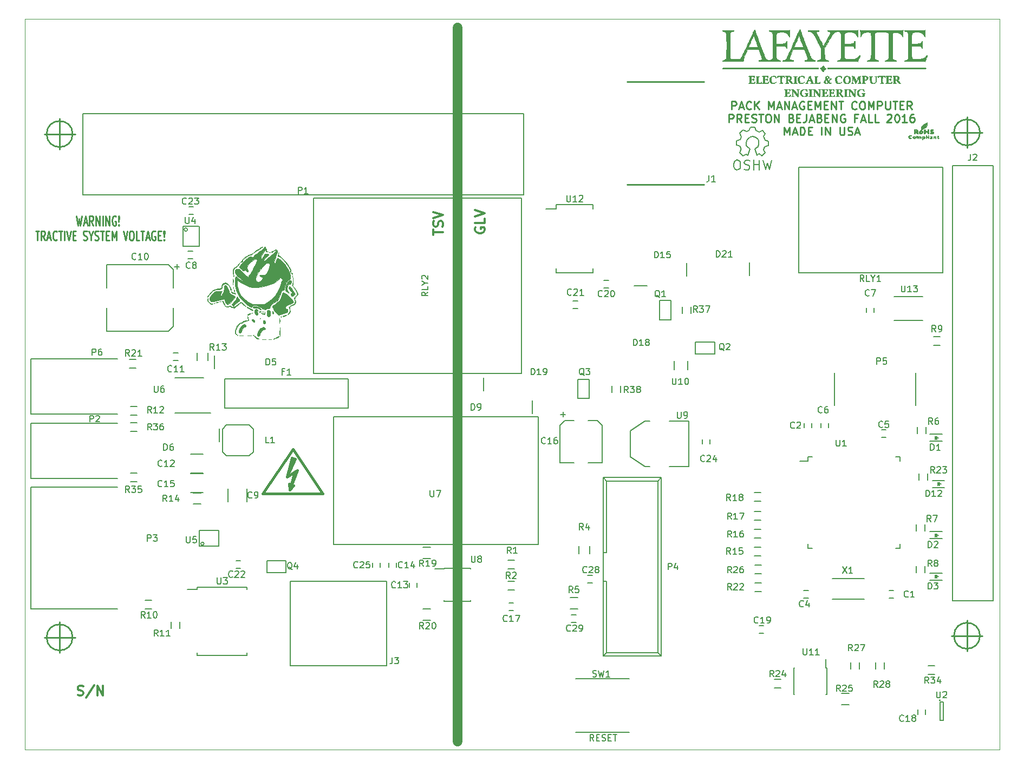
<source format=gbr>
G04 #@! TF.FileFunction,Legend,Top*
%FSLAX46Y46*%
G04 Gerber Fmt 4.6, Leading zero omitted, Abs format (unit mm)*
G04 Created by KiCad (PCBNEW 4.0.2-stable) date 3/30/2017 9:01:33 AM*
%MOMM*%
G01*
G04 APERTURE LIST*
%ADD10C,0.100000*%
%ADD11C,1.500000*%
%ADD12C,0.150000*%
%ADD13C,0.300000*%
%ADD14C,0.250000*%
%ADD15C,0.254000*%
%ADD16C,0.381000*%
%ADD17C,0.010000*%
%ADD18C,0.203200*%
G04 APERTURE END LIST*
D10*
X220980000Y-40640000D02*
X68580000Y-40640000D01*
X220980000Y-154940000D02*
X220980000Y-40640000D01*
X68580000Y-154940000D02*
X220980000Y-154940000D01*
X68580000Y-40767000D02*
X68580000Y-154940000D01*
D11*
X136271000Y-42037000D02*
X136271000Y-153670000D01*
X136271000Y-57254000D02*
X136271000Y-139254000D01*
D12*
X157551619Y-153614381D02*
X157218285Y-153138190D01*
X156980190Y-153614381D02*
X156980190Y-152614381D01*
X157361143Y-152614381D01*
X157456381Y-152662000D01*
X157504000Y-152709619D01*
X157551619Y-152804857D01*
X157551619Y-152947714D01*
X157504000Y-153042952D01*
X157456381Y-153090571D01*
X157361143Y-153138190D01*
X156980190Y-153138190D01*
X157980190Y-153090571D02*
X158313524Y-153090571D01*
X158456381Y-153614381D02*
X157980190Y-153614381D01*
X157980190Y-152614381D01*
X158456381Y-152614381D01*
X158837333Y-153566762D02*
X158980190Y-153614381D01*
X159218286Y-153614381D01*
X159313524Y-153566762D01*
X159361143Y-153519143D01*
X159408762Y-153423905D01*
X159408762Y-153328667D01*
X159361143Y-153233429D01*
X159313524Y-153185810D01*
X159218286Y-153138190D01*
X159027809Y-153090571D01*
X158932571Y-153042952D01*
X158884952Y-152995333D01*
X158837333Y-152900095D01*
X158837333Y-152804857D01*
X158884952Y-152709619D01*
X158932571Y-152662000D01*
X159027809Y-152614381D01*
X159265905Y-152614381D01*
X159408762Y-152662000D01*
X159837333Y-153090571D02*
X160170667Y-153090571D01*
X160313524Y-153614381D02*
X159837333Y-153614381D01*
X159837333Y-152614381D01*
X160313524Y-152614381D01*
X160599238Y-152614381D02*
X161170667Y-152614381D01*
X160884952Y-153614381D02*
X160884952Y-152614381D01*
D10*
X68580000Y-142240000D02*
X68580000Y-142113000D01*
D13*
X76867000Y-146403143D02*
X77081286Y-146474571D01*
X77438429Y-146474571D01*
X77581286Y-146403143D01*
X77652715Y-146331714D01*
X77724143Y-146188857D01*
X77724143Y-146046000D01*
X77652715Y-145903143D01*
X77581286Y-145831714D01*
X77438429Y-145760286D01*
X77152715Y-145688857D01*
X77009857Y-145617429D01*
X76938429Y-145546000D01*
X76867000Y-145403143D01*
X76867000Y-145260286D01*
X76938429Y-145117429D01*
X77009857Y-145046000D01*
X77152715Y-144974571D01*
X77509857Y-144974571D01*
X77724143Y-145046000D01*
X79438428Y-144903143D02*
X78152714Y-146831714D01*
X79938429Y-146474571D02*
X79938429Y-144974571D01*
X80795572Y-146474571D01*
X80795572Y-144974571D01*
X139077000Y-73310643D02*
X139005571Y-73453500D01*
X139005571Y-73667786D01*
X139077000Y-73882071D01*
X139219857Y-74024929D01*
X139362714Y-74096357D01*
X139648429Y-74167786D01*
X139862714Y-74167786D01*
X140148429Y-74096357D01*
X140291286Y-74024929D01*
X140434143Y-73882071D01*
X140505571Y-73667786D01*
X140505571Y-73524929D01*
X140434143Y-73310643D01*
X140362714Y-73239214D01*
X139862714Y-73239214D01*
X139862714Y-73524929D01*
X140505571Y-71882071D02*
X140505571Y-72596357D01*
X139005571Y-72596357D01*
X139005571Y-71596357D02*
X140505571Y-71096357D01*
X139005571Y-70596357D01*
X132465071Y-74429714D02*
X132465071Y-73572571D01*
X133965071Y-74001142D02*
X132465071Y-74001142D01*
X133893643Y-73144000D02*
X133965071Y-72929714D01*
X133965071Y-72572571D01*
X133893643Y-72429714D01*
X133822214Y-72358285D01*
X133679357Y-72286857D01*
X133536500Y-72286857D01*
X133393643Y-72358285D01*
X133322214Y-72429714D01*
X133250786Y-72572571D01*
X133179357Y-72858285D01*
X133107929Y-73001143D01*
X133036500Y-73072571D01*
X132893643Y-73144000D01*
X132750786Y-73144000D01*
X132607929Y-73072571D01*
X132536500Y-73001143D01*
X132465071Y-72858285D01*
X132465071Y-72501143D01*
X132536500Y-72286857D01*
X132465071Y-71858286D02*
X133965071Y-71358286D01*
X132465071Y-70858286D01*
D14*
X179119381Y-54826476D02*
X179119381Y-53576476D01*
X179595572Y-53576476D01*
X179714619Y-53636000D01*
X179774143Y-53695524D01*
X179833667Y-53814571D01*
X179833667Y-53993143D01*
X179774143Y-54112190D01*
X179714619Y-54171714D01*
X179595572Y-54231238D01*
X179119381Y-54231238D01*
X180309857Y-54469333D02*
X180905095Y-54469333D01*
X180190810Y-54826476D02*
X180607476Y-53576476D01*
X181024143Y-54826476D01*
X182155096Y-54707429D02*
X182095572Y-54766952D01*
X181917001Y-54826476D01*
X181797953Y-54826476D01*
X181619381Y-54766952D01*
X181500334Y-54647905D01*
X181440810Y-54528857D01*
X181381286Y-54290762D01*
X181381286Y-54112190D01*
X181440810Y-53874095D01*
X181500334Y-53755048D01*
X181619381Y-53636000D01*
X181797953Y-53576476D01*
X181917001Y-53576476D01*
X182095572Y-53636000D01*
X182155096Y-53695524D01*
X182690810Y-54826476D02*
X182690810Y-53576476D01*
X183405096Y-54826476D02*
X182869381Y-54112190D01*
X183405096Y-53576476D02*
X182690810Y-54290762D01*
X184893191Y-54826476D02*
X184893191Y-53576476D01*
X185309858Y-54469333D01*
X185726524Y-53576476D01*
X185726524Y-54826476D01*
X186262238Y-54469333D02*
X186857476Y-54469333D01*
X186143191Y-54826476D02*
X186559857Y-53576476D01*
X186976524Y-54826476D01*
X187393191Y-54826476D02*
X187393191Y-53576476D01*
X188107477Y-54826476D01*
X188107477Y-53576476D01*
X188643191Y-54469333D02*
X189238429Y-54469333D01*
X188524144Y-54826476D02*
X188940810Y-53576476D01*
X189357477Y-54826476D01*
X190428906Y-53636000D02*
X190309858Y-53576476D01*
X190131287Y-53576476D01*
X189952715Y-53636000D01*
X189833668Y-53755048D01*
X189774144Y-53874095D01*
X189714620Y-54112190D01*
X189714620Y-54290762D01*
X189774144Y-54528857D01*
X189833668Y-54647905D01*
X189952715Y-54766952D01*
X190131287Y-54826476D01*
X190250335Y-54826476D01*
X190428906Y-54766952D01*
X190488430Y-54707429D01*
X190488430Y-54290762D01*
X190250335Y-54290762D01*
X191024144Y-54171714D02*
X191440811Y-54171714D01*
X191619382Y-54826476D02*
X191024144Y-54826476D01*
X191024144Y-53576476D01*
X191619382Y-53576476D01*
X192155096Y-54826476D02*
X192155096Y-53576476D01*
X192571763Y-54469333D01*
X192988429Y-53576476D01*
X192988429Y-54826476D01*
X193583667Y-54171714D02*
X194000334Y-54171714D01*
X194178905Y-54826476D02*
X193583667Y-54826476D01*
X193583667Y-53576476D01*
X194178905Y-53576476D01*
X194714619Y-54826476D02*
X194714619Y-53576476D01*
X195428905Y-54826476D01*
X195428905Y-53576476D01*
X195845572Y-53576476D02*
X196559857Y-53576476D01*
X196202714Y-54826476D02*
X196202714Y-53576476D01*
X198643191Y-54707429D02*
X198583667Y-54766952D01*
X198405096Y-54826476D01*
X198286048Y-54826476D01*
X198107476Y-54766952D01*
X197988429Y-54647905D01*
X197928905Y-54528857D01*
X197869381Y-54290762D01*
X197869381Y-54112190D01*
X197928905Y-53874095D01*
X197988429Y-53755048D01*
X198107476Y-53636000D01*
X198286048Y-53576476D01*
X198405096Y-53576476D01*
X198583667Y-53636000D01*
X198643191Y-53695524D01*
X199417000Y-53576476D02*
X199655096Y-53576476D01*
X199774143Y-53636000D01*
X199893191Y-53755048D01*
X199952715Y-53993143D01*
X199952715Y-54409810D01*
X199893191Y-54647905D01*
X199774143Y-54766952D01*
X199655096Y-54826476D01*
X199417000Y-54826476D01*
X199297953Y-54766952D01*
X199178905Y-54647905D01*
X199119381Y-54409810D01*
X199119381Y-53993143D01*
X199178905Y-53755048D01*
X199297953Y-53636000D01*
X199417000Y-53576476D01*
X200488429Y-54826476D02*
X200488429Y-53576476D01*
X200905096Y-54469333D01*
X201321762Y-53576476D01*
X201321762Y-54826476D01*
X201917000Y-54826476D02*
X201917000Y-53576476D01*
X202393191Y-53576476D01*
X202512238Y-53636000D01*
X202571762Y-53695524D01*
X202631286Y-53814571D01*
X202631286Y-53993143D01*
X202571762Y-54112190D01*
X202512238Y-54171714D01*
X202393191Y-54231238D01*
X201917000Y-54231238D01*
X203167000Y-53576476D02*
X203167000Y-54588381D01*
X203226524Y-54707429D01*
X203286048Y-54766952D01*
X203405095Y-54826476D01*
X203643191Y-54826476D01*
X203762238Y-54766952D01*
X203821762Y-54707429D01*
X203881286Y-54588381D01*
X203881286Y-53576476D01*
X204297953Y-53576476D02*
X205012238Y-53576476D01*
X204655095Y-54826476D02*
X204655095Y-53576476D01*
X205428905Y-54171714D02*
X205845572Y-54171714D01*
X206024143Y-54826476D02*
X205428905Y-54826476D01*
X205428905Y-53576476D01*
X206024143Y-53576476D01*
X207274143Y-54826476D02*
X206857476Y-54231238D01*
X206559857Y-54826476D02*
X206559857Y-53576476D01*
X207036048Y-53576476D01*
X207155095Y-53636000D01*
X207214619Y-53695524D01*
X207274143Y-53814571D01*
X207274143Y-53993143D01*
X207214619Y-54112190D01*
X207155095Y-54171714D01*
X207036048Y-54231238D01*
X206559857Y-54231238D01*
X178702714Y-56826476D02*
X178702714Y-55576476D01*
X179178905Y-55576476D01*
X179297952Y-55636000D01*
X179357476Y-55695524D01*
X179417000Y-55814571D01*
X179417000Y-55993143D01*
X179357476Y-56112190D01*
X179297952Y-56171714D01*
X179178905Y-56231238D01*
X178702714Y-56231238D01*
X180667000Y-56826476D02*
X180250333Y-56231238D01*
X179952714Y-56826476D02*
X179952714Y-55576476D01*
X180428905Y-55576476D01*
X180547952Y-55636000D01*
X180607476Y-55695524D01*
X180667000Y-55814571D01*
X180667000Y-55993143D01*
X180607476Y-56112190D01*
X180547952Y-56171714D01*
X180428905Y-56231238D01*
X179952714Y-56231238D01*
X181202714Y-56171714D02*
X181619381Y-56171714D01*
X181797952Y-56826476D02*
X181202714Y-56826476D01*
X181202714Y-55576476D01*
X181797952Y-55576476D01*
X182274142Y-56766952D02*
X182452714Y-56826476D01*
X182750333Y-56826476D01*
X182869380Y-56766952D01*
X182928904Y-56707429D01*
X182988428Y-56588381D01*
X182988428Y-56469333D01*
X182928904Y-56350286D01*
X182869380Y-56290762D01*
X182750333Y-56231238D01*
X182512237Y-56171714D01*
X182393190Y-56112190D01*
X182333666Y-56052667D01*
X182274142Y-55933619D01*
X182274142Y-55814571D01*
X182333666Y-55695524D01*
X182393190Y-55636000D01*
X182512237Y-55576476D01*
X182809857Y-55576476D01*
X182988428Y-55636000D01*
X183345571Y-55576476D02*
X184059856Y-55576476D01*
X183702713Y-56826476D02*
X183702713Y-55576476D01*
X184714618Y-55576476D02*
X184952714Y-55576476D01*
X185071761Y-55636000D01*
X185190809Y-55755048D01*
X185250333Y-55993143D01*
X185250333Y-56409810D01*
X185190809Y-56647905D01*
X185071761Y-56766952D01*
X184952714Y-56826476D01*
X184714618Y-56826476D01*
X184595571Y-56766952D01*
X184476523Y-56647905D01*
X184416999Y-56409810D01*
X184416999Y-55993143D01*
X184476523Y-55755048D01*
X184595571Y-55636000D01*
X184714618Y-55576476D01*
X185786047Y-56826476D02*
X185786047Y-55576476D01*
X186500333Y-56826476D01*
X186500333Y-55576476D01*
X188464619Y-56171714D02*
X188643190Y-56231238D01*
X188702714Y-56290762D01*
X188762238Y-56409810D01*
X188762238Y-56588381D01*
X188702714Y-56707429D01*
X188643190Y-56766952D01*
X188524143Y-56826476D01*
X188047952Y-56826476D01*
X188047952Y-55576476D01*
X188464619Y-55576476D01*
X188583666Y-55636000D01*
X188643190Y-55695524D01*
X188702714Y-55814571D01*
X188702714Y-55933619D01*
X188643190Y-56052667D01*
X188583666Y-56112190D01*
X188464619Y-56171714D01*
X188047952Y-56171714D01*
X189297952Y-56171714D02*
X189714619Y-56171714D01*
X189893190Y-56826476D02*
X189297952Y-56826476D01*
X189297952Y-55576476D01*
X189893190Y-55576476D01*
X190786047Y-55576476D02*
X190786047Y-56469333D01*
X190726523Y-56647905D01*
X190607475Y-56766952D01*
X190428904Y-56826476D01*
X190309856Y-56826476D01*
X191321761Y-56469333D02*
X191916999Y-56469333D01*
X191202714Y-56826476D02*
X191619380Y-55576476D01*
X192036047Y-56826476D01*
X192869381Y-56171714D02*
X193047952Y-56231238D01*
X193107476Y-56290762D01*
X193167000Y-56409810D01*
X193167000Y-56588381D01*
X193107476Y-56707429D01*
X193047952Y-56766952D01*
X192928905Y-56826476D01*
X192452714Y-56826476D01*
X192452714Y-55576476D01*
X192869381Y-55576476D01*
X192988428Y-55636000D01*
X193047952Y-55695524D01*
X193107476Y-55814571D01*
X193107476Y-55933619D01*
X193047952Y-56052667D01*
X192988428Y-56112190D01*
X192869381Y-56171714D01*
X192452714Y-56171714D01*
X193702714Y-56171714D02*
X194119381Y-56171714D01*
X194297952Y-56826476D02*
X193702714Y-56826476D01*
X193702714Y-55576476D01*
X194297952Y-55576476D01*
X194833666Y-56826476D02*
X194833666Y-55576476D01*
X195547952Y-56826476D01*
X195547952Y-55576476D01*
X196797952Y-55636000D02*
X196678904Y-55576476D01*
X196500333Y-55576476D01*
X196321761Y-55636000D01*
X196202714Y-55755048D01*
X196143190Y-55874095D01*
X196083666Y-56112190D01*
X196083666Y-56290762D01*
X196143190Y-56528857D01*
X196202714Y-56647905D01*
X196321761Y-56766952D01*
X196500333Y-56826476D01*
X196619381Y-56826476D01*
X196797952Y-56766952D01*
X196857476Y-56707429D01*
X196857476Y-56290762D01*
X196619381Y-56290762D01*
X198762238Y-56171714D02*
X198345571Y-56171714D01*
X198345571Y-56826476D02*
X198345571Y-55576476D01*
X198940809Y-55576476D01*
X199357476Y-56469333D02*
X199952714Y-56469333D01*
X199238429Y-56826476D02*
X199655095Y-55576476D01*
X200071762Y-56826476D01*
X201083667Y-56826476D02*
X200488429Y-56826476D01*
X200488429Y-55576476D01*
X202095572Y-56826476D02*
X201500334Y-56826476D01*
X201500334Y-55576476D01*
X203405096Y-55695524D02*
X203464620Y-55636000D01*
X203583668Y-55576476D01*
X203881287Y-55576476D01*
X204000334Y-55636000D01*
X204059858Y-55695524D01*
X204119382Y-55814571D01*
X204119382Y-55933619D01*
X204059858Y-56112190D01*
X203345572Y-56826476D01*
X204119382Y-56826476D01*
X204893191Y-55576476D02*
X205012239Y-55576476D01*
X205131287Y-55636000D01*
X205190810Y-55695524D01*
X205250334Y-55814571D01*
X205309858Y-56052667D01*
X205309858Y-56350286D01*
X205250334Y-56588381D01*
X205190810Y-56707429D01*
X205131287Y-56766952D01*
X205012239Y-56826476D01*
X204893191Y-56826476D01*
X204774144Y-56766952D01*
X204714620Y-56707429D01*
X204655096Y-56588381D01*
X204595572Y-56350286D01*
X204595572Y-56052667D01*
X204655096Y-55814571D01*
X204714620Y-55695524D01*
X204774144Y-55636000D01*
X204893191Y-55576476D01*
X206500334Y-56826476D02*
X205786048Y-56826476D01*
X206143191Y-56826476D02*
X206143191Y-55576476D01*
X206024143Y-55755048D01*
X205905096Y-55874095D01*
X205786048Y-55933619D01*
X207571762Y-55576476D02*
X207333667Y-55576476D01*
X207214619Y-55636000D01*
X207155096Y-55695524D01*
X207036048Y-55874095D01*
X206976524Y-56112190D01*
X206976524Y-56588381D01*
X207036048Y-56707429D01*
X207095572Y-56766952D01*
X207214619Y-56826476D01*
X207452715Y-56826476D01*
X207571762Y-56766952D01*
X207631286Y-56707429D01*
X207690810Y-56588381D01*
X207690810Y-56290762D01*
X207631286Y-56171714D01*
X207571762Y-56112190D01*
X207452715Y-56052667D01*
X207214619Y-56052667D01*
X207095572Y-56112190D01*
X207036048Y-56171714D01*
X206976524Y-56290762D01*
X187333667Y-58826476D02*
X187333667Y-57576476D01*
X187750334Y-58469333D01*
X188167000Y-57576476D01*
X188167000Y-58826476D01*
X188702714Y-58469333D02*
X189297952Y-58469333D01*
X188583667Y-58826476D02*
X189000333Y-57576476D01*
X189417000Y-58826476D01*
X189833667Y-58826476D02*
X189833667Y-57576476D01*
X190131286Y-57576476D01*
X190309858Y-57636000D01*
X190428905Y-57755048D01*
X190488429Y-57874095D01*
X190547953Y-58112190D01*
X190547953Y-58290762D01*
X190488429Y-58528857D01*
X190428905Y-58647905D01*
X190309858Y-58766952D01*
X190131286Y-58826476D01*
X189833667Y-58826476D01*
X191083667Y-58171714D02*
X191500334Y-58171714D01*
X191678905Y-58826476D02*
X191083667Y-58826476D01*
X191083667Y-57576476D01*
X191678905Y-57576476D01*
X193167000Y-58826476D02*
X193167000Y-57576476D01*
X193762238Y-58826476D02*
X193762238Y-57576476D01*
X194476524Y-58826476D01*
X194476524Y-57576476D01*
X196024143Y-57576476D02*
X196024143Y-58588381D01*
X196083667Y-58707429D01*
X196143191Y-58766952D01*
X196262238Y-58826476D01*
X196500334Y-58826476D01*
X196619381Y-58766952D01*
X196678905Y-58707429D01*
X196738429Y-58588381D01*
X196738429Y-57576476D01*
X197274143Y-58766952D02*
X197452715Y-58826476D01*
X197750334Y-58826476D01*
X197869381Y-58766952D01*
X197928905Y-58707429D01*
X197988429Y-58588381D01*
X197988429Y-58469333D01*
X197928905Y-58350286D01*
X197869381Y-58290762D01*
X197750334Y-58231238D01*
X197512238Y-58171714D01*
X197393191Y-58112190D01*
X197333667Y-58052667D01*
X197274143Y-57933619D01*
X197274143Y-57814571D01*
X197333667Y-57695524D01*
X197393191Y-57636000D01*
X197512238Y-57576476D01*
X197809858Y-57576476D01*
X197988429Y-57636000D01*
X198464619Y-58469333D02*
X199059857Y-58469333D01*
X198345572Y-58826476D02*
X198762238Y-57576476D01*
X199178905Y-58826476D01*
X76629096Y-71473071D02*
X76867191Y-72973071D01*
X77057668Y-71901643D01*
X77248144Y-72973071D01*
X77486239Y-71473071D01*
X77819572Y-72544500D02*
X78295763Y-72544500D01*
X77724334Y-72973071D02*
X78057667Y-71473071D01*
X78391001Y-72973071D01*
X79295763Y-72973071D02*
X78962429Y-72258786D01*
X78724334Y-72973071D02*
X78724334Y-71473071D01*
X79105287Y-71473071D01*
X79200525Y-71544500D01*
X79248144Y-71615929D01*
X79295763Y-71758786D01*
X79295763Y-71973071D01*
X79248144Y-72115929D01*
X79200525Y-72187357D01*
X79105287Y-72258786D01*
X78724334Y-72258786D01*
X79724334Y-72973071D02*
X79724334Y-71473071D01*
X80295763Y-72973071D01*
X80295763Y-71473071D01*
X80771953Y-72973071D02*
X80771953Y-71473071D01*
X81248143Y-72973071D02*
X81248143Y-71473071D01*
X81819572Y-72973071D01*
X81819572Y-71473071D01*
X82819572Y-71544500D02*
X82724334Y-71473071D01*
X82581477Y-71473071D01*
X82438619Y-71544500D01*
X82343381Y-71687357D01*
X82295762Y-71830214D01*
X82248143Y-72115929D01*
X82248143Y-72330214D01*
X82295762Y-72615929D01*
X82343381Y-72758786D01*
X82438619Y-72901643D01*
X82581477Y-72973071D01*
X82676715Y-72973071D01*
X82819572Y-72901643D01*
X82867191Y-72830214D01*
X82867191Y-72330214D01*
X82676715Y-72330214D01*
X83295762Y-72830214D02*
X83343381Y-72901643D01*
X83295762Y-72973071D01*
X83248143Y-72901643D01*
X83295762Y-72830214D01*
X83295762Y-72973071D01*
X83295762Y-72401643D02*
X83248143Y-71544500D01*
X83295762Y-71473071D01*
X83343381Y-71544500D01*
X83295762Y-72401643D01*
X83295762Y-71473071D01*
X70271952Y-73823071D02*
X70843381Y-73823071D01*
X70557666Y-75323071D02*
X70557666Y-73823071D01*
X71748143Y-75323071D02*
X71414809Y-74608786D01*
X71176714Y-75323071D02*
X71176714Y-73823071D01*
X71557667Y-73823071D01*
X71652905Y-73894500D01*
X71700524Y-73965929D01*
X71748143Y-74108786D01*
X71748143Y-74323071D01*
X71700524Y-74465929D01*
X71652905Y-74537357D01*
X71557667Y-74608786D01*
X71176714Y-74608786D01*
X72129095Y-74894500D02*
X72605286Y-74894500D01*
X72033857Y-75323071D02*
X72367190Y-73823071D01*
X72700524Y-75323071D01*
X73605286Y-75180214D02*
X73557667Y-75251643D01*
X73414810Y-75323071D01*
X73319572Y-75323071D01*
X73176714Y-75251643D01*
X73081476Y-75108786D01*
X73033857Y-74965929D01*
X72986238Y-74680214D01*
X72986238Y-74465929D01*
X73033857Y-74180214D01*
X73081476Y-74037357D01*
X73176714Y-73894500D01*
X73319572Y-73823071D01*
X73414810Y-73823071D01*
X73557667Y-73894500D01*
X73605286Y-73965929D01*
X73891000Y-73823071D02*
X74462429Y-73823071D01*
X74176714Y-75323071D02*
X74176714Y-73823071D01*
X74795762Y-75323071D02*
X74795762Y-73823071D01*
X75129095Y-73823071D02*
X75462428Y-75323071D01*
X75795762Y-73823071D01*
X76129095Y-74537357D02*
X76462429Y-74537357D01*
X76605286Y-75323071D02*
X76129095Y-75323071D01*
X76129095Y-73823071D01*
X76605286Y-73823071D01*
X77748143Y-75251643D02*
X77891000Y-75323071D01*
X78129096Y-75323071D01*
X78224334Y-75251643D01*
X78271953Y-75180214D01*
X78319572Y-75037357D01*
X78319572Y-74894500D01*
X78271953Y-74751643D01*
X78224334Y-74680214D01*
X78129096Y-74608786D01*
X77938619Y-74537357D01*
X77843381Y-74465929D01*
X77795762Y-74394500D01*
X77748143Y-74251643D01*
X77748143Y-74108786D01*
X77795762Y-73965929D01*
X77843381Y-73894500D01*
X77938619Y-73823071D01*
X78176715Y-73823071D01*
X78319572Y-73894500D01*
X78938619Y-74608786D02*
X78938619Y-75323071D01*
X78605286Y-73823071D02*
X78938619Y-74608786D01*
X79271953Y-73823071D01*
X79557667Y-75251643D02*
X79700524Y-75323071D01*
X79938620Y-75323071D01*
X80033858Y-75251643D01*
X80081477Y-75180214D01*
X80129096Y-75037357D01*
X80129096Y-74894500D01*
X80081477Y-74751643D01*
X80033858Y-74680214D01*
X79938620Y-74608786D01*
X79748143Y-74537357D01*
X79652905Y-74465929D01*
X79605286Y-74394500D01*
X79557667Y-74251643D01*
X79557667Y-74108786D01*
X79605286Y-73965929D01*
X79652905Y-73894500D01*
X79748143Y-73823071D01*
X79986239Y-73823071D01*
X80129096Y-73894500D01*
X80414810Y-73823071D02*
X80986239Y-73823071D01*
X80700524Y-75323071D02*
X80700524Y-73823071D01*
X81319572Y-74537357D02*
X81652906Y-74537357D01*
X81795763Y-75323071D02*
X81319572Y-75323071D01*
X81319572Y-73823071D01*
X81795763Y-73823071D01*
X82224334Y-75323071D02*
X82224334Y-73823071D01*
X82557668Y-74894500D01*
X82891001Y-73823071D01*
X82891001Y-75323071D01*
X83986239Y-73823071D02*
X84319572Y-75323071D01*
X84652906Y-73823071D01*
X85176715Y-73823071D02*
X85367192Y-73823071D01*
X85462430Y-73894500D01*
X85557668Y-74037357D01*
X85605287Y-74323071D01*
X85605287Y-74823071D01*
X85557668Y-75108786D01*
X85462430Y-75251643D01*
X85367192Y-75323071D01*
X85176715Y-75323071D01*
X85081477Y-75251643D01*
X84986239Y-75108786D01*
X84938620Y-74823071D01*
X84938620Y-74323071D01*
X84986239Y-74037357D01*
X85081477Y-73894500D01*
X85176715Y-73823071D01*
X86510049Y-75323071D02*
X86033858Y-75323071D01*
X86033858Y-73823071D01*
X86700525Y-73823071D02*
X87271954Y-73823071D01*
X86986239Y-75323071D02*
X86986239Y-73823071D01*
X87557668Y-74894500D02*
X88033859Y-74894500D01*
X87462430Y-75323071D02*
X87795763Y-73823071D01*
X88129097Y-75323071D01*
X88986240Y-73894500D02*
X88891002Y-73823071D01*
X88748145Y-73823071D01*
X88605287Y-73894500D01*
X88510049Y-74037357D01*
X88462430Y-74180214D01*
X88414811Y-74465929D01*
X88414811Y-74680214D01*
X88462430Y-74965929D01*
X88510049Y-75108786D01*
X88605287Y-75251643D01*
X88748145Y-75323071D01*
X88843383Y-75323071D01*
X88986240Y-75251643D01*
X89033859Y-75180214D01*
X89033859Y-74680214D01*
X88843383Y-74680214D01*
X89462430Y-74537357D02*
X89795764Y-74537357D01*
X89938621Y-75323071D02*
X89462430Y-75323071D01*
X89462430Y-73823071D01*
X89938621Y-73823071D01*
X90367192Y-75180214D02*
X90414811Y-75251643D01*
X90367192Y-75323071D01*
X90319573Y-75251643D01*
X90367192Y-75180214D01*
X90367192Y-75323071D01*
X90367192Y-74751643D02*
X90319573Y-73894500D01*
X90367192Y-73823071D01*
X90414811Y-73894500D01*
X90367192Y-74751643D01*
X90367192Y-73823071D01*
D12*
X116842000Y-102903000D02*
X148842000Y-102903000D01*
X148842000Y-102903000D02*
X148842000Y-122903000D01*
X148842000Y-122903000D02*
X116842000Y-122903000D01*
X116842000Y-122903000D02*
X116842000Y-102903000D01*
D15*
X74041000Y-135001000D02*
X74041000Y-139827000D01*
X71628000Y-137414000D02*
X76454000Y-137414000D01*
X76073000Y-137414000D02*
G75*
G03X76073000Y-137414000I-2032000J0D01*
G01*
X74041000Y-56261000D02*
X74041000Y-61087000D01*
X71628000Y-58674000D02*
X76454000Y-58674000D01*
X76073000Y-58674000D02*
G75*
G03X76073000Y-58674000I-2032000J0D01*
G01*
D12*
X203739000Y-130083000D02*
X204439000Y-130083000D01*
X204439000Y-131283000D02*
X203739000Y-131283000D01*
X190408000Y-104617000D02*
X190408000Y-103917000D01*
X191608000Y-103917000D02*
X191608000Y-104617000D01*
X191104000Y-131283000D02*
X190404000Y-131283000D01*
X190404000Y-130083000D02*
X191104000Y-130083000D01*
X203235040Y-106137000D02*
X202535040Y-106137000D01*
X202535040Y-104937000D02*
X203235040Y-104937000D01*
X193075000Y-104617000D02*
X193075000Y-103917000D01*
X194275000Y-103917000D02*
X194275000Y-104617000D01*
X200187000Y-86583000D02*
X200187000Y-85883000D01*
X201387000Y-85883000D02*
X201387000Y-86583000D01*
X94838000Y-78197000D02*
X94138000Y-78197000D01*
X94138000Y-76997000D02*
X94838000Y-76997000D01*
X103329000Y-116189000D02*
X103329000Y-114189000D01*
X100379000Y-114189000D02*
X100379000Y-116189000D01*
X129949500Y-128872500D02*
X129949500Y-129572500D01*
X128749500Y-129572500D02*
X128749500Y-128872500D01*
X94504000Y-114759000D02*
X96504000Y-114759000D01*
X96504000Y-111809000D02*
X94504000Y-111809000D01*
X145003000Y-133188000D02*
X144303000Y-133188000D01*
X144303000Y-131988000D02*
X145003000Y-131988000D01*
X208188000Y-149448000D02*
X208188000Y-148748000D01*
X209388000Y-148748000D02*
X209388000Y-149448000D01*
X184119000Y-136744000D02*
X183419000Y-136744000D01*
X183419000Y-135544000D02*
X184119000Y-135544000D01*
X159862000Y-82769000D02*
X159162000Y-82769000D01*
X159162000Y-81569000D02*
X159862000Y-81569000D01*
X154336000Y-84744000D02*
X155036000Y-84744000D01*
X155036000Y-85944000D02*
X154336000Y-85944000D01*
X102331000Y-126584000D02*
X101631000Y-126584000D01*
X101631000Y-125384000D02*
X102331000Y-125384000D01*
X94265000Y-70012000D02*
X94965000Y-70012000D01*
X94965000Y-71212000D02*
X94265000Y-71212000D01*
X175733000Y-106457000D02*
X175733000Y-107157000D01*
X174533000Y-107157000D02*
X174533000Y-106457000D01*
X210101000Y-106722000D02*
X212001000Y-106722000D01*
X210101000Y-105622000D02*
X212001000Y-105622000D01*
X211001000Y-106172000D02*
X211451000Y-106172000D01*
X210951000Y-105922000D02*
X210951000Y-106422000D01*
X210951000Y-106172000D02*
X211201000Y-105922000D01*
X211201000Y-105922000D02*
X211201000Y-106422000D01*
X211201000Y-106422000D02*
X210951000Y-106172000D01*
X210101000Y-121962000D02*
X212001000Y-121962000D01*
X210101000Y-120862000D02*
X212001000Y-120862000D01*
X211001000Y-121412000D02*
X211451000Y-121412000D01*
X210951000Y-121162000D02*
X210951000Y-121662000D01*
X210951000Y-121412000D02*
X211201000Y-121162000D01*
X211201000Y-121162000D02*
X211201000Y-121662000D01*
X211201000Y-121662000D02*
X210951000Y-121412000D01*
X210101000Y-128439000D02*
X212001000Y-128439000D01*
X210101000Y-127339000D02*
X212001000Y-127339000D01*
X211001000Y-127889000D02*
X211451000Y-127889000D01*
X210951000Y-127639000D02*
X210951000Y-128139000D01*
X210951000Y-127889000D02*
X211201000Y-127639000D01*
X211201000Y-127639000D02*
X211201000Y-128139000D01*
X211201000Y-128139000D02*
X210951000Y-127889000D01*
X210482000Y-113961000D02*
X212382000Y-113961000D01*
X210482000Y-112861000D02*
X212382000Y-112861000D01*
X211382000Y-113411000D02*
X211832000Y-113411000D01*
X211332000Y-113161000D02*
X211332000Y-113661000D01*
X211332000Y-113411000D02*
X211582000Y-113161000D01*
X211582000Y-113161000D02*
X211582000Y-113661000D01*
X211582000Y-113661000D02*
X211332000Y-113411000D01*
X219964000Y-63627000D02*
X213614000Y-63627000D01*
X213614000Y-63627000D02*
X213614000Y-131699000D01*
X213614000Y-131699000D02*
X219964000Y-131699000D01*
X219964000Y-131699000D02*
X219964000Y-63627000D01*
X125142000Y-141860000D02*
X125142000Y-128650000D01*
X110062000Y-128650000D02*
X125142000Y-128650000D01*
X110062000Y-141860000D02*
X110062000Y-128650000D01*
X125142000Y-141860000D02*
X110062000Y-141860000D01*
X168126000Y-112395000D02*
X168126000Y-140335000D01*
X167576000Y-112935000D02*
X167576000Y-139775000D01*
X159026000Y-112395000D02*
X159026000Y-140335000D01*
X159576000Y-112935000D02*
X159576000Y-124115000D01*
X159576000Y-128615000D02*
X159576000Y-139775000D01*
X159576000Y-124115000D02*
X159026000Y-124115000D01*
X159576000Y-128615000D02*
X159026000Y-128615000D01*
X168126000Y-112395000D02*
X159026000Y-112395000D01*
X167576000Y-112935000D02*
X159576000Y-112935000D01*
X168126000Y-140335000D02*
X159026000Y-140335000D01*
X167576000Y-139775000D02*
X159576000Y-139775000D01*
X168126000Y-112395000D02*
X167576000Y-112935000D01*
X168126000Y-140335000D02*
X167576000Y-139775000D01*
X159026000Y-112395000D02*
X159576000Y-112935000D01*
X159026000Y-140335000D02*
X159576000Y-139775000D01*
X144153000Y-125309000D02*
X145153000Y-125309000D01*
X145153000Y-126659000D02*
X144153000Y-126659000D01*
X144153000Y-128611000D02*
X145153000Y-128611000D01*
X145153000Y-129961000D02*
X144153000Y-129961000D01*
X209463000Y-104529000D02*
X209463000Y-105529000D01*
X208113000Y-105529000D02*
X208113000Y-104529000D01*
X209336000Y-119769000D02*
X209336000Y-120769000D01*
X207986000Y-120769000D02*
X207986000Y-119769000D01*
X209336000Y-126246000D02*
X209336000Y-127246000D01*
X207986000Y-127246000D02*
X207986000Y-126246000D01*
X211701000Y-91734000D02*
X210701000Y-91734000D01*
X210701000Y-90384000D02*
X211701000Y-90384000D01*
X88384000Y-132945500D02*
X87384000Y-132945500D01*
X87384000Y-131595500D02*
X88384000Y-131595500D01*
X132045000Y-125081000D02*
X130845000Y-125081000D01*
X130845000Y-123331000D02*
X132045000Y-123331000D01*
X132045000Y-134733000D02*
X130845000Y-134733000D01*
X130845000Y-132983000D02*
X132045000Y-132983000D01*
X209717000Y-111768000D02*
X209717000Y-112768000D01*
X208367000Y-112768000D02*
X208367000Y-111768000D01*
X186809000Y-145328000D02*
X185809000Y-145328000D01*
X185809000Y-143978000D02*
X186809000Y-143978000D01*
X196250000Y-146191000D02*
X197450000Y-146191000D01*
X197450000Y-147941000D02*
X196250000Y-147941000D01*
X209812000Y-141819000D02*
X210812000Y-141819000D01*
X210812000Y-143169000D02*
X209812000Y-143169000D01*
X85098000Y-111720000D02*
X86098000Y-111720000D01*
X86098000Y-113070000D02*
X85098000Y-113070000D01*
X85098000Y-103846000D02*
X86098000Y-103846000D01*
X86098000Y-105196000D02*
X85098000Y-105196000D01*
X172760000Y-85733000D02*
X172760000Y-86733000D01*
X171410000Y-86733000D02*
X171410000Y-85733000D01*
X161711000Y-98052000D02*
X161711000Y-99052000D01*
X160361000Y-99052000D02*
X160361000Y-98052000D01*
X191072000Y-109157000D02*
X191072000Y-109832000D01*
X205422000Y-109157000D02*
X205422000Y-109832000D01*
X205422000Y-123507000D02*
X205422000Y-122832000D01*
X191072000Y-123507000D02*
X191072000Y-122832000D01*
X191072000Y-109157000D02*
X191747000Y-109157000D01*
X191072000Y-123507000D02*
X191747000Y-123507000D01*
X205422000Y-123507000D02*
X204747000Y-123507000D01*
X205422000Y-109157000D02*
X204747000Y-109157000D01*
X191072000Y-109832000D02*
X189797000Y-109832000D01*
X211763000Y-147271000D02*
G75*
G03X211763000Y-147271000I-100000J0D01*
G01*
X212213000Y-147521000D02*
X211713000Y-147521000D01*
X212213000Y-150421000D02*
X212213000Y-147521000D01*
X211713000Y-150421000D02*
X212213000Y-150421000D01*
X211713000Y-147521000D02*
X211713000Y-150421000D01*
X95566000Y-129549000D02*
X95566000Y-129904000D01*
X103316000Y-129549000D02*
X103316000Y-129904000D01*
X103316000Y-140199000D02*
X103316000Y-139844000D01*
X95566000Y-140199000D02*
X95566000Y-139844000D01*
X95566000Y-129549000D02*
X103316000Y-129549000D01*
X95566000Y-140199000D02*
X103316000Y-140199000D01*
X95566000Y-129904000D02*
X94041000Y-129904000D01*
X93365000Y-73126000D02*
X95815000Y-73126000D01*
X95865000Y-73126000D02*
X95865000Y-76226000D01*
X95865000Y-76226000D02*
X93415000Y-76226000D01*
X93365000Y-76226000D02*
X93365000Y-73126000D01*
X94015000Y-73626000D02*
G75*
G03X94015000Y-73626000I-250000J0D01*
G01*
X95859000Y-123170000D02*
X95859000Y-120720000D01*
X95859000Y-120670000D02*
X98959000Y-120670000D01*
X98959000Y-120670000D02*
X98959000Y-123120000D01*
X98959000Y-123170000D02*
X95859000Y-123170000D01*
X96609000Y-122770000D02*
G75*
G03X96609000Y-122770000I-250000J0D01*
G01*
X134132500Y-126584000D02*
X134132500Y-126729000D01*
X138282500Y-126584000D02*
X138282500Y-126729000D01*
X138282500Y-131734000D02*
X138282500Y-131589000D01*
X134132500Y-131734000D02*
X134132500Y-131589000D01*
X134132500Y-126584000D02*
X138282500Y-126584000D01*
X134132500Y-131734000D02*
X138282500Y-131734000D01*
X134132500Y-126729000D02*
X132732500Y-126729000D01*
X169354500Y-110680500D02*
X172402500Y-110680500D01*
X172402500Y-110680500D02*
X172402500Y-103568500D01*
X172402500Y-103568500D02*
X169354500Y-103568500D01*
X166306500Y-110680500D02*
X165544500Y-110680500D01*
X165544500Y-110680500D02*
X163258500Y-109156500D01*
X163258500Y-109156500D02*
X163258500Y-105092500D01*
X163258500Y-105092500D02*
X165544500Y-103568500D01*
X165544500Y-103568500D02*
X166306500Y-103568500D01*
X193964000Y-142197000D02*
X193819000Y-142197000D01*
X193964000Y-146347000D02*
X193819000Y-146347000D01*
X188814000Y-146347000D02*
X188959000Y-146347000D01*
X188814000Y-142197000D02*
X188959000Y-142197000D01*
X193964000Y-142197000D02*
X193964000Y-146347000D01*
X188814000Y-142197000D02*
X188814000Y-146347000D01*
X193819000Y-142197000D02*
X193819000Y-140797000D01*
X151684000Y-69732000D02*
X151684000Y-70382000D01*
X157434000Y-69732000D02*
X157434000Y-70382000D01*
X157434000Y-80382000D02*
X157434000Y-79732000D01*
X151684000Y-80382000D02*
X151684000Y-79732000D01*
X151684000Y-69732000D02*
X157434000Y-69732000D01*
X151684000Y-80382000D02*
X157434000Y-80382000D01*
X151684000Y-70382000D02*
X150084000Y-70382000D01*
D10*
G36*
X189646287Y-51678416D02*
X189622032Y-51699310D01*
X189598662Y-51706660D01*
X189570780Y-51713801D01*
X189549051Y-51727543D01*
X189532715Y-51752694D01*
X189521008Y-51794065D01*
X189513168Y-51856463D01*
X189508432Y-51944699D01*
X189506037Y-52063581D01*
X189505221Y-52217919D01*
X189505166Y-52296295D01*
X189504397Y-52449155D01*
X189502207Y-52581184D01*
X189498777Y-52687641D01*
X189494285Y-52763788D01*
X189488910Y-52804883D01*
X189485731Y-52810833D01*
X189449588Y-52817816D01*
X189436800Y-52822151D01*
X189412854Y-52809770D01*
X189364019Y-52764547D01*
X189291069Y-52687307D01*
X189194779Y-52578876D01*
X189075924Y-52440079D01*
X189059361Y-52420446D01*
X188963851Y-52308241D01*
X188876289Y-52207587D01*
X188800605Y-52122826D01*
X188740731Y-52058300D01*
X188700598Y-52018351D01*
X188684958Y-52006962D01*
X188674577Y-52017294D01*
X188667086Y-52051707D01*
X188662139Y-52114699D01*
X188659393Y-52210767D01*
X188658502Y-52344411D01*
X188658500Y-52352469D01*
X188658946Y-52482802D01*
X188660734Y-52577425D01*
X188664535Y-52642955D01*
X188671022Y-52686010D01*
X188680868Y-52713209D01*
X188694744Y-52731169D01*
X188697208Y-52733469D01*
X188741318Y-52761052D01*
X188771291Y-52768500D01*
X188801712Y-52778897D01*
X188806666Y-52789666D01*
X188786685Y-52799808D01*
X188731372Y-52807043D01*
X188647679Y-52810598D01*
X188616166Y-52810833D01*
X188524886Y-52808613D01*
X188459774Y-52802467D01*
X188427776Y-52793168D01*
X188425666Y-52789666D01*
X188443326Y-52772262D01*
X188466488Y-52768500D01*
X188499689Y-52766026D01*
X188525264Y-52755369D01*
X188544198Y-52731678D01*
X188557479Y-52690100D01*
X188566096Y-52625782D01*
X188571035Y-52533873D01*
X188573285Y-52409521D01*
X188573832Y-52247873D01*
X188573833Y-52241101D01*
X188573610Y-52083477D01*
X188572169Y-51962728D01*
X188568349Y-51873400D01*
X188560988Y-51810035D01*
X188548926Y-51767176D01*
X188531002Y-51739367D01*
X188506055Y-51721151D01*
X188472924Y-51707071D01*
X188459168Y-51702106D01*
X188428915Y-51685271D01*
X188435263Y-51671823D01*
X188472521Y-51663289D01*
X188534999Y-51661197D01*
X188597426Y-51665004D01*
X188737436Y-51678416D01*
X189058124Y-52054125D01*
X189149827Y-52160556D01*
X189233089Y-52255286D01*
X189303817Y-52333812D01*
X189357919Y-52391631D01*
X189391301Y-52424241D01*
X189399656Y-52429833D01*
X189407796Y-52409350D01*
X189414132Y-52350579D01*
X189418413Y-52257536D01*
X189420392Y-52134238D01*
X189420500Y-52093758D01*
X189419926Y-51960330D01*
X189417217Y-51863108D01*
X189410893Y-51795972D01*
X189399474Y-51752800D01*
X189381478Y-51727470D01*
X189355427Y-51713861D01*
X189327004Y-51707152D01*
X189289911Y-51691254D01*
X189279379Y-51678416D01*
X189295701Y-51667870D01*
X189349529Y-51660681D01*
X189436129Y-51657397D01*
X189462833Y-51657250D01*
X189557018Y-51659453D01*
X189619636Y-51665700D01*
X189645952Y-51675444D01*
X189646287Y-51678416D01*
X189646287Y-51678416D01*
X189646287Y-51678416D01*
G37*
X189646287Y-51678416D02*
X189622032Y-51699310D01*
X189598662Y-51706660D01*
X189570780Y-51713801D01*
X189549051Y-51727543D01*
X189532715Y-51752694D01*
X189521008Y-51794065D01*
X189513168Y-51856463D01*
X189508432Y-51944699D01*
X189506037Y-52063581D01*
X189505221Y-52217919D01*
X189505166Y-52296295D01*
X189504397Y-52449155D01*
X189502207Y-52581184D01*
X189498777Y-52687641D01*
X189494285Y-52763788D01*
X189488910Y-52804883D01*
X189485731Y-52810833D01*
X189449588Y-52817816D01*
X189436800Y-52822151D01*
X189412854Y-52809770D01*
X189364019Y-52764547D01*
X189291069Y-52687307D01*
X189194779Y-52578876D01*
X189075924Y-52440079D01*
X189059361Y-52420446D01*
X188963851Y-52308241D01*
X188876289Y-52207587D01*
X188800605Y-52122826D01*
X188740731Y-52058300D01*
X188700598Y-52018351D01*
X188684958Y-52006962D01*
X188674577Y-52017294D01*
X188667086Y-52051707D01*
X188662139Y-52114699D01*
X188659393Y-52210767D01*
X188658502Y-52344411D01*
X188658500Y-52352469D01*
X188658946Y-52482802D01*
X188660734Y-52577425D01*
X188664535Y-52642955D01*
X188671022Y-52686010D01*
X188680868Y-52713209D01*
X188694744Y-52731169D01*
X188697208Y-52733469D01*
X188741318Y-52761052D01*
X188771291Y-52768500D01*
X188801712Y-52778897D01*
X188806666Y-52789666D01*
X188786685Y-52799808D01*
X188731372Y-52807043D01*
X188647679Y-52810598D01*
X188616166Y-52810833D01*
X188524886Y-52808613D01*
X188459774Y-52802467D01*
X188427776Y-52793168D01*
X188425666Y-52789666D01*
X188443326Y-52772262D01*
X188466488Y-52768500D01*
X188499689Y-52766026D01*
X188525264Y-52755369D01*
X188544198Y-52731678D01*
X188557479Y-52690100D01*
X188566096Y-52625782D01*
X188571035Y-52533873D01*
X188573285Y-52409521D01*
X188573832Y-52247873D01*
X188573833Y-52241101D01*
X188573610Y-52083477D01*
X188572169Y-51962728D01*
X188568349Y-51873400D01*
X188560988Y-51810035D01*
X188548926Y-51767176D01*
X188531002Y-51739367D01*
X188506055Y-51721151D01*
X188472924Y-51707071D01*
X188459168Y-51702106D01*
X188428915Y-51685271D01*
X188435263Y-51671823D01*
X188472521Y-51663289D01*
X188534999Y-51661197D01*
X188597426Y-51665004D01*
X188737436Y-51678416D01*
X189058124Y-52054125D01*
X189149827Y-52160556D01*
X189233089Y-52255286D01*
X189303817Y-52333812D01*
X189357919Y-52391631D01*
X189391301Y-52424241D01*
X189399656Y-52429833D01*
X189407796Y-52409350D01*
X189414132Y-52350579D01*
X189418413Y-52257536D01*
X189420392Y-52134238D01*
X189420500Y-52093758D01*
X189419926Y-51960330D01*
X189417217Y-51863108D01*
X189410893Y-51795972D01*
X189399474Y-51752800D01*
X189381478Y-51727470D01*
X189355427Y-51713861D01*
X189327004Y-51707152D01*
X189289911Y-51691254D01*
X189279379Y-51678416D01*
X189295701Y-51667870D01*
X189349529Y-51660681D01*
X189436129Y-51657397D01*
X189462833Y-51657250D01*
X189557018Y-51659453D01*
X189619636Y-51665700D01*
X189645952Y-51675444D01*
X189646287Y-51678416D01*
X189646287Y-51678416D01*
G36*
X191002533Y-52304928D02*
X190980182Y-52328821D01*
X190970958Y-52335823D01*
X190950576Y-52360412D01*
X190938505Y-52403685D01*
X190932710Y-52475188D01*
X190931585Y-52520595D01*
X190928590Y-52600368D01*
X190922852Y-52664415D01*
X190915548Y-52700176D01*
X190914636Y-52701947D01*
X190885408Y-52721478D01*
X190825411Y-52745025D01*
X190745607Y-52769486D01*
X190656957Y-52791755D01*
X190570421Y-52808730D01*
X190510583Y-52816369D01*
X190425346Y-52818303D01*
X190328488Y-52813257D01*
X190283900Y-52808290D01*
X190130165Y-52769246D01*
X190001713Y-52697682D01*
X189934864Y-52638063D01*
X189862568Y-52543720D01*
X189818634Y-52436756D01*
X189799501Y-52306900D01*
X189798001Y-52243545D01*
X189817327Y-52081090D01*
X189871862Y-51939595D01*
X189958468Y-51822091D01*
X190074005Y-51731609D01*
X190215336Y-51671179D01*
X190379320Y-51643830D01*
X190420548Y-51642533D01*
X190505353Y-51645292D01*
X190600309Y-51653589D01*
X190694552Y-51665821D01*
X190777220Y-51680388D01*
X190837448Y-51695685D01*
X190862556Y-51707734D01*
X190871614Y-51734150D01*
X190881913Y-51789942D01*
X190890066Y-51853041D01*
X190896243Y-51927159D01*
X190894008Y-51968007D01*
X190882339Y-51984001D01*
X190874035Y-51985333D01*
X190845846Y-51967652D01*
X190818759Y-51924791D01*
X190817459Y-51921735D01*
X190757918Y-51829909D01*
X190669500Y-51758751D01*
X190561904Y-51711494D01*
X190444830Y-51691371D01*
X190327977Y-51701615D01*
X190246069Y-51731297D01*
X190159988Y-51797685D01*
X190094969Y-51893186D01*
X190051414Y-52009962D01*
X190029725Y-52140177D01*
X190030304Y-52275993D01*
X190053552Y-52409574D01*
X190099871Y-52533083D01*
X190169663Y-52638683D01*
X190198029Y-52668375D01*
X190286899Y-52727395D01*
X190394745Y-52761318D01*
X190507138Y-52767868D01*
X190609647Y-52744769D01*
X190628051Y-52736206D01*
X190659030Y-52718329D01*
X190677577Y-52697387D01*
X190686879Y-52663062D01*
X190690124Y-52605036D01*
X190690500Y-52534043D01*
X190690500Y-52364173D01*
X190616416Y-52333219D01*
X190568668Y-52309574D01*
X190543490Y-52289901D01*
X190542333Y-52286674D01*
X190562073Y-52280409D01*
X190615600Y-52275346D01*
X190694369Y-52272057D01*
X190775166Y-52271083D01*
X190886571Y-52272616D01*
X190959251Y-52277991D01*
X190996730Y-52288373D01*
X191002533Y-52304928D01*
X191002533Y-52304928D01*
X191002533Y-52304928D01*
G37*
X191002533Y-52304928D02*
X190980182Y-52328821D01*
X190970958Y-52335823D01*
X190950576Y-52360412D01*
X190938505Y-52403685D01*
X190932710Y-52475188D01*
X190931585Y-52520595D01*
X190928590Y-52600368D01*
X190922852Y-52664415D01*
X190915548Y-52700176D01*
X190914636Y-52701947D01*
X190885408Y-52721478D01*
X190825411Y-52745025D01*
X190745607Y-52769486D01*
X190656957Y-52791755D01*
X190570421Y-52808730D01*
X190510583Y-52816369D01*
X190425346Y-52818303D01*
X190328488Y-52813257D01*
X190283900Y-52808290D01*
X190130165Y-52769246D01*
X190001713Y-52697682D01*
X189934864Y-52638063D01*
X189862568Y-52543720D01*
X189818634Y-52436756D01*
X189799501Y-52306900D01*
X189798001Y-52243545D01*
X189817327Y-52081090D01*
X189871862Y-51939595D01*
X189958468Y-51822091D01*
X190074005Y-51731609D01*
X190215336Y-51671179D01*
X190379320Y-51643830D01*
X190420548Y-51642533D01*
X190505353Y-51645292D01*
X190600309Y-51653589D01*
X190694552Y-51665821D01*
X190777220Y-51680388D01*
X190837448Y-51695685D01*
X190862556Y-51707734D01*
X190871614Y-51734150D01*
X190881913Y-51789942D01*
X190890066Y-51853041D01*
X190896243Y-51927159D01*
X190894008Y-51968007D01*
X190882339Y-51984001D01*
X190874035Y-51985333D01*
X190845846Y-51967652D01*
X190818759Y-51924791D01*
X190817459Y-51921735D01*
X190757918Y-51829909D01*
X190669500Y-51758751D01*
X190561904Y-51711494D01*
X190444830Y-51691371D01*
X190327977Y-51701615D01*
X190246069Y-51731297D01*
X190159988Y-51797685D01*
X190094969Y-51893186D01*
X190051414Y-52009962D01*
X190029725Y-52140177D01*
X190030304Y-52275993D01*
X190053552Y-52409574D01*
X190099871Y-52533083D01*
X190169663Y-52638683D01*
X190198029Y-52668375D01*
X190286899Y-52727395D01*
X190394745Y-52761318D01*
X190507138Y-52767868D01*
X190609647Y-52744769D01*
X190628051Y-52736206D01*
X190659030Y-52718329D01*
X190677577Y-52697387D01*
X190686879Y-52663062D01*
X190690124Y-52605036D01*
X190690500Y-52534043D01*
X190690500Y-52364173D01*
X190616416Y-52333219D01*
X190568668Y-52309574D01*
X190543490Y-52289901D01*
X190542333Y-52286674D01*
X190562073Y-52280409D01*
X190615600Y-52275346D01*
X190694369Y-52272057D01*
X190775166Y-52271083D01*
X190886571Y-52272616D01*
X190959251Y-52277991D01*
X190996730Y-52288373D01*
X191002533Y-52304928D01*
X191002533Y-52304928D01*
G36*
X193032954Y-51678416D02*
X193008698Y-51699310D01*
X192985329Y-51706660D01*
X192957446Y-51713801D01*
X192935718Y-51727543D01*
X192919382Y-51752694D01*
X192907675Y-51794065D01*
X192899834Y-51856463D01*
X192895098Y-51944699D01*
X192892704Y-52063581D01*
X192891888Y-52217919D01*
X192891833Y-52296295D01*
X192891063Y-52449155D01*
X192888874Y-52581184D01*
X192885444Y-52687641D01*
X192880951Y-52763788D01*
X192875577Y-52804883D01*
X192872397Y-52810833D01*
X192836254Y-52817816D01*
X192823467Y-52822151D01*
X192799521Y-52809770D01*
X192750686Y-52764547D01*
X192677735Y-52687307D01*
X192581445Y-52578876D01*
X192462591Y-52440079D01*
X192446027Y-52420446D01*
X192350518Y-52308241D01*
X192262956Y-52207587D01*
X192187272Y-52122826D01*
X192127397Y-52058300D01*
X192087264Y-52018351D01*
X192071625Y-52006962D01*
X192061244Y-52017294D01*
X192053753Y-52051707D01*
X192048806Y-52114699D01*
X192046059Y-52210767D01*
X192045168Y-52344411D01*
X192045166Y-52352469D01*
X192045613Y-52482802D01*
X192047400Y-52577425D01*
X192051202Y-52642955D01*
X192057689Y-52686010D01*
X192067534Y-52713209D01*
X192081411Y-52731169D01*
X192083875Y-52733469D01*
X192127984Y-52761052D01*
X192157958Y-52768500D01*
X192188379Y-52778897D01*
X192193333Y-52789666D01*
X192173351Y-52799808D01*
X192118039Y-52807043D01*
X192034345Y-52810598D01*
X192002833Y-52810833D01*
X191911553Y-52808613D01*
X191846440Y-52802467D01*
X191814443Y-52793168D01*
X191812333Y-52789666D01*
X191829993Y-52772262D01*
X191853154Y-52768500D01*
X191886356Y-52766026D01*
X191911930Y-52755369D01*
X191930864Y-52731678D01*
X191944146Y-52690100D01*
X191952762Y-52625782D01*
X191957702Y-52533873D01*
X191959951Y-52409521D01*
X191960499Y-52247873D01*
X191960500Y-52241101D01*
X191960277Y-52083477D01*
X191958836Y-51962728D01*
X191955016Y-51873400D01*
X191947655Y-51810035D01*
X191935593Y-51767176D01*
X191917669Y-51739367D01*
X191892722Y-51721151D01*
X191859591Y-51707071D01*
X191845835Y-51702106D01*
X191815581Y-51685271D01*
X191821929Y-51671823D01*
X191859188Y-51663289D01*
X191921666Y-51661197D01*
X191984093Y-51665004D01*
X192124103Y-51678416D01*
X192444791Y-52054125D01*
X192536494Y-52160556D01*
X192619756Y-52255286D01*
X192690484Y-52333812D01*
X192744586Y-52391631D01*
X192777967Y-52424241D01*
X192786323Y-52429833D01*
X192794463Y-52409350D01*
X192800799Y-52350579D01*
X192805080Y-52257536D01*
X192807059Y-52134238D01*
X192807166Y-52093758D01*
X192806592Y-51960330D01*
X192803884Y-51863108D01*
X192797560Y-51795972D01*
X192786140Y-51752800D01*
X192768145Y-51727470D01*
X192742093Y-51713861D01*
X192713670Y-51707152D01*
X192676578Y-51691254D01*
X192666045Y-51678416D01*
X192682367Y-51667870D01*
X192736195Y-51660681D01*
X192822795Y-51657397D01*
X192849500Y-51657250D01*
X192943684Y-51659453D01*
X193006302Y-51665700D01*
X193032619Y-51675444D01*
X193032954Y-51678416D01*
X193032954Y-51678416D01*
X193032954Y-51678416D01*
G37*
X193032954Y-51678416D02*
X193008698Y-51699310D01*
X192985329Y-51706660D01*
X192957446Y-51713801D01*
X192935718Y-51727543D01*
X192919382Y-51752694D01*
X192907675Y-51794065D01*
X192899834Y-51856463D01*
X192895098Y-51944699D01*
X192892704Y-52063581D01*
X192891888Y-52217919D01*
X192891833Y-52296295D01*
X192891063Y-52449155D01*
X192888874Y-52581184D01*
X192885444Y-52687641D01*
X192880951Y-52763788D01*
X192875577Y-52804883D01*
X192872397Y-52810833D01*
X192836254Y-52817816D01*
X192823467Y-52822151D01*
X192799521Y-52809770D01*
X192750686Y-52764547D01*
X192677735Y-52687307D01*
X192581445Y-52578876D01*
X192462591Y-52440079D01*
X192446027Y-52420446D01*
X192350518Y-52308241D01*
X192262956Y-52207587D01*
X192187272Y-52122826D01*
X192127397Y-52058300D01*
X192087264Y-52018351D01*
X192071625Y-52006962D01*
X192061244Y-52017294D01*
X192053753Y-52051707D01*
X192048806Y-52114699D01*
X192046059Y-52210767D01*
X192045168Y-52344411D01*
X192045166Y-52352469D01*
X192045613Y-52482802D01*
X192047400Y-52577425D01*
X192051202Y-52642955D01*
X192057689Y-52686010D01*
X192067534Y-52713209D01*
X192081411Y-52731169D01*
X192083875Y-52733469D01*
X192127984Y-52761052D01*
X192157958Y-52768500D01*
X192188379Y-52778897D01*
X192193333Y-52789666D01*
X192173351Y-52799808D01*
X192118039Y-52807043D01*
X192034345Y-52810598D01*
X192002833Y-52810833D01*
X191911553Y-52808613D01*
X191846440Y-52802467D01*
X191814443Y-52793168D01*
X191812333Y-52789666D01*
X191829993Y-52772262D01*
X191853154Y-52768500D01*
X191886356Y-52766026D01*
X191911930Y-52755369D01*
X191930864Y-52731678D01*
X191944146Y-52690100D01*
X191952762Y-52625782D01*
X191957702Y-52533873D01*
X191959951Y-52409521D01*
X191960499Y-52247873D01*
X191960500Y-52241101D01*
X191960277Y-52083477D01*
X191958836Y-51962728D01*
X191955016Y-51873400D01*
X191947655Y-51810035D01*
X191935593Y-51767176D01*
X191917669Y-51739367D01*
X191892722Y-51721151D01*
X191859591Y-51707071D01*
X191845835Y-51702106D01*
X191815581Y-51685271D01*
X191821929Y-51671823D01*
X191859188Y-51663289D01*
X191921666Y-51661197D01*
X191984093Y-51665004D01*
X192124103Y-51678416D01*
X192444791Y-52054125D01*
X192536494Y-52160556D01*
X192619756Y-52255286D01*
X192690484Y-52333812D01*
X192744586Y-52391631D01*
X192777967Y-52424241D01*
X192786323Y-52429833D01*
X192794463Y-52409350D01*
X192800799Y-52350579D01*
X192805080Y-52257536D01*
X192807059Y-52134238D01*
X192807166Y-52093758D01*
X192806592Y-51960330D01*
X192803884Y-51863108D01*
X192797560Y-51795972D01*
X192786140Y-51752800D01*
X192768145Y-51727470D01*
X192742093Y-51713861D01*
X192713670Y-51707152D01*
X192676578Y-51691254D01*
X192666045Y-51678416D01*
X192682367Y-51667870D01*
X192736195Y-51660681D01*
X192822795Y-51657397D01*
X192849500Y-51657250D01*
X192943684Y-51659453D01*
X193006302Y-51665700D01*
X193032619Y-51675444D01*
X193032954Y-51678416D01*
X193032954Y-51678416D01*
G36*
X196569011Y-52797297D02*
X196533019Y-52813241D01*
X196508687Y-52818770D01*
X196445546Y-52828714D01*
X196397361Y-52826348D01*
X196348665Y-52814015D01*
X196294648Y-52788305D01*
X196238247Y-52740236D01*
X196174875Y-52664867D01*
X196109166Y-52570498D01*
X196109166Y-51964166D01*
X196095065Y-51847899D01*
X196053339Y-51762615D01*
X195984855Y-51709355D01*
X195890481Y-51689160D01*
X195879976Y-51689000D01*
X195832855Y-51694531D01*
X195799389Y-51715190D01*
X195776980Y-51757071D01*
X195763034Y-51826269D01*
X195754955Y-51928879D01*
X195752517Y-51988304D01*
X195744650Y-52218166D01*
X195851829Y-52218166D01*
X195925804Y-52213521D01*
X195989986Y-52201762D01*
X196010586Y-52194665D01*
X196066281Y-52149483D01*
X196098692Y-52073606D01*
X196109166Y-51964166D01*
X196109166Y-52570498D01*
X196099947Y-52557258D01*
X196076067Y-52520357D01*
X196012310Y-52422717D01*
X195963870Y-52355854D01*
X195924604Y-52314053D01*
X195888368Y-52291603D01*
X195849016Y-52282789D01*
X195819371Y-52281666D01*
X195749333Y-52281666D01*
X195751837Y-52445708D01*
X195755272Y-52562752D01*
X195762901Y-52644684D01*
X195776984Y-52698679D01*
X195799782Y-52731913D01*
X195833553Y-52751562D01*
X195849875Y-52757002D01*
X195901610Y-52775704D01*
X195914499Y-52790199D01*
X195887781Y-52800697D01*
X195820698Y-52807406D01*
X195712490Y-52810536D01*
X195654083Y-52810833D01*
X195553853Y-52809594D01*
X195471045Y-52806212D01*
X195413671Y-52801188D01*
X195389745Y-52795021D01*
X195389500Y-52794307D01*
X195407126Y-52776255D01*
X195449867Y-52755014D01*
X195453000Y-52753812D01*
X195516500Y-52729843D01*
X195516500Y-52228750D01*
X195516500Y-51727656D01*
X195453000Y-51703687D01*
X195409203Y-51682568D01*
X195389576Y-51664037D01*
X195389500Y-51663192D01*
X195409288Y-51656389D01*
X195463143Y-51650141D01*
X195542797Y-51645146D01*
X195638208Y-51642136D01*
X195810148Y-51640173D01*
X195945607Y-51641965D01*
X196050345Y-51648536D01*
X196130128Y-51660911D01*
X196190717Y-51680115D01*
X196237875Y-51707173D01*
X196277365Y-51743110D01*
X196290586Y-51758146D01*
X196321155Y-51799174D01*
X196336696Y-51839051D01*
X196340718Y-51892912D01*
X196337678Y-51961325D01*
X196330994Y-52037790D01*
X196318286Y-52087765D01*
X196292419Y-52127080D01*
X196246260Y-52171563D01*
X196240715Y-52176497D01*
X196152466Y-52254810D01*
X196303587Y-52493624D01*
X196376797Y-52605336D01*
X196434251Y-52683421D01*
X196479298Y-52732027D01*
X196514770Y-52755110D01*
X196562879Y-52778432D01*
X196569011Y-52797297D01*
X196569011Y-52797297D01*
X196569011Y-52797297D01*
G37*
X196569011Y-52797297D02*
X196533019Y-52813241D01*
X196508687Y-52818770D01*
X196445546Y-52828714D01*
X196397361Y-52826348D01*
X196348665Y-52814015D01*
X196294648Y-52788305D01*
X196238247Y-52740236D01*
X196174875Y-52664867D01*
X196109166Y-52570498D01*
X196109166Y-51964166D01*
X196095065Y-51847899D01*
X196053339Y-51762615D01*
X195984855Y-51709355D01*
X195890481Y-51689160D01*
X195879976Y-51689000D01*
X195832855Y-51694531D01*
X195799389Y-51715190D01*
X195776980Y-51757071D01*
X195763034Y-51826269D01*
X195754955Y-51928879D01*
X195752517Y-51988304D01*
X195744650Y-52218166D01*
X195851829Y-52218166D01*
X195925804Y-52213521D01*
X195989986Y-52201762D01*
X196010586Y-52194665D01*
X196066281Y-52149483D01*
X196098692Y-52073606D01*
X196109166Y-51964166D01*
X196109166Y-52570498D01*
X196099947Y-52557258D01*
X196076067Y-52520357D01*
X196012310Y-52422717D01*
X195963870Y-52355854D01*
X195924604Y-52314053D01*
X195888368Y-52291603D01*
X195849016Y-52282789D01*
X195819371Y-52281666D01*
X195749333Y-52281666D01*
X195751837Y-52445708D01*
X195755272Y-52562752D01*
X195762901Y-52644684D01*
X195776984Y-52698679D01*
X195799782Y-52731913D01*
X195833553Y-52751562D01*
X195849875Y-52757002D01*
X195901610Y-52775704D01*
X195914499Y-52790199D01*
X195887781Y-52800697D01*
X195820698Y-52807406D01*
X195712490Y-52810536D01*
X195654083Y-52810833D01*
X195553853Y-52809594D01*
X195471045Y-52806212D01*
X195413671Y-52801188D01*
X195389745Y-52795021D01*
X195389500Y-52794307D01*
X195407126Y-52776255D01*
X195449867Y-52755014D01*
X195453000Y-52753812D01*
X195516500Y-52729843D01*
X195516500Y-52228750D01*
X195516500Y-51727656D01*
X195453000Y-51703687D01*
X195409203Y-51682568D01*
X195389576Y-51664037D01*
X195389500Y-51663192D01*
X195409288Y-51656389D01*
X195463143Y-51650141D01*
X195542797Y-51645146D01*
X195638208Y-51642136D01*
X195810148Y-51640173D01*
X195945607Y-51641965D01*
X196050345Y-51648536D01*
X196130128Y-51660911D01*
X196190717Y-51680115D01*
X196237875Y-51707173D01*
X196277365Y-51743110D01*
X196290586Y-51758146D01*
X196321155Y-51799174D01*
X196336696Y-51839051D01*
X196340718Y-51892912D01*
X196337678Y-51961325D01*
X196330994Y-52037790D01*
X196318286Y-52087765D01*
X196292419Y-52127080D01*
X196246260Y-52171563D01*
X196240715Y-52176497D01*
X196152466Y-52254810D01*
X196303587Y-52493624D01*
X196376797Y-52605336D01*
X196434251Y-52683421D01*
X196479298Y-52732027D01*
X196514770Y-52755110D01*
X196562879Y-52778432D01*
X196569011Y-52797297D01*
X196569011Y-52797297D01*
G36*
X198557454Y-51678416D02*
X198533198Y-51699310D01*
X198509829Y-51706660D01*
X198481946Y-51713801D01*
X198460218Y-51727543D01*
X198443882Y-51752694D01*
X198432175Y-51794065D01*
X198424334Y-51856463D01*
X198419598Y-51944699D01*
X198417204Y-52063581D01*
X198416388Y-52217919D01*
X198416333Y-52296295D01*
X198415563Y-52449155D01*
X198413374Y-52581184D01*
X198409944Y-52687641D01*
X198405451Y-52763788D01*
X198400077Y-52804883D01*
X198396897Y-52810833D01*
X198360754Y-52817816D01*
X198347967Y-52822151D01*
X198324021Y-52809770D01*
X198275186Y-52764547D01*
X198202235Y-52687307D01*
X198105945Y-52578876D01*
X197987091Y-52440079D01*
X197970527Y-52420446D01*
X197875018Y-52308241D01*
X197787456Y-52207587D01*
X197711772Y-52122826D01*
X197651897Y-52058300D01*
X197611764Y-52018351D01*
X197596125Y-52006962D01*
X197585744Y-52017294D01*
X197578253Y-52051707D01*
X197573306Y-52114699D01*
X197570559Y-52210767D01*
X197569668Y-52344411D01*
X197569666Y-52352469D01*
X197570113Y-52482802D01*
X197571900Y-52577425D01*
X197575702Y-52642955D01*
X197582189Y-52686010D01*
X197592034Y-52713209D01*
X197605911Y-52731169D01*
X197608375Y-52733469D01*
X197652484Y-52761052D01*
X197682458Y-52768500D01*
X197712879Y-52778897D01*
X197717833Y-52789666D01*
X197697851Y-52799808D01*
X197642539Y-52807043D01*
X197558845Y-52810598D01*
X197527333Y-52810833D01*
X197436053Y-52808613D01*
X197370940Y-52802467D01*
X197338943Y-52793168D01*
X197336833Y-52789666D01*
X197354493Y-52772262D01*
X197377654Y-52768500D01*
X197410856Y-52766026D01*
X197436430Y-52755369D01*
X197455364Y-52731678D01*
X197468646Y-52690100D01*
X197477262Y-52625782D01*
X197482202Y-52533873D01*
X197484451Y-52409521D01*
X197484999Y-52247873D01*
X197485000Y-52241101D01*
X197484777Y-52083477D01*
X197483336Y-51962728D01*
X197479516Y-51873400D01*
X197472155Y-51810035D01*
X197460093Y-51767176D01*
X197442169Y-51739367D01*
X197417222Y-51721151D01*
X197384091Y-51707071D01*
X197370335Y-51702106D01*
X197340081Y-51685271D01*
X197346429Y-51671823D01*
X197383688Y-51663289D01*
X197446166Y-51661197D01*
X197508593Y-51665004D01*
X197648603Y-51678416D01*
X197969291Y-52054125D01*
X198060994Y-52160556D01*
X198144256Y-52255286D01*
X198214984Y-52333812D01*
X198269086Y-52391631D01*
X198302467Y-52424241D01*
X198310823Y-52429833D01*
X198318963Y-52409350D01*
X198325299Y-52350579D01*
X198329580Y-52257536D01*
X198331559Y-52134238D01*
X198331666Y-52093758D01*
X198331092Y-51960330D01*
X198328384Y-51863108D01*
X198322060Y-51795972D01*
X198310640Y-51752800D01*
X198292645Y-51727470D01*
X198266593Y-51713861D01*
X198238170Y-51707152D01*
X198201078Y-51691254D01*
X198190545Y-51678416D01*
X198206867Y-51667870D01*
X198260695Y-51660681D01*
X198347295Y-51657397D01*
X198374000Y-51657250D01*
X198468184Y-51659453D01*
X198530802Y-51665700D01*
X198557119Y-51675444D01*
X198557454Y-51678416D01*
X198557454Y-51678416D01*
X198557454Y-51678416D01*
G37*
X198557454Y-51678416D02*
X198533198Y-51699310D01*
X198509829Y-51706660D01*
X198481946Y-51713801D01*
X198460218Y-51727543D01*
X198443882Y-51752694D01*
X198432175Y-51794065D01*
X198424334Y-51856463D01*
X198419598Y-51944699D01*
X198417204Y-52063581D01*
X198416388Y-52217919D01*
X198416333Y-52296295D01*
X198415563Y-52449155D01*
X198413374Y-52581184D01*
X198409944Y-52687641D01*
X198405451Y-52763788D01*
X198400077Y-52804883D01*
X198396897Y-52810833D01*
X198360754Y-52817816D01*
X198347967Y-52822151D01*
X198324021Y-52809770D01*
X198275186Y-52764547D01*
X198202235Y-52687307D01*
X198105945Y-52578876D01*
X197987091Y-52440079D01*
X197970527Y-52420446D01*
X197875018Y-52308241D01*
X197787456Y-52207587D01*
X197711772Y-52122826D01*
X197651897Y-52058300D01*
X197611764Y-52018351D01*
X197596125Y-52006962D01*
X197585744Y-52017294D01*
X197578253Y-52051707D01*
X197573306Y-52114699D01*
X197570559Y-52210767D01*
X197569668Y-52344411D01*
X197569666Y-52352469D01*
X197570113Y-52482802D01*
X197571900Y-52577425D01*
X197575702Y-52642955D01*
X197582189Y-52686010D01*
X197592034Y-52713209D01*
X197605911Y-52731169D01*
X197608375Y-52733469D01*
X197652484Y-52761052D01*
X197682458Y-52768500D01*
X197712879Y-52778897D01*
X197717833Y-52789666D01*
X197697851Y-52799808D01*
X197642539Y-52807043D01*
X197558845Y-52810598D01*
X197527333Y-52810833D01*
X197436053Y-52808613D01*
X197370940Y-52802467D01*
X197338943Y-52793168D01*
X197336833Y-52789666D01*
X197354493Y-52772262D01*
X197377654Y-52768500D01*
X197410856Y-52766026D01*
X197436430Y-52755369D01*
X197455364Y-52731678D01*
X197468646Y-52690100D01*
X197477262Y-52625782D01*
X197482202Y-52533873D01*
X197484451Y-52409521D01*
X197484999Y-52247873D01*
X197485000Y-52241101D01*
X197484777Y-52083477D01*
X197483336Y-51962728D01*
X197479516Y-51873400D01*
X197472155Y-51810035D01*
X197460093Y-51767176D01*
X197442169Y-51739367D01*
X197417222Y-51721151D01*
X197384091Y-51707071D01*
X197370335Y-51702106D01*
X197340081Y-51685271D01*
X197346429Y-51671823D01*
X197383688Y-51663289D01*
X197446166Y-51661197D01*
X197508593Y-51665004D01*
X197648603Y-51678416D01*
X197969291Y-52054125D01*
X198060994Y-52160556D01*
X198144256Y-52255286D01*
X198214984Y-52333812D01*
X198269086Y-52391631D01*
X198302467Y-52424241D01*
X198310823Y-52429833D01*
X198318963Y-52409350D01*
X198325299Y-52350579D01*
X198329580Y-52257536D01*
X198331559Y-52134238D01*
X198331666Y-52093758D01*
X198331092Y-51960330D01*
X198328384Y-51863108D01*
X198322060Y-51795972D01*
X198310640Y-51752800D01*
X198292645Y-51727470D01*
X198266593Y-51713861D01*
X198238170Y-51707152D01*
X198201078Y-51691254D01*
X198190545Y-51678416D01*
X198206867Y-51667870D01*
X198260695Y-51660681D01*
X198347295Y-51657397D01*
X198374000Y-51657250D01*
X198468184Y-51659453D01*
X198530802Y-51665700D01*
X198557119Y-51675444D01*
X198557454Y-51678416D01*
X198557454Y-51678416D01*
G36*
X199913699Y-52304928D02*
X199891349Y-52328821D01*
X199882125Y-52335823D01*
X199861743Y-52360412D01*
X199849672Y-52403685D01*
X199843876Y-52475188D01*
X199842752Y-52520595D01*
X199839756Y-52600368D01*
X199834019Y-52664415D01*
X199826714Y-52700176D01*
X199825802Y-52701947D01*
X199796575Y-52721478D01*
X199736578Y-52745025D01*
X199656774Y-52769486D01*
X199568123Y-52791755D01*
X199481588Y-52808730D01*
X199421750Y-52816369D01*
X199336513Y-52818303D01*
X199239655Y-52813257D01*
X199195067Y-52808290D01*
X199041331Y-52769246D01*
X198912879Y-52697682D01*
X198846031Y-52638063D01*
X198773734Y-52543720D01*
X198729801Y-52436756D01*
X198710668Y-52306900D01*
X198709168Y-52243545D01*
X198728493Y-52081090D01*
X198783029Y-51939595D01*
X198869634Y-51822091D01*
X198985172Y-51731609D01*
X199126503Y-51671179D01*
X199290487Y-51643830D01*
X199331714Y-51642533D01*
X199416519Y-51645292D01*
X199511475Y-51653589D01*
X199605719Y-51665821D01*
X199688387Y-51680388D01*
X199748615Y-51695685D01*
X199773723Y-51707734D01*
X199782780Y-51734150D01*
X199793080Y-51789942D01*
X199801232Y-51853041D01*
X199807410Y-51927159D01*
X199805174Y-51968007D01*
X199793506Y-51984001D01*
X199785202Y-51985333D01*
X199757013Y-51967652D01*
X199729926Y-51924791D01*
X199728626Y-51921735D01*
X199669084Y-51829909D01*
X199580666Y-51758751D01*
X199473071Y-51711494D01*
X199355997Y-51691371D01*
X199239144Y-51701615D01*
X199157236Y-51731297D01*
X199071155Y-51797685D01*
X199006136Y-51893186D01*
X198962581Y-52009962D01*
X198940892Y-52140177D01*
X198941470Y-52275993D01*
X198964718Y-52409574D01*
X199011038Y-52533083D01*
X199080830Y-52638683D01*
X199109196Y-52668375D01*
X199198066Y-52727395D01*
X199305912Y-52761318D01*
X199418304Y-52767868D01*
X199520813Y-52744769D01*
X199539217Y-52736206D01*
X199570197Y-52718329D01*
X199588744Y-52697387D01*
X199598046Y-52663062D01*
X199601290Y-52605036D01*
X199601666Y-52534043D01*
X199601666Y-52364173D01*
X199527583Y-52333219D01*
X199479834Y-52309574D01*
X199454656Y-52289901D01*
X199453500Y-52286674D01*
X199473240Y-52280409D01*
X199526766Y-52275346D01*
X199605536Y-52272057D01*
X199686333Y-52271083D01*
X199797738Y-52272616D01*
X199870418Y-52277991D01*
X199907897Y-52288373D01*
X199913699Y-52304928D01*
X199913699Y-52304928D01*
X199913699Y-52304928D01*
G37*
X199913699Y-52304928D02*
X199891349Y-52328821D01*
X199882125Y-52335823D01*
X199861743Y-52360412D01*
X199849672Y-52403685D01*
X199843876Y-52475188D01*
X199842752Y-52520595D01*
X199839756Y-52600368D01*
X199834019Y-52664415D01*
X199826714Y-52700176D01*
X199825802Y-52701947D01*
X199796575Y-52721478D01*
X199736578Y-52745025D01*
X199656774Y-52769486D01*
X199568123Y-52791755D01*
X199481588Y-52808730D01*
X199421750Y-52816369D01*
X199336513Y-52818303D01*
X199239655Y-52813257D01*
X199195067Y-52808290D01*
X199041331Y-52769246D01*
X198912879Y-52697682D01*
X198846031Y-52638063D01*
X198773734Y-52543720D01*
X198729801Y-52436756D01*
X198710668Y-52306900D01*
X198709168Y-52243545D01*
X198728493Y-52081090D01*
X198783029Y-51939595D01*
X198869634Y-51822091D01*
X198985172Y-51731609D01*
X199126503Y-51671179D01*
X199290487Y-51643830D01*
X199331714Y-51642533D01*
X199416519Y-51645292D01*
X199511475Y-51653589D01*
X199605719Y-51665821D01*
X199688387Y-51680388D01*
X199748615Y-51695685D01*
X199773723Y-51707734D01*
X199782780Y-51734150D01*
X199793080Y-51789942D01*
X199801232Y-51853041D01*
X199807410Y-51927159D01*
X199805174Y-51968007D01*
X199793506Y-51984001D01*
X199785202Y-51985333D01*
X199757013Y-51967652D01*
X199729926Y-51924791D01*
X199728626Y-51921735D01*
X199669084Y-51829909D01*
X199580666Y-51758751D01*
X199473071Y-51711494D01*
X199355997Y-51691371D01*
X199239144Y-51701615D01*
X199157236Y-51731297D01*
X199071155Y-51797685D01*
X199006136Y-51893186D01*
X198962581Y-52009962D01*
X198940892Y-52140177D01*
X198941470Y-52275993D01*
X198964718Y-52409574D01*
X199011038Y-52533083D01*
X199080830Y-52638683D01*
X199109196Y-52668375D01*
X199198066Y-52727395D01*
X199305912Y-52761318D01*
X199418304Y-52767868D01*
X199520813Y-52744769D01*
X199539217Y-52736206D01*
X199570197Y-52718329D01*
X199588744Y-52697387D01*
X199598046Y-52663062D01*
X199601290Y-52605036D01*
X199601666Y-52534043D01*
X199601666Y-52364173D01*
X199527583Y-52333219D01*
X199479834Y-52309574D01*
X199454656Y-52289901D01*
X199453500Y-52286674D01*
X199473240Y-52280409D01*
X199526766Y-52275346D01*
X199605536Y-52272057D01*
X199686333Y-52271083D01*
X199797738Y-52272616D01*
X199870418Y-52277991D01*
X199907897Y-52288373D01*
X199913699Y-52304928D01*
X199913699Y-52304928D01*
G36*
X188298666Y-52555791D02*
X188294327Y-52600126D01*
X188283292Y-52666459D01*
X188275746Y-52703958D01*
X188252825Y-52810833D01*
X187788912Y-52810833D01*
X187653905Y-52810103D01*
X187534358Y-52808061D01*
X187436323Y-52804924D01*
X187365854Y-52800913D01*
X187329004Y-52796246D01*
X187325000Y-52794043D01*
X187343069Y-52777412D01*
X187387230Y-52759010D01*
X187393791Y-52757002D01*
X187462583Y-52736750D01*
X187468279Y-52252572D01*
X187469853Y-52087087D01*
X187469655Y-51959121D01*
X187466861Y-51863873D01*
X187460648Y-51796540D01*
X187450194Y-51752318D01*
X187434675Y-51726406D01*
X187413268Y-51714000D01*
X187385151Y-51710298D01*
X187375324Y-51710166D01*
X187334712Y-51698650D01*
X187325000Y-51678416D01*
X187330074Y-51667698D01*
X187348661Y-51659642D01*
X187385811Y-51653889D01*
X187446569Y-51650078D01*
X187535984Y-51647848D01*
X187659104Y-51646839D01*
X187769500Y-51646666D01*
X188214000Y-51646666D01*
X188214000Y-51773666D01*
X188208405Y-51853100D01*
X188193124Y-51895959D01*
X188170404Y-51900585D01*
X188142498Y-51865319D01*
X188128984Y-51836323D01*
X188091552Y-51772165D01*
X188038007Y-51732839D01*
X187959444Y-51713823D01*
X187880683Y-51710166D01*
X187807043Y-51711573D01*
X187764371Y-51718458D01*
X187741326Y-51734818D01*
X187726642Y-51764461D01*
X187716714Y-51811492D01*
X187709399Y-51886011D01*
X187706070Y-51973191D01*
X187706000Y-51987375D01*
X187707789Y-52080616D01*
X187717925Y-52138293D01*
X187743558Y-52167162D01*
X187791837Y-52173975D01*
X187869915Y-52165486D01*
X187891225Y-52162322D01*
X187963678Y-52148471D01*
X188006534Y-52130112D01*
X188032479Y-52100739D01*
X188040287Y-52085875D01*
X188068187Y-52039489D01*
X188088516Y-52033448D01*
X188101566Y-52068187D01*
X188107631Y-52144137D01*
X188108166Y-52186416D01*
X188105873Y-52262295D01*
X188099806Y-52318428D01*
X188091187Y-52344472D01*
X188089434Y-52345166D01*
X188065633Y-52329238D01*
X188036029Y-52292250D01*
X188013603Y-52264139D01*
X187984843Y-52248207D01*
X187938082Y-52241069D01*
X187861651Y-52239339D01*
X187853678Y-52239333D01*
X187706000Y-52239333D01*
X187706000Y-52439038D01*
X187708153Y-52533247D01*
X187713916Y-52616814D01*
X187722241Y-52676862D01*
X187726642Y-52693038D01*
X187739856Y-52720780D01*
X187760012Y-52737000D01*
X187797266Y-52744774D01*
X187861772Y-52747181D01*
X187905822Y-52747333D01*
X187989613Y-52745922D01*
X188044918Y-52739093D01*
X188085561Y-52722946D01*
X188125363Y-52693585D01*
X188139368Y-52681475D01*
X188187733Y-52630788D01*
X188220961Y-52580925D01*
X188227066Y-52565058D01*
X188247863Y-52526514D01*
X188275177Y-52515734D01*
X188295430Y-52534475D01*
X188298666Y-52555791D01*
X188298666Y-52555791D01*
X188298666Y-52555791D01*
G37*
X188298666Y-52555791D02*
X188294327Y-52600126D01*
X188283292Y-52666459D01*
X188275746Y-52703958D01*
X188252825Y-52810833D01*
X187788912Y-52810833D01*
X187653905Y-52810103D01*
X187534358Y-52808061D01*
X187436323Y-52804924D01*
X187365854Y-52800913D01*
X187329004Y-52796246D01*
X187325000Y-52794043D01*
X187343069Y-52777412D01*
X187387230Y-52759010D01*
X187393791Y-52757002D01*
X187462583Y-52736750D01*
X187468279Y-52252572D01*
X187469853Y-52087087D01*
X187469655Y-51959121D01*
X187466861Y-51863873D01*
X187460648Y-51796540D01*
X187450194Y-51752318D01*
X187434675Y-51726406D01*
X187413268Y-51714000D01*
X187385151Y-51710298D01*
X187375324Y-51710166D01*
X187334712Y-51698650D01*
X187325000Y-51678416D01*
X187330074Y-51667698D01*
X187348661Y-51659642D01*
X187385811Y-51653889D01*
X187446569Y-51650078D01*
X187535984Y-51647848D01*
X187659104Y-51646839D01*
X187769500Y-51646666D01*
X188214000Y-51646666D01*
X188214000Y-51773666D01*
X188208405Y-51853100D01*
X188193124Y-51895959D01*
X188170404Y-51900585D01*
X188142498Y-51865319D01*
X188128984Y-51836323D01*
X188091552Y-51772165D01*
X188038007Y-51732839D01*
X187959444Y-51713823D01*
X187880683Y-51710166D01*
X187807043Y-51711573D01*
X187764371Y-51718458D01*
X187741326Y-51734818D01*
X187726642Y-51764461D01*
X187716714Y-51811492D01*
X187709399Y-51886011D01*
X187706070Y-51973191D01*
X187706000Y-51987375D01*
X187707789Y-52080616D01*
X187717925Y-52138293D01*
X187743558Y-52167162D01*
X187791837Y-52173975D01*
X187869915Y-52165486D01*
X187891225Y-52162322D01*
X187963678Y-52148471D01*
X188006534Y-52130112D01*
X188032479Y-52100739D01*
X188040287Y-52085875D01*
X188068187Y-52039489D01*
X188088516Y-52033448D01*
X188101566Y-52068187D01*
X188107631Y-52144137D01*
X188108166Y-52186416D01*
X188105873Y-52262295D01*
X188099806Y-52318428D01*
X188091187Y-52344472D01*
X188089434Y-52345166D01*
X188065633Y-52329238D01*
X188036029Y-52292250D01*
X188013603Y-52264139D01*
X187984843Y-52248207D01*
X187938082Y-52241069D01*
X187861651Y-52239339D01*
X187853678Y-52239333D01*
X187706000Y-52239333D01*
X187706000Y-52439038D01*
X187708153Y-52533247D01*
X187713916Y-52616814D01*
X187722241Y-52676862D01*
X187726642Y-52693038D01*
X187739856Y-52720780D01*
X187760012Y-52737000D01*
X187797266Y-52744774D01*
X187861772Y-52747181D01*
X187905822Y-52747333D01*
X187989613Y-52745922D01*
X188044918Y-52739093D01*
X188085561Y-52722946D01*
X188125363Y-52693585D01*
X188139368Y-52681475D01*
X188187733Y-52630788D01*
X188220961Y-52580925D01*
X188227066Y-52565058D01*
X188247863Y-52526514D01*
X188275177Y-52515734D01*
X188295430Y-52534475D01*
X188298666Y-52555791D01*
X188298666Y-52555791D01*
G36*
X191681141Y-52790241D02*
X191654283Y-52800731D01*
X191587144Y-52807424D01*
X191478928Y-52810539D01*
X191420750Y-52810833D01*
X191320520Y-52809594D01*
X191237711Y-52806212D01*
X191180337Y-52801188D01*
X191156412Y-52795021D01*
X191156166Y-52794307D01*
X191173793Y-52776255D01*
X191216534Y-52755014D01*
X191219666Y-52753812D01*
X191283166Y-52729843D01*
X191283166Y-52243763D01*
X191282920Y-52082468D01*
X191281603Y-51958395D01*
X191278347Y-51866431D01*
X191272286Y-51801464D01*
X191262550Y-51758384D01*
X191248274Y-51732079D01*
X191228589Y-51717436D01*
X191202627Y-51709344D01*
X191192090Y-51707152D01*
X191160570Y-51692771D01*
X191155036Y-51682052D01*
X191175304Y-51675136D01*
X191229846Y-51668903D01*
X191310602Y-51663995D01*
X191409512Y-51661056D01*
X191420752Y-51660886D01*
X191539644Y-51660864D01*
X191623573Y-51664402D01*
X191669881Y-51671320D01*
X191678397Y-51678416D01*
X191654277Y-51698298D01*
X191627004Y-51706145D01*
X191593965Y-51714065D01*
X191568945Y-51730358D01*
X191550711Y-51760426D01*
X191538027Y-51809671D01*
X191529659Y-51883494D01*
X191524371Y-51987295D01*
X191520930Y-52126477D01*
X191520109Y-52173740D01*
X191518128Y-52343131D01*
X191518976Y-52475182D01*
X191523475Y-52574840D01*
X191532449Y-52647050D01*
X191546721Y-52696760D01*
X191567114Y-52728914D01*
X191594452Y-52748459D01*
X191617195Y-52757002D01*
X191668514Y-52775737D01*
X191681141Y-52790241D01*
X191681141Y-52790241D01*
X191681141Y-52790241D01*
G37*
X191681141Y-52790241D02*
X191654283Y-52800731D01*
X191587144Y-52807424D01*
X191478928Y-52810539D01*
X191420750Y-52810833D01*
X191320520Y-52809594D01*
X191237711Y-52806212D01*
X191180337Y-52801188D01*
X191156412Y-52795021D01*
X191156166Y-52794307D01*
X191173793Y-52776255D01*
X191216534Y-52755014D01*
X191219666Y-52753812D01*
X191283166Y-52729843D01*
X191283166Y-52243763D01*
X191282920Y-52082468D01*
X191281603Y-51958395D01*
X191278347Y-51866431D01*
X191272286Y-51801464D01*
X191262550Y-51758384D01*
X191248274Y-51732079D01*
X191228589Y-51717436D01*
X191202627Y-51709344D01*
X191192090Y-51707152D01*
X191160570Y-51692771D01*
X191155036Y-51682052D01*
X191175304Y-51675136D01*
X191229846Y-51668903D01*
X191310602Y-51663995D01*
X191409512Y-51661056D01*
X191420752Y-51660886D01*
X191539644Y-51660864D01*
X191623573Y-51664402D01*
X191669881Y-51671320D01*
X191678397Y-51678416D01*
X191654277Y-51698298D01*
X191627004Y-51706145D01*
X191593965Y-51714065D01*
X191568945Y-51730358D01*
X191550711Y-51760426D01*
X191538027Y-51809671D01*
X191529659Y-51883494D01*
X191524371Y-51987295D01*
X191520930Y-52126477D01*
X191520109Y-52173740D01*
X191518128Y-52343131D01*
X191518976Y-52475182D01*
X191523475Y-52574840D01*
X191532449Y-52647050D01*
X191546721Y-52696760D01*
X191567114Y-52728914D01*
X191594452Y-52748459D01*
X191617195Y-52757002D01*
X191668514Y-52775737D01*
X191681141Y-52790241D01*
X191681141Y-52790241D01*
G36*
X194140666Y-52555791D02*
X194136327Y-52600126D01*
X194125292Y-52666459D01*
X194117746Y-52703958D01*
X194094825Y-52810833D01*
X193630912Y-52810833D01*
X193495905Y-52810103D01*
X193376358Y-52808061D01*
X193278323Y-52804924D01*
X193207854Y-52800913D01*
X193171004Y-52796246D01*
X193167000Y-52794043D01*
X193185069Y-52777412D01*
X193229230Y-52759010D01*
X193235791Y-52757002D01*
X193304583Y-52736750D01*
X193310279Y-52252572D01*
X193311853Y-52087087D01*
X193311655Y-51959121D01*
X193308861Y-51863873D01*
X193302648Y-51796540D01*
X193292194Y-51752318D01*
X193276675Y-51726406D01*
X193255268Y-51714000D01*
X193227151Y-51710298D01*
X193217324Y-51710166D01*
X193176712Y-51698650D01*
X193167000Y-51678416D01*
X193172074Y-51667698D01*
X193190661Y-51659642D01*
X193227811Y-51653889D01*
X193288569Y-51650078D01*
X193377984Y-51647848D01*
X193501104Y-51646839D01*
X193611500Y-51646666D01*
X194056000Y-51646666D01*
X194056000Y-51773666D01*
X194050405Y-51853100D01*
X194035124Y-51895959D01*
X194012404Y-51900585D01*
X193984498Y-51865319D01*
X193970984Y-51836323D01*
X193933552Y-51772165D01*
X193880007Y-51732839D01*
X193801444Y-51713823D01*
X193722683Y-51710166D01*
X193649043Y-51711573D01*
X193606371Y-51718458D01*
X193583326Y-51734818D01*
X193568642Y-51764461D01*
X193558714Y-51811492D01*
X193551399Y-51886011D01*
X193548070Y-51973191D01*
X193548000Y-51987375D01*
X193549789Y-52080616D01*
X193559925Y-52138293D01*
X193585558Y-52167162D01*
X193633837Y-52173975D01*
X193711915Y-52165486D01*
X193733225Y-52162322D01*
X193805678Y-52148471D01*
X193848534Y-52130112D01*
X193874479Y-52100739D01*
X193882287Y-52085875D01*
X193910187Y-52039489D01*
X193930516Y-52033448D01*
X193943566Y-52068187D01*
X193949631Y-52144137D01*
X193950166Y-52186416D01*
X193947873Y-52262295D01*
X193941806Y-52318428D01*
X193933187Y-52344472D01*
X193931434Y-52345166D01*
X193907633Y-52329238D01*
X193878029Y-52292250D01*
X193855603Y-52264139D01*
X193826843Y-52248207D01*
X193780082Y-52241069D01*
X193703651Y-52239339D01*
X193695678Y-52239333D01*
X193548000Y-52239333D01*
X193548000Y-52439038D01*
X193550153Y-52533247D01*
X193555916Y-52616814D01*
X193564241Y-52676862D01*
X193568642Y-52693038D01*
X193581856Y-52720780D01*
X193602012Y-52737000D01*
X193639266Y-52744774D01*
X193703772Y-52747181D01*
X193747822Y-52747333D01*
X193831613Y-52745922D01*
X193886918Y-52739093D01*
X193927561Y-52722946D01*
X193967363Y-52693585D01*
X193981368Y-52681475D01*
X194029733Y-52630788D01*
X194062961Y-52580925D01*
X194069066Y-52565058D01*
X194089863Y-52526514D01*
X194117177Y-52515734D01*
X194137430Y-52534475D01*
X194140666Y-52555791D01*
X194140666Y-52555791D01*
X194140666Y-52555791D01*
G37*
X194140666Y-52555791D02*
X194136327Y-52600126D01*
X194125292Y-52666459D01*
X194117746Y-52703958D01*
X194094825Y-52810833D01*
X193630912Y-52810833D01*
X193495905Y-52810103D01*
X193376358Y-52808061D01*
X193278323Y-52804924D01*
X193207854Y-52800913D01*
X193171004Y-52796246D01*
X193167000Y-52794043D01*
X193185069Y-52777412D01*
X193229230Y-52759010D01*
X193235791Y-52757002D01*
X193304583Y-52736750D01*
X193310279Y-52252572D01*
X193311853Y-52087087D01*
X193311655Y-51959121D01*
X193308861Y-51863873D01*
X193302648Y-51796540D01*
X193292194Y-51752318D01*
X193276675Y-51726406D01*
X193255268Y-51714000D01*
X193227151Y-51710298D01*
X193217324Y-51710166D01*
X193176712Y-51698650D01*
X193167000Y-51678416D01*
X193172074Y-51667698D01*
X193190661Y-51659642D01*
X193227811Y-51653889D01*
X193288569Y-51650078D01*
X193377984Y-51647848D01*
X193501104Y-51646839D01*
X193611500Y-51646666D01*
X194056000Y-51646666D01*
X194056000Y-51773666D01*
X194050405Y-51853100D01*
X194035124Y-51895959D01*
X194012404Y-51900585D01*
X193984498Y-51865319D01*
X193970984Y-51836323D01*
X193933552Y-51772165D01*
X193880007Y-51732839D01*
X193801444Y-51713823D01*
X193722683Y-51710166D01*
X193649043Y-51711573D01*
X193606371Y-51718458D01*
X193583326Y-51734818D01*
X193568642Y-51764461D01*
X193558714Y-51811492D01*
X193551399Y-51886011D01*
X193548070Y-51973191D01*
X193548000Y-51987375D01*
X193549789Y-52080616D01*
X193559925Y-52138293D01*
X193585558Y-52167162D01*
X193633837Y-52173975D01*
X193711915Y-52165486D01*
X193733225Y-52162322D01*
X193805678Y-52148471D01*
X193848534Y-52130112D01*
X193874479Y-52100739D01*
X193882287Y-52085875D01*
X193910187Y-52039489D01*
X193930516Y-52033448D01*
X193943566Y-52068187D01*
X193949631Y-52144137D01*
X193950166Y-52186416D01*
X193947873Y-52262295D01*
X193941806Y-52318428D01*
X193933187Y-52344472D01*
X193931434Y-52345166D01*
X193907633Y-52329238D01*
X193878029Y-52292250D01*
X193855603Y-52264139D01*
X193826843Y-52248207D01*
X193780082Y-52241069D01*
X193703651Y-52239339D01*
X193695678Y-52239333D01*
X193548000Y-52239333D01*
X193548000Y-52439038D01*
X193550153Y-52533247D01*
X193555916Y-52616814D01*
X193564241Y-52676862D01*
X193568642Y-52693038D01*
X193581856Y-52720780D01*
X193602012Y-52737000D01*
X193639266Y-52744774D01*
X193703772Y-52747181D01*
X193747822Y-52747333D01*
X193831613Y-52745922D01*
X193886918Y-52739093D01*
X193927561Y-52722946D01*
X193967363Y-52693585D01*
X193981368Y-52681475D01*
X194029733Y-52630788D01*
X194062961Y-52580925D01*
X194069066Y-52565058D01*
X194089863Y-52526514D01*
X194117177Y-52515734D01*
X194137430Y-52534475D01*
X194140666Y-52555791D01*
X194140666Y-52555791D01*
G36*
X195220166Y-52555791D02*
X195215827Y-52600126D01*
X195204792Y-52666459D01*
X195197246Y-52703958D01*
X195174325Y-52810833D01*
X194710412Y-52810833D01*
X194575405Y-52810103D01*
X194455858Y-52808061D01*
X194357823Y-52804924D01*
X194287354Y-52800913D01*
X194250504Y-52796246D01*
X194246500Y-52794043D01*
X194264569Y-52777412D01*
X194308730Y-52759010D01*
X194315291Y-52757002D01*
X194384083Y-52736750D01*
X194389779Y-52252572D01*
X194391353Y-52087087D01*
X194391155Y-51959121D01*
X194388361Y-51863873D01*
X194382148Y-51796540D01*
X194371694Y-51752318D01*
X194356175Y-51726406D01*
X194334768Y-51714000D01*
X194306651Y-51710298D01*
X194296824Y-51710166D01*
X194256212Y-51698650D01*
X194246500Y-51678416D01*
X194251574Y-51667698D01*
X194270161Y-51659642D01*
X194307311Y-51653889D01*
X194368069Y-51650078D01*
X194457484Y-51647848D01*
X194580604Y-51646839D01*
X194691000Y-51646666D01*
X195135500Y-51646666D01*
X195135500Y-51773666D01*
X195129905Y-51853100D01*
X195114624Y-51895959D01*
X195091904Y-51900585D01*
X195063998Y-51865319D01*
X195050484Y-51836323D01*
X195013052Y-51772165D01*
X194959507Y-51732839D01*
X194880944Y-51713823D01*
X194802183Y-51710166D01*
X194728543Y-51711573D01*
X194685871Y-51718458D01*
X194662826Y-51734818D01*
X194648142Y-51764461D01*
X194638214Y-51811492D01*
X194630899Y-51886011D01*
X194627570Y-51973191D01*
X194627500Y-51987375D01*
X194629289Y-52080616D01*
X194639425Y-52138293D01*
X194665058Y-52167162D01*
X194713337Y-52173975D01*
X194791415Y-52165486D01*
X194812725Y-52162322D01*
X194885178Y-52148471D01*
X194928034Y-52130112D01*
X194953979Y-52100739D01*
X194961787Y-52085875D01*
X194989687Y-52039489D01*
X195010016Y-52033448D01*
X195023066Y-52068187D01*
X195029131Y-52144137D01*
X195029666Y-52186416D01*
X195027373Y-52262295D01*
X195021306Y-52318428D01*
X195012687Y-52344472D01*
X195010934Y-52345166D01*
X194987133Y-52329238D01*
X194957529Y-52292250D01*
X194935103Y-52264139D01*
X194906343Y-52248207D01*
X194859582Y-52241069D01*
X194783151Y-52239339D01*
X194775178Y-52239333D01*
X194627500Y-52239333D01*
X194627500Y-52439038D01*
X194629653Y-52533247D01*
X194635416Y-52616814D01*
X194643741Y-52676862D01*
X194648142Y-52693038D01*
X194661356Y-52720780D01*
X194681512Y-52737000D01*
X194718766Y-52744774D01*
X194783272Y-52747181D01*
X194827322Y-52747333D01*
X194911113Y-52745922D01*
X194966418Y-52739093D01*
X195007061Y-52722946D01*
X195046863Y-52693585D01*
X195060868Y-52681475D01*
X195109233Y-52630788D01*
X195142461Y-52580925D01*
X195148566Y-52565058D01*
X195169363Y-52526514D01*
X195196677Y-52515734D01*
X195216930Y-52534475D01*
X195220166Y-52555791D01*
X195220166Y-52555791D01*
X195220166Y-52555791D01*
G37*
X195220166Y-52555791D02*
X195215827Y-52600126D01*
X195204792Y-52666459D01*
X195197246Y-52703958D01*
X195174325Y-52810833D01*
X194710412Y-52810833D01*
X194575405Y-52810103D01*
X194455858Y-52808061D01*
X194357823Y-52804924D01*
X194287354Y-52800913D01*
X194250504Y-52796246D01*
X194246500Y-52794043D01*
X194264569Y-52777412D01*
X194308730Y-52759010D01*
X194315291Y-52757002D01*
X194384083Y-52736750D01*
X194389779Y-52252572D01*
X194391353Y-52087087D01*
X194391155Y-51959121D01*
X194388361Y-51863873D01*
X194382148Y-51796540D01*
X194371694Y-51752318D01*
X194356175Y-51726406D01*
X194334768Y-51714000D01*
X194306651Y-51710298D01*
X194296824Y-51710166D01*
X194256212Y-51698650D01*
X194246500Y-51678416D01*
X194251574Y-51667698D01*
X194270161Y-51659642D01*
X194307311Y-51653889D01*
X194368069Y-51650078D01*
X194457484Y-51647848D01*
X194580604Y-51646839D01*
X194691000Y-51646666D01*
X195135500Y-51646666D01*
X195135500Y-51773666D01*
X195129905Y-51853100D01*
X195114624Y-51895959D01*
X195091904Y-51900585D01*
X195063998Y-51865319D01*
X195050484Y-51836323D01*
X195013052Y-51772165D01*
X194959507Y-51732839D01*
X194880944Y-51713823D01*
X194802183Y-51710166D01*
X194728543Y-51711573D01*
X194685871Y-51718458D01*
X194662826Y-51734818D01*
X194648142Y-51764461D01*
X194638214Y-51811492D01*
X194630899Y-51886011D01*
X194627570Y-51973191D01*
X194627500Y-51987375D01*
X194629289Y-52080616D01*
X194639425Y-52138293D01*
X194665058Y-52167162D01*
X194713337Y-52173975D01*
X194791415Y-52165486D01*
X194812725Y-52162322D01*
X194885178Y-52148471D01*
X194928034Y-52130112D01*
X194953979Y-52100739D01*
X194961787Y-52085875D01*
X194989687Y-52039489D01*
X195010016Y-52033448D01*
X195023066Y-52068187D01*
X195029131Y-52144137D01*
X195029666Y-52186416D01*
X195027373Y-52262295D01*
X195021306Y-52318428D01*
X195012687Y-52344472D01*
X195010934Y-52345166D01*
X194987133Y-52329238D01*
X194957529Y-52292250D01*
X194935103Y-52264139D01*
X194906343Y-52248207D01*
X194859582Y-52241069D01*
X194783151Y-52239339D01*
X194775178Y-52239333D01*
X194627500Y-52239333D01*
X194627500Y-52439038D01*
X194629653Y-52533247D01*
X194635416Y-52616814D01*
X194643741Y-52676862D01*
X194648142Y-52693038D01*
X194661356Y-52720780D01*
X194681512Y-52737000D01*
X194718766Y-52744774D01*
X194783272Y-52747181D01*
X194827322Y-52747333D01*
X194911113Y-52745922D01*
X194966418Y-52739093D01*
X195007061Y-52722946D01*
X195046863Y-52693585D01*
X195060868Y-52681475D01*
X195109233Y-52630788D01*
X195142461Y-52580925D01*
X195148566Y-52565058D01*
X195169363Y-52526514D01*
X195196677Y-52515734D01*
X195216930Y-52534475D01*
X195220166Y-52555791D01*
X195220166Y-52555791D01*
G36*
X197205641Y-52790241D02*
X197178783Y-52800731D01*
X197111644Y-52807424D01*
X197003428Y-52810539D01*
X196945250Y-52810833D01*
X196845020Y-52809594D01*
X196762211Y-52806212D01*
X196704837Y-52801188D01*
X196680912Y-52795021D01*
X196680666Y-52794307D01*
X196698293Y-52776255D01*
X196741034Y-52755014D01*
X196744166Y-52753812D01*
X196807666Y-52729843D01*
X196807666Y-52243763D01*
X196807420Y-52082468D01*
X196806103Y-51958395D01*
X196802847Y-51866431D01*
X196796786Y-51801464D01*
X196787050Y-51758384D01*
X196772774Y-51732079D01*
X196753089Y-51717436D01*
X196727127Y-51709344D01*
X196716590Y-51707152D01*
X196685070Y-51692771D01*
X196679536Y-51682052D01*
X196699804Y-51675136D01*
X196754346Y-51668903D01*
X196835102Y-51663995D01*
X196934012Y-51661056D01*
X196945252Y-51660886D01*
X197064144Y-51660864D01*
X197148073Y-51664402D01*
X197194381Y-51671320D01*
X197202897Y-51678416D01*
X197178777Y-51698298D01*
X197151504Y-51706145D01*
X197118465Y-51714065D01*
X197093445Y-51730358D01*
X197075211Y-51760426D01*
X197062527Y-51809671D01*
X197054159Y-51883494D01*
X197048871Y-51987295D01*
X197045430Y-52126477D01*
X197044609Y-52173740D01*
X197042628Y-52343131D01*
X197043476Y-52475182D01*
X197047975Y-52574840D01*
X197056949Y-52647050D01*
X197071221Y-52696760D01*
X197091614Y-52728914D01*
X197118952Y-52748459D01*
X197141695Y-52757002D01*
X197193014Y-52775737D01*
X197205641Y-52790241D01*
X197205641Y-52790241D01*
X197205641Y-52790241D01*
G37*
X197205641Y-52790241D02*
X197178783Y-52800731D01*
X197111644Y-52807424D01*
X197003428Y-52810539D01*
X196945250Y-52810833D01*
X196845020Y-52809594D01*
X196762211Y-52806212D01*
X196704837Y-52801188D01*
X196680912Y-52795021D01*
X196680666Y-52794307D01*
X196698293Y-52776255D01*
X196741034Y-52755014D01*
X196744166Y-52753812D01*
X196807666Y-52729843D01*
X196807666Y-52243763D01*
X196807420Y-52082468D01*
X196806103Y-51958395D01*
X196802847Y-51866431D01*
X196796786Y-51801464D01*
X196787050Y-51758384D01*
X196772774Y-51732079D01*
X196753089Y-51717436D01*
X196727127Y-51709344D01*
X196716590Y-51707152D01*
X196685070Y-51692771D01*
X196679536Y-51682052D01*
X196699804Y-51675136D01*
X196754346Y-51668903D01*
X196835102Y-51663995D01*
X196934012Y-51661056D01*
X196945252Y-51660886D01*
X197064144Y-51660864D01*
X197148073Y-51664402D01*
X197194381Y-51671320D01*
X197202897Y-51678416D01*
X197178777Y-51698298D01*
X197151504Y-51706145D01*
X197118465Y-51714065D01*
X197093445Y-51730358D01*
X197075211Y-51760426D01*
X197062527Y-51809671D01*
X197054159Y-51883494D01*
X197048871Y-51987295D01*
X197045430Y-52126477D01*
X197044609Y-52173740D01*
X197042628Y-52343131D01*
X197043476Y-52475182D01*
X197047975Y-52574840D01*
X197056949Y-52647050D01*
X197071221Y-52696760D01*
X197091614Y-52728914D01*
X197118952Y-52748459D01*
X197141695Y-52757002D01*
X197193014Y-52775737D01*
X197205641Y-52790241D01*
X197205641Y-52790241D01*
G36*
X186057862Y-50541302D02*
X186034753Y-50575327D01*
X185990200Y-50618739D01*
X185876802Y-50701835D01*
X185755130Y-50750288D01*
X185617126Y-50766254D01*
X185479067Y-50755624D01*
X185326297Y-50717768D01*
X185205083Y-50651950D01*
X185114082Y-50556848D01*
X185051950Y-50431143D01*
X185021877Y-50306063D01*
X185012166Y-50133606D01*
X185038029Y-49980882D01*
X185096522Y-49850059D01*
X185184702Y-49743305D01*
X185299626Y-49662788D01*
X185438350Y-49610673D01*
X185597930Y-49589130D01*
X185775425Y-49600324D01*
X185932476Y-49635513D01*
X185986111Y-49656845D01*
X186012333Y-49689342D01*
X186023861Y-49737144D01*
X186035732Y-49807612D01*
X186046998Y-49871119D01*
X186047524Y-49873958D01*
X186048629Y-49920036D01*
X186031946Y-49932974D01*
X186002895Y-49915036D01*
X185966897Y-49868485D01*
X185946161Y-49831625D01*
X185876536Y-49737966D01*
X185782519Y-49673165D01*
X185673301Y-49640302D01*
X185558069Y-49642457D01*
X185467969Y-49671349D01*
X185381216Y-49734551D01*
X185315994Y-49826458D01*
X185272108Y-49939443D01*
X185249365Y-50065877D01*
X185247572Y-50198131D01*
X185266536Y-50328576D01*
X185306062Y-50449584D01*
X185365958Y-50553527D01*
X185446030Y-50632775D01*
X185493044Y-50660505D01*
X185597399Y-50688159D01*
X185713862Y-50683091D01*
X185831041Y-50647791D01*
X185937541Y-50584746D01*
X185970547Y-50556239D01*
X186018048Y-50522906D01*
X186050960Y-50522336D01*
X186057862Y-50541302D01*
X186057862Y-50541302D01*
X186057862Y-50541302D01*
G37*
X186057862Y-50541302D02*
X186034753Y-50575327D01*
X185990200Y-50618739D01*
X185876802Y-50701835D01*
X185755130Y-50750288D01*
X185617126Y-50766254D01*
X185479067Y-50755624D01*
X185326297Y-50717768D01*
X185205083Y-50651950D01*
X185114082Y-50556848D01*
X185051950Y-50431143D01*
X185021877Y-50306063D01*
X185012166Y-50133606D01*
X185038029Y-49980882D01*
X185096522Y-49850059D01*
X185184702Y-49743305D01*
X185299626Y-49662788D01*
X185438350Y-49610673D01*
X185597930Y-49589130D01*
X185775425Y-49600324D01*
X185932476Y-49635513D01*
X185986111Y-49656845D01*
X186012333Y-49689342D01*
X186023861Y-49737144D01*
X186035732Y-49807612D01*
X186046998Y-49871119D01*
X186047524Y-49873958D01*
X186048629Y-49920036D01*
X186031946Y-49932974D01*
X186002895Y-49915036D01*
X185966897Y-49868485D01*
X185946161Y-49831625D01*
X185876536Y-49737966D01*
X185782519Y-49673165D01*
X185673301Y-49640302D01*
X185558069Y-49642457D01*
X185467969Y-49671349D01*
X185381216Y-49734551D01*
X185315994Y-49826458D01*
X185272108Y-49939443D01*
X185249365Y-50065877D01*
X185247572Y-50198131D01*
X185266536Y-50328576D01*
X185306062Y-50449584D01*
X185365958Y-50553527D01*
X185446030Y-50632775D01*
X185493044Y-50660505D01*
X185597399Y-50688159D01*
X185713862Y-50683091D01*
X185831041Y-50647791D01*
X185937541Y-50584746D01*
X185970547Y-50556239D01*
X186018048Y-50522906D01*
X186050960Y-50522336D01*
X186057862Y-50541302D01*
X186057862Y-50541302D01*
G36*
X188673845Y-50744130D02*
X188637853Y-50760075D01*
X188613520Y-50765604D01*
X188550379Y-50775547D01*
X188502194Y-50773182D01*
X188453499Y-50760848D01*
X188399481Y-50735138D01*
X188343080Y-50687069D01*
X188279708Y-50611700D01*
X188214000Y-50517332D01*
X188214000Y-49911000D01*
X188199898Y-49794732D01*
X188158172Y-49709448D01*
X188089688Y-49656188D01*
X187995314Y-49635994D01*
X187984809Y-49635833D01*
X187937689Y-49641365D01*
X187904222Y-49662023D01*
X187881814Y-49703904D01*
X187867868Y-49773102D01*
X187859789Y-49875712D01*
X187857351Y-49935137D01*
X187849483Y-50165000D01*
X187956662Y-50165000D01*
X188030638Y-50160354D01*
X188094819Y-50148596D01*
X188115419Y-50141499D01*
X188171114Y-50096316D01*
X188203525Y-50020439D01*
X188214000Y-49911000D01*
X188214000Y-50517332D01*
X188204780Y-50504091D01*
X188180900Y-50467190D01*
X188117143Y-50369550D01*
X188068704Y-50302687D01*
X188029438Y-50260887D01*
X187993201Y-50238436D01*
X187953850Y-50229622D01*
X187924204Y-50228500D01*
X187854166Y-50228500D01*
X187856670Y-50392541D01*
X187860106Y-50509586D01*
X187867735Y-50591517D01*
X187881818Y-50645512D01*
X187904615Y-50678746D01*
X187938386Y-50698396D01*
X187954708Y-50703835D01*
X188006443Y-50722537D01*
X188019332Y-50737032D01*
X187992614Y-50747530D01*
X187925531Y-50754240D01*
X187817323Y-50757369D01*
X187758916Y-50757666D01*
X187658687Y-50756428D01*
X187575878Y-50753046D01*
X187518504Y-50748021D01*
X187494579Y-50741854D01*
X187494333Y-50741140D01*
X187511960Y-50723088D01*
X187554700Y-50701848D01*
X187557833Y-50700645D01*
X187621333Y-50676677D01*
X187621333Y-50175583D01*
X187621333Y-49674489D01*
X187557833Y-49650520D01*
X187514036Y-49629401D01*
X187494410Y-49610870D01*
X187494333Y-49610026D01*
X187514122Y-49603223D01*
X187567976Y-49596974D01*
X187647630Y-49591979D01*
X187743041Y-49588970D01*
X187914982Y-49587007D01*
X188050440Y-49588798D01*
X188155179Y-49595369D01*
X188234961Y-49607744D01*
X188295550Y-49626949D01*
X188342708Y-49654007D01*
X188382199Y-49689943D01*
X188395420Y-49704980D01*
X188425988Y-49746008D01*
X188441529Y-49785885D01*
X188445551Y-49839746D01*
X188442511Y-49908159D01*
X188435828Y-49984623D01*
X188423119Y-50034599D01*
X188397252Y-50073913D01*
X188351094Y-50118397D01*
X188345548Y-50123330D01*
X188257299Y-50201644D01*
X188408420Y-50440458D01*
X188481631Y-50552169D01*
X188539084Y-50630254D01*
X188584131Y-50678860D01*
X188619604Y-50701943D01*
X188667713Y-50725265D01*
X188673845Y-50744130D01*
X188673845Y-50744130D01*
X188673845Y-50744130D01*
G37*
X188673845Y-50744130D02*
X188637853Y-50760075D01*
X188613520Y-50765604D01*
X188550379Y-50775547D01*
X188502194Y-50773182D01*
X188453499Y-50760848D01*
X188399481Y-50735138D01*
X188343080Y-50687069D01*
X188279708Y-50611700D01*
X188214000Y-50517332D01*
X188214000Y-49911000D01*
X188199898Y-49794732D01*
X188158172Y-49709448D01*
X188089688Y-49656188D01*
X187995314Y-49635994D01*
X187984809Y-49635833D01*
X187937689Y-49641365D01*
X187904222Y-49662023D01*
X187881814Y-49703904D01*
X187867868Y-49773102D01*
X187859789Y-49875712D01*
X187857351Y-49935137D01*
X187849483Y-50165000D01*
X187956662Y-50165000D01*
X188030638Y-50160354D01*
X188094819Y-50148596D01*
X188115419Y-50141499D01*
X188171114Y-50096316D01*
X188203525Y-50020439D01*
X188214000Y-49911000D01*
X188214000Y-50517332D01*
X188204780Y-50504091D01*
X188180900Y-50467190D01*
X188117143Y-50369550D01*
X188068704Y-50302687D01*
X188029438Y-50260887D01*
X187993201Y-50238436D01*
X187953850Y-50229622D01*
X187924204Y-50228500D01*
X187854166Y-50228500D01*
X187856670Y-50392541D01*
X187860106Y-50509586D01*
X187867735Y-50591517D01*
X187881818Y-50645512D01*
X187904615Y-50678746D01*
X187938386Y-50698396D01*
X187954708Y-50703835D01*
X188006443Y-50722537D01*
X188019332Y-50737032D01*
X187992614Y-50747530D01*
X187925531Y-50754240D01*
X187817323Y-50757369D01*
X187758916Y-50757666D01*
X187658687Y-50756428D01*
X187575878Y-50753046D01*
X187518504Y-50748021D01*
X187494579Y-50741854D01*
X187494333Y-50741140D01*
X187511960Y-50723088D01*
X187554700Y-50701848D01*
X187557833Y-50700645D01*
X187621333Y-50676677D01*
X187621333Y-50175583D01*
X187621333Y-49674489D01*
X187557833Y-49650520D01*
X187514036Y-49629401D01*
X187494410Y-49610870D01*
X187494333Y-49610026D01*
X187514122Y-49603223D01*
X187567976Y-49596974D01*
X187647630Y-49591979D01*
X187743041Y-49588970D01*
X187914982Y-49587007D01*
X188050440Y-49588798D01*
X188155179Y-49595369D01*
X188234961Y-49607744D01*
X188295550Y-49626949D01*
X188342708Y-49654007D01*
X188382199Y-49689943D01*
X188395420Y-49704980D01*
X188425988Y-49746008D01*
X188441529Y-49785885D01*
X188445551Y-49839746D01*
X188442511Y-49908159D01*
X188435828Y-49984623D01*
X188423119Y-50034599D01*
X188397252Y-50073913D01*
X188351094Y-50118397D01*
X188345548Y-50123330D01*
X188257299Y-50201644D01*
X188408420Y-50440458D01*
X188481631Y-50552169D01*
X188539084Y-50630254D01*
X188584131Y-50678860D01*
X188619604Y-50701943D01*
X188667713Y-50725265D01*
X188673845Y-50744130D01*
X188673845Y-50744130D01*
G36*
X190481695Y-50541302D02*
X190458586Y-50575327D01*
X190414033Y-50618739D01*
X190300635Y-50701835D01*
X190178964Y-50750288D01*
X190040960Y-50766254D01*
X189902900Y-50755624D01*
X189750131Y-50717768D01*
X189628916Y-50651950D01*
X189537915Y-50556848D01*
X189475783Y-50431143D01*
X189445710Y-50306063D01*
X189436000Y-50133606D01*
X189461863Y-49980882D01*
X189520356Y-49850059D01*
X189608536Y-49743305D01*
X189723459Y-49662788D01*
X189862183Y-49610673D01*
X190021764Y-49589130D01*
X190199258Y-49600324D01*
X190356310Y-49635513D01*
X190409945Y-49656845D01*
X190436166Y-49689342D01*
X190447695Y-49737144D01*
X190459565Y-49807612D01*
X190470831Y-49871119D01*
X190471358Y-49873958D01*
X190472463Y-49920036D01*
X190455779Y-49932974D01*
X190426728Y-49915036D01*
X190390731Y-49868485D01*
X190369995Y-49831625D01*
X190300369Y-49737966D01*
X190206353Y-49673165D01*
X190097134Y-49640302D01*
X189981902Y-49642457D01*
X189891802Y-49671349D01*
X189805050Y-49734551D01*
X189739827Y-49826458D01*
X189695941Y-49939443D01*
X189673198Y-50065877D01*
X189671405Y-50198131D01*
X189690369Y-50328576D01*
X189729895Y-50449584D01*
X189789791Y-50553527D01*
X189869863Y-50632775D01*
X189916878Y-50660505D01*
X190021232Y-50688159D01*
X190137696Y-50683091D01*
X190254875Y-50647791D01*
X190361375Y-50584746D01*
X190394380Y-50556239D01*
X190441881Y-50522906D01*
X190474793Y-50522336D01*
X190481695Y-50541302D01*
X190481695Y-50541302D01*
X190481695Y-50541302D01*
G37*
X190481695Y-50541302D02*
X190458586Y-50575327D01*
X190414033Y-50618739D01*
X190300635Y-50701835D01*
X190178964Y-50750288D01*
X190040960Y-50766254D01*
X189902900Y-50755624D01*
X189750131Y-50717768D01*
X189628916Y-50651950D01*
X189537915Y-50556848D01*
X189475783Y-50431143D01*
X189445710Y-50306063D01*
X189436000Y-50133606D01*
X189461863Y-49980882D01*
X189520356Y-49850059D01*
X189608536Y-49743305D01*
X189723459Y-49662788D01*
X189862183Y-49610673D01*
X190021764Y-49589130D01*
X190199258Y-49600324D01*
X190356310Y-49635513D01*
X190409945Y-49656845D01*
X190436166Y-49689342D01*
X190447695Y-49737144D01*
X190459565Y-49807612D01*
X190470831Y-49871119D01*
X190471358Y-49873958D01*
X190472463Y-49920036D01*
X190455779Y-49932974D01*
X190426728Y-49915036D01*
X190390731Y-49868485D01*
X190369995Y-49831625D01*
X190300369Y-49737966D01*
X190206353Y-49673165D01*
X190097134Y-49640302D01*
X189981902Y-49642457D01*
X189891802Y-49671349D01*
X189805050Y-49734551D01*
X189739827Y-49826458D01*
X189695941Y-49939443D01*
X189673198Y-50065877D01*
X189671405Y-50198131D01*
X189690369Y-50328576D01*
X189729895Y-50449584D01*
X189789791Y-50553527D01*
X189869863Y-50632775D01*
X189916878Y-50660505D01*
X190021232Y-50688159D01*
X190137696Y-50683091D01*
X190254875Y-50647791D01*
X190361375Y-50584746D01*
X190394380Y-50556239D01*
X190441881Y-50522906D01*
X190474793Y-50522336D01*
X190481695Y-50541302D01*
X190481695Y-50541302D01*
G36*
X194687379Y-49999807D02*
X194658896Y-50020535D01*
X194643609Y-50027689D01*
X194614798Y-50052614D01*
X194570735Y-50104567D01*
X194517603Y-50174607D01*
X194461584Y-50253795D01*
X194408862Y-50333192D01*
X194365617Y-50403857D01*
X194338032Y-50456852D01*
X194331337Y-50479232D01*
X194343370Y-50514739D01*
X194372864Y-50566312D01*
X194409509Y-50618064D01*
X194442996Y-50654108D01*
X194446563Y-50656800D01*
X194498931Y-50672228D01*
X194556045Y-50661723D01*
X194585911Y-50640352D01*
X194616999Y-50620471D01*
X194634569Y-50629269D01*
X194639970Y-50659257D01*
X194614486Y-50696163D01*
X194566648Y-50731462D01*
X194507910Y-50755841D01*
X194408917Y-50763049D01*
X194313961Y-50734289D01*
X194247480Y-50684627D01*
X194198688Y-50632690D01*
X194132910Y-50682861D01*
X194132910Y-50599180D01*
X194127604Y-50567632D01*
X194102596Y-50512720D01*
X194063699Y-50443366D01*
X194016725Y-50368491D01*
X193967487Y-50297017D01*
X193921798Y-50237864D01*
X193885471Y-50199954D01*
X193866921Y-50190941D01*
X193835657Y-50211314D01*
X193797111Y-50254436D01*
X193786869Y-50268818D01*
X193747622Y-50359842D01*
X193739068Y-50460807D01*
X193759351Y-50559338D01*
X193806612Y-50643061D01*
X193848922Y-50682298D01*
X193914963Y-50711566D01*
X193984996Y-50704946D01*
X194051419Y-50672799D01*
X194099969Y-50637292D01*
X194130438Y-50604158D01*
X194132910Y-50599180D01*
X194132910Y-50682861D01*
X194132211Y-50683395D01*
X194081910Y-50712513D01*
X194013560Y-50741260D01*
X193942853Y-50764208D01*
X193885475Y-50775928D01*
X193865500Y-50775666D01*
X193839887Y-50771248D01*
X193788116Y-50762680D01*
X193764527Y-50758828D01*
X193655838Y-50723865D01*
X193576511Y-50660120D01*
X193531923Y-50578737D01*
X193518163Y-50476069D01*
X193544667Y-50377060D01*
X193609366Y-50285307D01*
X193710190Y-50204407D01*
X193765244Y-50173287D01*
X193812076Y-50148860D01*
X193839027Y-50133651D01*
X193840627Y-50132500D01*
X193834057Y-50113167D01*
X193809678Y-50070421D01*
X193790115Y-50039830D01*
X193741959Y-49935721D01*
X193733421Y-49835336D01*
X193761838Y-49744452D01*
X193824544Y-49668849D01*
X193918874Y-49614305D01*
X193996268Y-49592810D01*
X194102066Y-49588370D01*
X194193020Y-49612787D01*
X194262157Y-49661835D01*
X194302503Y-49731286D01*
X194310000Y-49782979D01*
X194297664Y-49861809D01*
X194256795Y-49927646D01*
X194181599Y-49988652D01*
X194161833Y-50000822D01*
X194161833Y-49791269D01*
X194148106Y-49719057D01*
X194112696Y-49665380D01*
X194064256Y-49636279D01*
X194011441Y-49637795D01*
X193975566Y-49661233D01*
X193956431Y-49704920D01*
X193951115Y-49773684D01*
X193959038Y-49852793D01*
X193979617Y-49927515D01*
X193986711Y-49943866D01*
X194023256Y-50020501D01*
X194092544Y-49944895D01*
X194141213Y-49879902D01*
X194160528Y-49817181D01*
X194161833Y-49791269D01*
X194161833Y-50000822D01*
X194150274Y-50007940D01*
X194096983Y-50040835D01*
X194062805Y-50065131D01*
X194056000Y-50072633D01*
X194067064Y-50098929D01*
X194095862Y-50147576D01*
X194135804Y-50209017D01*
X194180297Y-50273694D01*
X194222751Y-50332049D01*
X194256574Y-50374525D01*
X194275174Y-50391564D01*
X194275908Y-50391513D01*
X194298164Y-50369701D01*
X194332363Y-50321134D01*
X194371929Y-50257126D01*
X194410289Y-50188990D01*
X194440865Y-50128041D01*
X194457082Y-50085591D01*
X194458166Y-50077922D01*
X194440460Y-50042197D01*
X194415833Y-50027416D01*
X194376914Y-50009310D01*
X194377355Y-49993711D01*
X194414201Y-49981962D01*
X194484493Y-49975409D01*
X194532250Y-49974500D01*
X194624875Y-49977181D01*
X194676312Y-49985486D01*
X194687379Y-49999807D01*
X194687379Y-49999807D01*
X194687379Y-49999807D01*
G37*
X194687379Y-49999807D02*
X194658896Y-50020535D01*
X194643609Y-50027689D01*
X194614798Y-50052614D01*
X194570735Y-50104567D01*
X194517603Y-50174607D01*
X194461584Y-50253795D01*
X194408862Y-50333192D01*
X194365617Y-50403857D01*
X194338032Y-50456852D01*
X194331337Y-50479232D01*
X194343370Y-50514739D01*
X194372864Y-50566312D01*
X194409509Y-50618064D01*
X194442996Y-50654108D01*
X194446563Y-50656800D01*
X194498931Y-50672228D01*
X194556045Y-50661723D01*
X194585911Y-50640352D01*
X194616999Y-50620471D01*
X194634569Y-50629269D01*
X194639970Y-50659257D01*
X194614486Y-50696163D01*
X194566648Y-50731462D01*
X194507910Y-50755841D01*
X194408917Y-50763049D01*
X194313961Y-50734289D01*
X194247480Y-50684627D01*
X194198688Y-50632690D01*
X194132910Y-50682861D01*
X194132910Y-50599180D01*
X194127604Y-50567632D01*
X194102596Y-50512720D01*
X194063699Y-50443366D01*
X194016725Y-50368491D01*
X193967487Y-50297017D01*
X193921798Y-50237864D01*
X193885471Y-50199954D01*
X193866921Y-50190941D01*
X193835657Y-50211314D01*
X193797111Y-50254436D01*
X193786869Y-50268818D01*
X193747622Y-50359842D01*
X193739068Y-50460807D01*
X193759351Y-50559338D01*
X193806612Y-50643061D01*
X193848922Y-50682298D01*
X193914963Y-50711566D01*
X193984996Y-50704946D01*
X194051419Y-50672799D01*
X194099969Y-50637292D01*
X194130438Y-50604158D01*
X194132910Y-50599180D01*
X194132910Y-50682861D01*
X194132211Y-50683395D01*
X194081910Y-50712513D01*
X194013560Y-50741260D01*
X193942853Y-50764208D01*
X193885475Y-50775928D01*
X193865500Y-50775666D01*
X193839887Y-50771248D01*
X193788116Y-50762680D01*
X193764527Y-50758828D01*
X193655838Y-50723865D01*
X193576511Y-50660120D01*
X193531923Y-50578737D01*
X193518163Y-50476069D01*
X193544667Y-50377060D01*
X193609366Y-50285307D01*
X193710190Y-50204407D01*
X193765244Y-50173287D01*
X193812076Y-50148860D01*
X193839027Y-50133651D01*
X193840627Y-50132500D01*
X193834057Y-50113167D01*
X193809678Y-50070421D01*
X193790115Y-50039830D01*
X193741959Y-49935721D01*
X193733421Y-49835336D01*
X193761838Y-49744452D01*
X193824544Y-49668849D01*
X193918874Y-49614305D01*
X193996268Y-49592810D01*
X194102066Y-49588370D01*
X194193020Y-49612787D01*
X194262157Y-49661835D01*
X194302503Y-49731286D01*
X194310000Y-49782979D01*
X194297664Y-49861809D01*
X194256795Y-49927646D01*
X194181599Y-49988652D01*
X194161833Y-50000822D01*
X194161833Y-49791269D01*
X194148106Y-49719057D01*
X194112696Y-49665380D01*
X194064256Y-49636279D01*
X194011441Y-49637795D01*
X193975566Y-49661233D01*
X193956431Y-49704920D01*
X193951115Y-49773684D01*
X193959038Y-49852793D01*
X193979617Y-49927515D01*
X193986711Y-49943866D01*
X194023256Y-50020501D01*
X194092544Y-49944895D01*
X194141213Y-49879902D01*
X194160528Y-49817181D01*
X194161833Y-49791269D01*
X194161833Y-50000822D01*
X194150274Y-50007940D01*
X194096983Y-50040835D01*
X194062805Y-50065131D01*
X194056000Y-50072633D01*
X194067064Y-50098929D01*
X194095862Y-50147576D01*
X194135804Y-50209017D01*
X194180297Y-50273694D01*
X194222751Y-50332049D01*
X194256574Y-50374525D01*
X194275174Y-50391564D01*
X194275908Y-50391513D01*
X194298164Y-50369701D01*
X194332363Y-50321134D01*
X194371929Y-50257126D01*
X194410289Y-50188990D01*
X194440865Y-50128041D01*
X194457082Y-50085591D01*
X194458166Y-50077922D01*
X194440460Y-50042197D01*
X194415833Y-50027416D01*
X194376914Y-50009310D01*
X194377355Y-49993711D01*
X194414201Y-49981962D01*
X194484493Y-49975409D01*
X194532250Y-49974500D01*
X194624875Y-49977181D01*
X194676312Y-49985486D01*
X194687379Y-49999807D01*
X194687379Y-49999807D01*
G36*
X196323695Y-50541302D02*
X196300586Y-50575327D01*
X196256033Y-50618739D01*
X196142635Y-50701835D01*
X196020964Y-50750288D01*
X195882960Y-50766254D01*
X195744900Y-50755624D01*
X195592131Y-50717768D01*
X195470916Y-50651950D01*
X195379915Y-50556848D01*
X195317783Y-50431143D01*
X195287710Y-50306063D01*
X195278000Y-50133606D01*
X195303863Y-49980882D01*
X195362356Y-49850059D01*
X195450536Y-49743305D01*
X195565459Y-49662788D01*
X195704183Y-49610673D01*
X195863764Y-49589130D01*
X196041258Y-49600324D01*
X196198310Y-49635513D01*
X196251945Y-49656845D01*
X196278166Y-49689342D01*
X196289695Y-49737144D01*
X196301565Y-49807612D01*
X196312831Y-49871119D01*
X196313358Y-49873958D01*
X196314463Y-49920036D01*
X196297779Y-49932974D01*
X196268728Y-49915036D01*
X196232731Y-49868485D01*
X196211995Y-49831625D01*
X196142369Y-49737966D01*
X196048353Y-49673165D01*
X195939134Y-49640302D01*
X195823902Y-49642457D01*
X195733802Y-49671349D01*
X195647050Y-49734551D01*
X195581827Y-49826458D01*
X195537941Y-49939443D01*
X195515198Y-50065877D01*
X195513405Y-50198131D01*
X195532369Y-50328576D01*
X195571895Y-50449584D01*
X195631791Y-50553527D01*
X195711863Y-50632775D01*
X195758878Y-50660505D01*
X195863232Y-50688159D01*
X195979696Y-50683091D01*
X196096875Y-50647791D01*
X196203375Y-50584746D01*
X196236380Y-50556239D01*
X196283881Y-50522906D01*
X196316793Y-50522336D01*
X196323695Y-50541302D01*
X196323695Y-50541302D01*
X196323695Y-50541302D01*
G37*
X196323695Y-50541302D02*
X196300586Y-50575327D01*
X196256033Y-50618739D01*
X196142635Y-50701835D01*
X196020964Y-50750288D01*
X195882960Y-50766254D01*
X195744900Y-50755624D01*
X195592131Y-50717768D01*
X195470916Y-50651950D01*
X195379915Y-50556848D01*
X195317783Y-50431143D01*
X195287710Y-50306063D01*
X195278000Y-50133606D01*
X195303863Y-49980882D01*
X195362356Y-49850059D01*
X195450536Y-49743305D01*
X195565459Y-49662788D01*
X195704183Y-49610673D01*
X195863764Y-49589130D01*
X196041258Y-49600324D01*
X196198310Y-49635513D01*
X196251945Y-49656845D01*
X196278166Y-49689342D01*
X196289695Y-49737144D01*
X196301565Y-49807612D01*
X196312831Y-49871119D01*
X196313358Y-49873958D01*
X196314463Y-49920036D01*
X196297779Y-49932974D01*
X196268728Y-49915036D01*
X196232731Y-49868485D01*
X196211995Y-49831625D01*
X196142369Y-49737966D01*
X196048353Y-49673165D01*
X195939134Y-49640302D01*
X195823902Y-49642457D01*
X195733802Y-49671349D01*
X195647050Y-49734551D01*
X195581827Y-49826458D01*
X195537941Y-49939443D01*
X195515198Y-50065877D01*
X195513405Y-50198131D01*
X195532369Y-50328576D01*
X195571895Y-50449584D01*
X195631791Y-50553527D01*
X195711863Y-50632775D01*
X195758878Y-50660505D01*
X195863232Y-50688159D01*
X195979696Y-50683091D01*
X196096875Y-50647791D01*
X196203375Y-50584746D01*
X196236380Y-50556239D01*
X196283881Y-50522906D01*
X196316793Y-50522336D01*
X196323695Y-50541302D01*
X196323695Y-50541302D01*
G36*
X197678640Y-50158925D02*
X197669178Y-50302323D01*
X197633990Y-50431990D01*
X197625730Y-50450904D01*
X197545387Y-50576275D01*
X197442666Y-50668109D01*
X197442666Y-50207404D01*
X197433388Y-50039295D01*
X197404572Y-49904397D01*
X197354747Y-49797633D01*
X197306072Y-49736397D01*
X197216458Y-49669234D01*
X197121126Y-49640485D01*
X197026670Y-49648061D01*
X196939680Y-49689871D01*
X196866748Y-49763826D01*
X196814467Y-49867836D01*
X196806309Y-49894847D01*
X196788672Y-49996893D01*
X196781790Y-50120271D01*
X196785369Y-50248275D01*
X196799117Y-50364198D01*
X196815766Y-50432689D01*
X196868829Y-50545511D01*
X196940801Y-50631871D01*
X197025545Y-50689013D01*
X197116924Y-50714183D01*
X197208801Y-50704627D01*
X197295039Y-50657590D01*
X197302573Y-50651197D01*
X197368389Y-50573464D01*
X197412497Y-50472285D01*
X197436610Y-50342234D01*
X197442666Y-50207404D01*
X197442666Y-50668109D01*
X197437745Y-50672509D01*
X197308745Y-50736679D01*
X197164329Y-50765862D01*
X197010439Y-50757134D01*
X197005442Y-50756200D01*
X196864267Y-50709614D01*
X196739449Y-50630253D01*
X196639277Y-50524659D01*
X196580416Y-50420882D01*
X196554581Y-50319666D01*
X196547867Y-50197550D01*
X196559595Y-50071047D01*
X196589085Y-49956673D01*
X196600696Y-49928494D01*
X196683688Y-49790630D01*
X196789719Y-49687842D01*
X196917396Y-49621048D01*
X197065320Y-49591167D01*
X197116319Y-49589548D01*
X197273391Y-49609190D01*
X197410391Y-49665028D01*
X197524416Y-49755308D01*
X197612565Y-49878278D01*
X197620937Y-49894486D01*
X197662514Y-50017684D01*
X197678640Y-50158925D01*
X197678640Y-50158925D01*
X197678640Y-50158925D01*
G37*
X197678640Y-50158925D02*
X197669178Y-50302323D01*
X197633990Y-50431990D01*
X197625730Y-50450904D01*
X197545387Y-50576275D01*
X197442666Y-50668109D01*
X197442666Y-50207404D01*
X197433388Y-50039295D01*
X197404572Y-49904397D01*
X197354747Y-49797633D01*
X197306072Y-49736397D01*
X197216458Y-49669234D01*
X197121126Y-49640485D01*
X197026670Y-49648061D01*
X196939680Y-49689871D01*
X196866748Y-49763826D01*
X196814467Y-49867836D01*
X196806309Y-49894847D01*
X196788672Y-49996893D01*
X196781790Y-50120271D01*
X196785369Y-50248275D01*
X196799117Y-50364198D01*
X196815766Y-50432689D01*
X196868829Y-50545511D01*
X196940801Y-50631871D01*
X197025545Y-50689013D01*
X197116924Y-50714183D01*
X197208801Y-50704627D01*
X197295039Y-50657590D01*
X197302573Y-50651197D01*
X197368389Y-50573464D01*
X197412497Y-50472285D01*
X197436610Y-50342234D01*
X197442666Y-50207404D01*
X197442666Y-50668109D01*
X197437745Y-50672509D01*
X197308745Y-50736679D01*
X197164329Y-50765862D01*
X197010439Y-50757134D01*
X197005442Y-50756200D01*
X196864267Y-50709614D01*
X196739449Y-50630253D01*
X196639277Y-50524659D01*
X196580416Y-50420882D01*
X196554581Y-50319666D01*
X196547867Y-50197550D01*
X196559595Y-50071047D01*
X196589085Y-49956673D01*
X196600696Y-49928494D01*
X196683688Y-49790630D01*
X196789719Y-49687842D01*
X196917396Y-49621048D01*
X197065320Y-49591167D01*
X197116319Y-49589548D01*
X197273391Y-49609190D01*
X197410391Y-49665028D01*
X197524416Y-49755308D01*
X197612565Y-49878278D01*
X197620937Y-49894486D01*
X197662514Y-50017684D01*
X197678640Y-50158925D01*
X197678640Y-50158925D01*
G36*
X199370225Y-50734606D02*
X199344127Y-50744926D01*
X199282657Y-50752553D01*
X199188132Y-50756890D01*
X199114833Y-50757666D01*
X199003337Y-50755972D01*
X198920845Y-50751156D01*
X198872197Y-50743624D01*
X198860833Y-50736500D01*
X198878442Y-50718943D01*
X198900574Y-50715333D01*
X198929665Y-50712726D01*
X198951338Y-50701585D01*
X198966227Y-50676926D01*
X198974969Y-50633768D01*
X198978200Y-50567128D01*
X198976555Y-50472024D01*
X198970670Y-50343474D01*
X198963747Y-50220233D01*
X198955568Y-50089634D01*
X198947285Y-49974688D01*
X198939436Y-49881619D01*
X198932558Y-49816647D01*
X198927191Y-49785995D01*
X198926036Y-49784409D01*
X198914664Y-49803150D01*
X198889328Y-49855551D01*
X198852456Y-49936244D01*
X198806474Y-50039857D01*
X198753810Y-50161020D01*
X198716634Y-50247841D01*
X198646287Y-50412146D01*
X198590135Y-50540777D01*
X198546389Y-50637263D01*
X198513260Y-50705130D01*
X198488958Y-50747906D01*
X198471696Y-50769117D01*
X198459683Y-50772292D01*
X198453729Y-50766164D01*
X198442807Y-50741707D01*
X198418587Y-50683880D01*
X198383503Y-50598615D01*
X198339991Y-50491844D01*
X198290485Y-50369497D01*
X198267796Y-50313166D01*
X198216283Y-50186014D01*
X198169399Y-50072024D01*
X198129631Y-49977097D01*
X198099464Y-49907139D01*
X198081383Y-49868051D01*
X198077925Y-49862186D01*
X198067711Y-49870705D01*
X198057503Y-49919365D01*
X198047247Y-50008665D01*
X198036892Y-50139100D01*
X198026386Y-50311170D01*
X198022058Y-50393172D01*
X198007769Y-50674262D01*
X198074467Y-50699438D01*
X198125116Y-50722726D01*
X198136079Y-50739788D01*
X198106702Y-50750993D01*
X198036334Y-50756712D01*
X197971833Y-50757666D01*
X197887975Y-50755191D01*
X197829046Y-50748432D01*
X197803064Y-50738393D01*
X197802500Y-50736500D01*
X197819392Y-50717173D01*
X197830969Y-50715333D01*
X197861716Y-50709888D01*
X197886771Y-50690389D01*
X197907521Y-50652093D01*
X197925358Y-50590253D01*
X197941670Y-50500125D01*
X197957848Y-50376965D01*
X197974244Y-50226165D01*
X197991019Y-50058258D01*
X198002558Y-49927642D01*
X198008617Y-49829571D01*
X198008955Y-49759296D01*
X198003329Y-49712073D01*
X197991497Y-49683153D01*
X197973216Y-49667790D01*
X197948243Y-49661238D01*
X197945375Y-49660885D01*
X197902475Y-49646526D01*
X197887166Y-49624506D01*
X197894761Y-49610083D01*
X197922500Y-49602996D01*
X197977819Y-49602517D01*
X198061791Y-49607458D01*
X198143997Y-49614784D01*
X198209204Y-49623168D01*
X198246472Y-49631115D01*
X198250639Y-49633254D01*
X198262931Y-49656480D01*
X198287728Y-49712176D01*
X198322073Y-49793401D01*
X198363013Y-49893215D01*
X198391418Y-49963916D01*
X198448524Y-50106697D01*
X198492321Y-50214735D01*
X198524909Y-50292717D01*
X198548389Y-50345328D01*
X198564861Y-50377257D01*
X198576423Y-50393189D01*
X198585176Y-50397811D01*
X198585837Y-50397833D01*
X198598150Y-50379272D01*
X198624063Y-50327484D01*
X198660873Y-50248310D01*
X198705877Y-50147591D01*
X198756374Y-50031168D01*
X198767006Y-50006250D01*
X198933633Y-49614666D01*
X199042754Y-49614666D01*
X199121345Y-49612015D01*
X199193824Y-49605314D01*
X199218020Y-49601437D01*
X199264905Y-49596633D01*
X199282783Y-49610415D01*
X199284166Y-49622604D01*
X199266681Y-49651404D01*
X199244425Y-49657000D01*
X199215339Y-49659521D01*
X199193683Y-49670349D01*
X199178924Y-49694383D01*
X199170527Y-49736520D01*
X199167959Y-49801658D01*
X199170687Y-49894694D01*
X199178176Y-50020527D01*
X199188726Y-50168278D01*
X199199170Y-50304184D01*
X199209382Y-50427324D01*
X199218736Y-50530883D01*
X199226608Y-50608048D01*
X199232371Y-50652005D01*
X199233682Y-50657994D01*
X199261116Y-50689157D01*
X199307035Y-50708265D01*
X199358633Y-50722187D01*
X199370225Y-50734606D01*
X199370225Y-50734606D01*
X199370225Y-50734606D01*
G37*
X199370225Y-50734606D02*
X199344127Y-50744926D01*
X199282657Y-50752553D01*
X199188132Y-50756890D01*
X199114833Y-50757666D01*
X199003337Y-50755972D01*
X198920845Y-50751156D01*
X198872197Y-50743624D01*
X198860833Y-50736500D01*
X198878442Y-50718943D01*
X198900574Y-50715333D01*
X198929665Y-50712726D01*
X198951338Y-50701585D01*
X198966227Y-50676926D01*
X198974969Y-50633768D01*
X198978200Y-50567128D01*
X198976555Y-50472024D01*
X198970670Y-50343474D01*
X198963747Y-50220233D01*
X198955568Y-50089634D01*
X198947285Y-49974688D01*
X198939436Y-49881619D01*
X198932558Y-49816647D01*
X198927191Y-49785995D01*
X198926036Y-49784409D01*
X198914664Y-49803150D01*
X198889328Y-49855551D01*
X198852456Y-49936244D01*
X198806474Y-50039857D01*
X198753810Y-50161020D01*
X198716634Y-50247841D01*
X198646287Y-50412146D01*
X198590135Y-50540777D01*
X198546389Y-50637263D01*
X198513260Y-50705130D01*
X198488958Y-50747906D01*
X198471696Y-50769117D01*
X198459683Y-50772292D01*
X198453729Y-50766164D01*
X198442807Y-50741707D01*
X198418587Y-50683880D01*
X198383503Y-50598615D01*
X198339991Y-50491844D01*
X198290485Y-50369497D01*
X198267796Y-50313166D01*
X198216283Y-50186014D01*
X198169399Y-50072024D01*
X198129631Y-49977097D01*
X198099464Y-49907139D01*
X198081383Y-49868051D01*
X198077925Y-49862186D01*
X198067711Y-49870705D01*
X198057503Y-49919365D01*
X198047247Y-50008665D01*
X198036892Y-50139100D01*
X198026386Y-50311170D01*
X198022058Y-50393172D01*
X198007769Y-50674262D01*
X198074467Y-50699438D01*
X198125116Y-50722726D01*
X198136079Y-50739788D01*
X198106702Y-50750993D01*
X198036334Y-50756712D01*
X197971833Y-50757666D01*
X197887975Y-50755191D01*
X197829046Y-50748432D01*
X197803064Y-50738393D01*
X197802500Y-50736500D01*
X197819392Y-50717173D01*
X197830969Y-50715333D01*
X197861716Y-50709888D01*
X197886771Y-50690389D01*
X197907521Y-50652093D01*
X197925358Y-50590253D01*
X197941670Y-50500125D01*
X197957848Y-50376965D01*
X197974244Y-50226165D01*
X197991019Y-50058258D01*
X198002558Y-49927642D01*
X198008617Y-49829571D01*
X198008955Y-49759296D01*
X198003329Y-49712073D01*
X197991497Y-49683153D01*
X197973216Y-49667790D01*
X197948243Y-49661238D01*
X197945375Y-49660885D01*
X197902475Y-49646526D01*
X197887166Y-49624506D01*
X197894761Y-49610083D01*
X197922500Y-49602996D01*
X197977819Y-49602517D01*
X198061791Y-49607458D01*
X198143997Y-49614784D01*
X198209204Y-49623168D01*
X198246472Y-49631115D01*
X198250639Y-49633254D01*
X198262931Y-49656480D01*
X198287728Y-49712176D01*
X198322073Y-49793401D01*
X198363013Y-49893215D01*
X198391418Y-49963916D01*
X198448524Y-50106697D01*
X198492321Y-50214735D01*
X198524909Y-50292717D01*
X198548389Y-50345328D01*
X198564861Y-50377257D01*
X198576423Y-50393189D01*
X198585176Y-50397811D01*
X198585837Y-50397833D01*
X198598150Y-50379272D01*
X198624063Y-50327484D01*
X198660873Y-50248310D01*
X198705877Y-50147591D01*
X198756374Y-50031168D01*
X198767006Y-50006250D01*
X198933633Y-49614666D01*
X199042754Y-49614666D01*
X199121345Y-49612015D01*
X199193824Y-49605314D01*
X199218020Y-49601437D01*
X199264905Y-49596633D01*
X199282783Y-49610415D01*
X199284166Y-49622604D01*
X199266681Y-49651404D01*
X199244425Y-49657000D01*
X199215339Y-49659521D01*
X199193683Y-49670349D01*
X199178924Y-49694383D01*
X199170527Y-49736520D01*
X199167959Y-49801658D01*
X199170687Y-49894694D01*
X199178176Y-50020527D01*
X199188726Y-50168278D01*
X199199170Y-50304184D01*
X199209382Y-50427324D01*
X199218736Y-50530883D01*
X199226608Y-50608048D01*
X199232371Y-50652005D01*
X199233682Y-50657994D01*
X199261116Y-50689157D01*
X199307035Y-50708265D01*
X199358633Y-50722187D01*
X199370225Y-50734606D01*
X199370225Y-50734606D01*
G36*
X201845353Y-49630541D02*
X201827696Y-49652140D01*
X201803744Y-49657000D01*
X201759760Y-49673995D01*
X201742416Y-49694041D01*
X201735408Y-49726805D01*
X201728504Y-49794052D01*
X201722254Y-49887935D01*
X201717210Y-50000606D01*
X201714589Y-50090916D01*
X201710221Y-50239605D01*
X201703461Y-50353466D01*
X201692454Y-50440002D01*
X201675349Y-50506716D01*
X201650291Y-50561111D01*
X201615427Y-50610689D01*
X201574842Y-50656635D01*
X201494843Y-50713944D01*
X201385195Y-50751510D01*
X201254604Y-50767507D01*
X201111778Y-50760109D01*
X201093916Y-50757513D01*
X200986397Y-50735630D01*
X200909385Y-50706139D01*
X200851139Y-50664088D01*
X200836034Y-50648787D01*
X200804027Y-50609733D01*
X200779441Y-50566279D01*
X200761056Y-50512038D01*
X200747647Y-50440620D01*
X200737994Y-50345637D01*
X200730873Y-50220700D01*
X200725410Y-50070654D01*
X200720928Y-49931227D01*
X200716853Y-49828343D01*
X200712324Y-49756229D01*
X200706484Y-49709113D01*
X200698475Y-49681224D01*
X200687439Y-49666789D01*
X200672517Y-49660036D01*
X200664042Y-49657904D01*
X200620068Y-49643497D01*
X200616193Y-49631055D01*
X200650206Y-49621087D01*
X200719899Y-49614099D01*
X200823060Y-49610598D01*
X200871666Y-49610287D01*
X200969797Y-49611696D01*
X201050419Y-49615535D01*
X201105324Y-49621222D01*
X201126306Y-49628174D01*
X201126324Y-49628352D01*
X201108734Y-49644292D01*
X201074957Y-49652964D01*
X201038457Y-49660371D01*
X201011210Y-49675814D01*
X200991878Y-49704823D01*
X200979123Y-49752928D01*
X200971606Y-49825661D01*
X200967990Y-49928552D01*
X200966937Y-50067131D01*
X200966916Y-50099545D01*
X200967323Y-50235955D01*
X200969003Y-50337133D01*
X200972649Y-50410176D01*
X200978951Y-50462181D01*
X200988601Y-50500246D01*
X201002291Y-50531467D01*
X201010394Y-50545928D01*
X201084758Y-50639520D01*
X201175816Y-50694410D01*
X201285027Y-50711394D01*
X201311752Y-50710112D01*
X201425788Y-50685900D01*
X201511884Y-50631977D01*
X201575074Y-50545181D01*
X201575425Y-50544495D01*
X201589048Y-50511767D01*
X201598956Y-50470496D01*
X201605701Y-50413892D01*
X201609834Y-50335166D01*
X201611905Y-50227529D01*
X201612467Y-50088216D01*
X201612076Y-49945088D01*
X201609992Y-49838598D01*
X201604886Y-49763054D01*
X201595430Y-49712762D01*
X201580296Y-49682029D01*
X201558155Y-49665161D01*
X201527681Y-49656466D01*
X201511119Y-49653736D01*
X201467013Y-49643290D01*
X201461257Y-49632301D01*
X201489903Y-49622021D01*
X201549006Y-49613706D01*
X201634621Y-49608608D01*
X201654837Y-49608079D01*
X201752093Y-49607781D01*
X201812452Y-49612226D01*
X201841151Y-49622030D01*
X201845353Y-49630541D01*
X201845353Y-49630541D01*
X201845353Y-49630541D01*
G37*
X201845353Y-49630541D02*
X201827696Y-49652140D01*
X201803744Y-49657000D01*
X201759760Y-49673995D01*
X201742416Y-49694041D01*
X201735408Y-49726805D01*
X201728504Y-49794052D01*
X201722254Y-49887935D01*
X201717210Y-50000606D01*
X201714589Y-50090916D01*
X201710221Y-50239605D01*
X201703461Y-50353466D01*
X201692454Y-50440002D01*
X201675349Y-50506716D01*
X201650291Y-50561111D01*
X201615427Y-50610689D01*
X201574842Y-50656635D01*
X201494843Y-50713944D01*
X201385195Y-50751510D01*
X201254604Y-50767507D01*
X201111778Y-50760109D01*
X201093916Y-50757513D01*
X200986397Y-50735630D01*
X200909385Y-50706139D01*
X200851139Y-50664088D01*
X200836034Y-50648787D01*
X200804027Y-50609733D01*
X200779441Y-50566279D01*
X200761056Y-50512038D01*
X200747647Y-50440620D01*
X200737994Y-50345637D01*
X200730873Y-50220700D01*
X200725410Y-50070654D01*
X200720928Y-49931227D01*
X200716853Y-49828343D01*
X200712324Y-49756229D01*
X200706484Y-49709113D01*
X200698475Y-49681224D01*
X200687439Y-49666789D01*
X200672517Y-49660036D01*
X200664042Y-49657904D01*
X200620068Y-49643497D01*
X200616193Y-49631055D01*
X200650206Y-49621087D01*
X200719899Y-49614099D01*
X200823060Y-49610598D01*
X200871666Y-49610287D01*
X200969797Y-49611696D01*
X201050419Y-49615535D01*
X201105324Y-49621222D01*
X201126306Y-49628174D01*
X201126324Y-49628352D01*
X201108734Y-49644292D01*
X201074957Y-49652964D01*
X201038457Y-49660371D01*
X201011210Y-49675814D01*
X200991878Y-49704823D01*
X200979123Y-49752928D01*
X200971606Y-49825661D01*
X200967990Y-49928552D01*
X200966937Y-50067131D01*
X200966916Y-50099545D01*
X200967323Y-50235955D01*
X200969003Y-50337133D01*
X200972649Y-50410176D01*
X200978951Y-50462181D01*
X200988601Y-50500246D01*
X201002291Y-50531467D01*
X201010394Y-50545928D01*
X201084758Y-50639520D01*
X201175816Y-50694410D01*
X201285027Y-50711394D01*
X201311752Y-50710112D01*
X201425788Y-50685900D01*
X201511884Y-50631977D01*
X201575074Y-50545181D01*
X201575425Y-50544495D01*
X201589048Y-50511767D01*
X201598956Y-50470496D01*
X201605701Y-50413892D01*
X201609834Y-50335166D01*
X201611905Y-50227529D01*
X201612467Y-50088216D01*
X201612076Y-49945088D01*
X201609992Y-49838598D01*
X201604886Y-49763054D01*
X201595430Y-49712762D01*
X201580296Y-49682029D01*
X201558155Y-49665161D01*
X201527681Y-49656466D01*
X201511119Y-49653736D01*
X201467013Y-49643290D01*
X201461257Y-49632301D01*
X201489903Y-49622021D01*
X201549006Y-49613706D01*
X201634621Y-49608608D01*
X201654837Y-49608079D01*
X201752093Y-49607781D01*
X201812452Y-49612226D01*
X201841151Y-49622030D01*
X201845353Y-49630541D01*
X201845353Y-49630541D01*
G36*
X205501345Y-50744130D02*
X205465353Y-50760075D01*
X205441020Y-50765604D01*
X205377879Y-50775547D01*
X205329694Y-50773182D01*
X205280999Y-50760848D01*
X205226981Y-50735138D01*
X205170580Y-50687069D01*
X205107208Y-50611700D01*
X205041500Y-50517332D01*
X205041500Y-49911000D01*
X205027398Y-49794732D01*
X204985672Y-49709448D01*
X204917188Y-49656188D01*
X204822814Y-49635994D01*
X204812309Y-49635833D01*
X204765189Y-49641365D01*
X204731722Y-49662023D01*
X204709314Y-49703904D01*
X204695368Y-49773102D01*
X204687289Y-49875712D01*
X204684851Y-49935137D01*
X204676983Y-50165000D01*
X204784162Y-50165000D01*
X204858138Y-50160354D01*
X204922319Y-50148596D01*
X204942919Y-50141499D01*
X204998614Y-50096316D01*
X205031025Y-50020439D01*
X205041500Y-49911000D01*
X205041500Y-50517332D01*
X205032280Y-50504091D01*
X205008400Y-50467190D01*
X204944643Y-50369550D01*
X204896204Y-50302687D01*
X204856938Y-50260887D01*
X204820701Y-50238436D01*
X204781350Y-50229622D01*
X204751704Y-50228500D01*
X204681666Y-50228500D01*
X204684170Y-50392541D01*
X204687606Y-50509586D01*
X204695235Y-50591517D01*
X204709318Y-50645512D01*
X204732115Y-50678746D01*
X204765886Y-50698396D01*
X204782208Y-50703835D01*
X204833943Y-50722537D01*
X204846832Y-50737032D01*
X204820114Y-50747530D01*
X204753031Y-50754240D01*
X204644823Y-50757369D01*
X204586416Y-50757666D01*
X204486187Y-50756428D01*
X204403378Y-50753046D01*
X204346004Y-50748021D01*
X204322079Y-50741854D01*
X204321833Y-50741140D01*
X204339460Y-50723088D01*
X204382200Y-50701848D01*
X204385333Y-50700645D01*
X204448833Y-50676677D01*
X204448833Y-50175583D01*
X204448833Y-49674489D01*
X204385333Y-49650520D01*
X204341536Y-49629401D01*
X204321910Y-49610870D01*
X204321833Y-49610026D01*
X204341622Y-49603223D01*
X204395476Y-49596974D01*
X204475130Y-49591979D01*
X204570541Y-49588970D01*
X204742482Y-49587007D01*
X204877940Y-49588798D01*
X204982679Y-49595369D01*
X205062461Y-49607744D01*
X205123050Y-49626949D01*
X205170208Y-49654007D01*
X205209699Y-49689943D01*
X205222920Y-49704980D01*
X205253488Y-49746008D01*
X205269029Y-49785885D01*
X205273051Y-49839746D01*
X205270011Y-49908159D01*
X205263328Y-49984623D01*
X205250619Y-50034599D01*
X205224752Y-50073913D01*
X205178594Y-50118397D01*
X205173048Y-50123330D01*
X205084799Y-50201644D01*
X205235920Y-50440458D01*
X205309131Y-50552169D01*
X205366584Y-50630254D01*
X205411631Y-50678860D01*
X205447104Y-50701943D01*
X205495213Y-50725265D01*
X205501345Y-50744130D01*
X205501345Y-50744130D01*
X205501345Y-50744130D01*
G37*
X205501345Y-50744130D02*
X205465353Y-50760075D01*
X205441020Y-50765604D01*
X205377879Y-50775547D01*
X205329694Y-50773182D01*
X205280999Y-50760848D01*
X205226981Y-50735138D01*
X205170580Y-50687069D01*
X205107208Y-50611700D01*
X205041500Y-50517332D01*
X205041500Y-49911000D01*
X205027398Y-49794732D01*
X204985672Y-49709448D01*
X204917188Y-49656188D01*
X204822814Y-49635994D01*
X204812309Y-49635833D01*
X204765189Y-49641365D01*
X204731722Y-49662023D01*
X204709314Y-49703904D01*
X204695368Y-49773102D01*
X204687289Y-49875712D01*
X204684851Y-49935137D01*
X204676983Y-50165000D01*
X204784162Y-50165000D01*
X204858138Y-50160354D01*
X204922319Y-50148596D01*
X204942919Y-50141499D01*
X204998614Y-50096316D01*
X205031025Y-50020439D01*
X205041500Y-49911000D01*
X205041500Y-50517332D01*
X205032280Y-50504091D01*
X205008400Y-50467190D01*
X204944643Y-50369550D01*
X204896204Y-50302687D01*
X204856938Y-50260887D01*
X204820701Y-50238436D01*
X204781350Y-50229622D01*
X204751704Y-50228500D01*
X204681666Y-50228500D01*
X204684170Y-50392541D01*
X204687606Y-50509586D01*
X204695235Y-50591517D01*
X204709318Y-50645512D01*
X204732115Y-50678746D01*
X204765886Y-50698396D01*
X204782208Y-50703835D01*
X204833943Y-50722537D01*
X204846832Y-50737032D01*
X204820114Y-50747530D01*
X204753031Y-50754240D01*
X204644823Y-50757369D01*
X204586416Y-50757666D01*
X204486187Y-50756428D01*
X204403378Y-50753046D01*
X204346004Y-50748021D01*
X204322079Y-50741854D01*
X204321833Y-50741140D01*
X204339460Y-50723088D01*
X204382200Y-50701848D01*
X204385333Y-50700645D01*
X204448833Y-50676677D01*
X204448833Y-50175583D01*
X204448833Y-49674489D01*
X204385333Y-49650520D01*
X204341536Y-49629401D01*
X204321910Y-49610870D01*
X204321833Y-49610026D01*
X204341622Y-49603223D01*
X204395476Y-49596974D01*
X204475130Y-49591979D01*
X204570541Y-49588970D01*
X204742482Y-49587007D01*
X204877940Y-49588798D01*
X204982679Y-49595369D01*
X205062461Y-49607744D01*
X205123050Y-49626949D01*
X205170208Y-49654007D01*
X205209699Y-49689943D01*
X205222920Y-49704980D01*
X205253488Y-49746008D01*
X205269029Y-49785885D01*
X205273051Y-49839746D01*
X205270011Y-49908159D01*
X205263328Y-49984623D01*
X205250619Y-50034599D01*
X205224752Y-50073913D01*
X205178594Y-50118397D01*
X205173048Y-50123330D01*
X205084799Y-50201644D01*
X205235920Y-50440458D01*
X205309131Y-50552169D01*
X205366584Y-50630254D01*
X205411631Y-50678860D01*
X205447104Y-50701943D01*
X205495213Y-50725265D01*
X205501345Y-50744130D01*
X205501345Y-50744130D01*
G36*
X182731833Y-50502624D02*
X182727494Y-50546959D01*
X182716458Y-50613292D01*
X182708912Y-50650791D01*
X182685992Y-50757666D01*
X182222079Y-50757666D01*
X182087072Y-50756937D01*
X181967524Y-50754894D01*
X181869490Y-50751758D01*
X181799021Y-50747746D01*
X181762170Y-50743079D01*
X181758166Y-50740877D01*
X181776236Y-50724245D01*
X181820396Y-50705843D01*
X181826958Y-50703835D01*
X181895750Y-50683583D01*
X181901445Y-50199405D01*
X181903020Y-50033920D01*
X181902821Y-49905955D01*
X181900028Y-49810707D01*
X181893815Y-49743373D01*
X181883361Y-49699152D01*
X181867842Y-49673239D01*
X181846435Y-49660833D01*
X181818317Y-49657131D01*
X181808491Y-49657000D01*
X181767879Y-49645483D01*
X181758166Y-49625250D01*
X181763240Y-49614531D01*
X181781828Y-49606476D01*
X181818977Y-49600723D01*
X181879735Y-49596912D01*
X181969151Y-49594682D01*
X182092270Y-49593673D01*
X182202666Y-49593500D01*
X182647166Y-49593500D01*
X182647166Y-49720500D01*
X182641572Y-49799933D01*
X182626290Y-49842792D01*
X182603571Y-49847418D01*
X182575665Y-49812153D01*
X182562150Y-49783156D01*
X182524718Y-49718998D01*
X182471173Y-49679673D01*
X182392611Y-49660656D01*
X182313849Y-49657000D01*
X182240209Y-49658406D01*
X182197537Y-49665291D01*
X182174493Y-49681651D01*
X182159809Y-49711294D01*
X182149881Y-49758325D01*
X182142566Y-49832845D01*
X182139237Y-49920025D01*
X182139166Y-49934208D01*
X182140956Y-50027449D01*
X182151092Y-50085127D01*
X182176724Y-50113995D01*
X182225004Y-50120808D01*
X182303081Y-50112319D01*
X182324391Y-50109155D01*
X182396845Y-50095304D01*
X182439701Y-50076946D01*
X182465646Y-50047572D01*
X182473453Y-50032708D01*
X182501353Y-49986322D01*
X182521682Y-49980282D01*
X182534733Y-50015020D01*
X182540797Y-50090970D01*
X182541333Y-50133250D01*
X182539039Y-50209129D01*
X182532973Y-50265261D01*
X182524354Y-50291305D01*
X182522601Y-50292000D01*
X182498799Y-50276071D01*
X182469196Y-50239083D01*
X182446770Y-50210972D01*
X182418010Y-50195040D01*
X182371248Y-50187903D01*
X182294818Y-50186172D01*
X182286845Y-50186166D01*
X182139166Y-50186166D01*
X182139166Y-50385872D01*
X182141320Y-50480080D01*
X182147082Y-50563648D01*
X182155408Y-50623695D01*
X182159809Y-50639872D01*
X182173023Y-50667613D01*
X182193179Y-50683833D01*
X182230432Y-50691608D01*
X182294939Y-50694014D01*
X182338989Y-50694166D01*
X182422779Y-50692756D01*
X182478085Y-50685926D01*
X182518728Y-50669779D01*
X182558529Y-50640419D01*
X182572535Y-50628308D01*
X182620899Y-50577621D01*
X182654128Y-50527758D01*
X182660233Y-50511891D01*
X182681029Y-50473347D01*
X182708344Y-50462567D01*
X182728597Y-50481309D01*
X182731833Y-50502624D01*
X182731833Y-50502624D01*
X182731833Y-50502624D01*
G37*
X182731833Y-50502624D02*
X182727494Y-50546959D01*
X182716458Y-50613292D01*
X182708912Y-50650791D01*
X182685992Y-50757666D01*
X182222079Y-50757666D01*
X182087072Y-50756937D01*
X181967524Y-50754894D01*
X181869490Y-50751758D01*
X181799021Y-50747746D01*
X181762170Y-50743079D01*
X181758166Y-50740877D01*
X181776236Y-50724245D01*
X181820396Y-50705843D01*
X181826958Y-50703835D01*
X181895750Y-50683583D01*
X181901445Y-50199405D01*
X181903020Y-50033920D01*
X181902821Y-49905955D01*
X181900028Y-49810707D01*
X181893815Y-49743373D01*
X181883361Y-49699152D01*
X181867842Y-49673239D01*
X181846435Y-49660833D01*
X181818317Y-49657131D01*
X181808491Y-49657000D01*
X181767879Y-49645483D01*
X181758166Y-49625250D01*
X181763240Y-49614531D01*
X181781828Y-49606476D01*
X181818977Y-49600723D01*
X181879735Y-49596912D01*
X181969151Y-49594682D01*
X182092270Y-49593673D01*
X182202666Y-49593500D01*
X182647166Y-49593500D01*
X182647166Y-49720500D01*
X182641572Y-49799933D01*
X182626290Y-49842792D01*
X182603571Y-49847418D01*
X182575665Y-49812153D01*
X182562150Y-49783156D01*
X182524718Y-49718998D01*
X182471173Y-49679673D01*
X182392611Y-49660656D01*
X182313849Y-49657000D01*
X182240209Y-49658406D01*
X182197537Y-49665291D01*
X182174493Y-49681651D01*
X182159809Y-49711294D01*
X182149881Y-49758325D01*
X182142566Y-49832845D01*
X182139237Y-49920025D01*
X182139166Y-49934208D01*
X182140956Y-50027449D01*
X182151092Y-50085127D01*
X182176724Y-50113995D01*
X182225004Y-50120808D01*
X182303081Y-50112319D01*
X182324391Y-50109155D01*
X182396845Y-50095304D01*
X182439701Y-50076946D01*
X182465646Y-50047572D01*
X182473453Y-50032708D01*
X182501353Y-49986322D01*
X182521682Y-49980282D01*
X182534733Y-50015020D01*
X182540797Y-50090970D01*
X182541333Y-50133250D01*
X182539039Y-50209129D01*
X182532973Y-50265261D01*
X182524354Y-50291305D01*
X182522601Y-50292000D01*
X182498799Y-50276071D01*
X182469196Y-50239083D01*
X182446770Y-50210972D01*
X182418010Y-50195040D01*
X182371248Y-50187903D01*
X182294818Y-50186172D01*
X182286845Y-50186166D01*
X182139166Y-50186166D01*
X182139166Y-50385872D01*
X182141320Y-50480080D01*
X182147082Y-50563648D01*
X182155408Y-50623695D01*
X182159809Y-50639872D01*
X182173023Y-50667613D01*
X182193179Y-50683833D01*
X182230432Y-50691608D01*
X182294939Y-50694014D01*
X182338989Y-50694166D01*
X182422779Y-50692756D01*
X182478085Y-50685926D01*
X182518728Y-50669779D01*
X182558529Y-50640419D01*
X182572535Y-50628308D01*
X182620899Y-50577621D01*
X182654128Y-50527758D01*
X182660233Y-50511891D01*
X182681029Y-50473347D01*
X182708344Y-50462567D01*
X182728597Y-50481309D01*
X182731833Y-50502624D01*
X182731833Y-50502624D01*
G36*
X183788460Y-50534232D02*
X183780607Y-50629366D01*
X183776706Y-50659462D01*
X183763245Y-50757666D01*
X183332206Y-50757666D01*
X183202314Y-50756895D01*
X183088108Y-50754741D01*
X182995869Y-50751446D01*
X182931874Y-50747250D01*
X182902404Y-50742394D01*
X182901166Y-50741140D01*
X182918793Y-50723088D01*
X182961534Y-50701848D01*
X182964666Y-50700645D01*
X183028166Y-50676677D01*
X183028166Y-50190597D01*
X183027920Y-50029302D01*
X183026603Y-49905228D01*
X183023347Y-49813264D01*
X183017286Y-49748298D01*
X183007550Y-49705218D01*
X182993274Y-49678912D01*
X182973589Y-49664269D01*
X182947627Y-49656178D01*
X182937090Y-49653986D01*
X182902791Y-49639712D01*
X182894756Y-49629715D01*
X182912972Y-49623037D01*
X182965753Y-49616688D01*
X183045333Y-49611327D01*
X183143943Y-49607610D01*
X183160903Y-49607213D01*
X183286413Y-49606047D01*
X183370956Y-49608883D01*
X183415717Y-49615797D01*
X183423828Y-49623914D01*
X183399312Y-49644900D01*
X183372004Y-49652979D01*
X183338965Y-49660898D01*
X183313945Y-49677191D01*
X183295711Y-49707260D01*
X183283027Y-49756504D01*
X183274659Y-49830327D01*
X183269371Y-49934128D01*
X183265930Y-50073310D01*
X183265109Y-50120573D01*
X183263982Y-50251803D01*
X183264835Y-50374127D01*
X183267462Y-50478957D01*
X183271657Y-50557706D01*
X183276546Y-50598916D01*
X183288953Y-50648682D01*
X183307150Y-50674484D01*
X183343703Y-50685374D01*
X183402912Y-50689918D01*
X183524934Y-50683228D01*
X183618740Y-50646319D01*
X183686985Y-50577938D01*
X183704683Y-50547601D01*
X183742207Y-50484088D01*
X183768911Y-50461051D01*
X183784445Y-50477947D01*
X183788460Y-50534232D01*
X183788460Y-50534232D01*
X183788460Y-50534232D01*
G37*
X183788460Y-50534232D02*
X183780607Y-50629366D01*
X183776706Y-50659462D01*
X183763245Y-50757666D01*
X183332206Y-50757666D01*
X183202314Y-50756895D01*
X183088108Y-50754741D01*
X182995869Y-50751446D01*
X182931874Y-50747250D01*
X182902404Y-50742394D01*
X182901166Y-50741140D01*
X182918793Y-50723088D01*
X182961534Y-50701848D01*
X182964666Y-50700645D01*
X183028166Y-50676677D01*
X183028166Y-50190597D01*
X183027920Y-50029302D01*
X183026603Y-49905228D01*
X183023347Y-49813264D01*
X183017286Y-49748298D01*
X183007550Y-49705218D01*
X182993274Y-49678912D01*
X182973589Y-49664269D01*
X182947627Y-49656178D01*
X182937090Y-49653986D01*
X182902791Y-49639712D01*
X182894756Y-49629715D01*
X182912972Y-49623037D01*
X182965753Y-49616688D01*
X183045333Y-49611327D01*
X183143943Y-49607610D01*
X183160903Y-49607213D01*
X183286413Y-49606047D01*
X183370956Y-49608883D01*
X183415717Y-49615797D01*
X183423828Y-49623914D01*
X183399312Y-49644900D01*
X183372004Y-49652979D01*
X183338965Y-49660898D01*
X183313945Y-49677191D01*
X183295711Y-49707260D01*
X183283027Y-49756504D01*
X183274659Y-49830327D01*
X183269371Y-49934128D01*
X183265930Y-50073310D01*
X183265109Y-50120573D01*
X183263982Y-50251803D01*
X183264835Y-50374127D01*
X183267462Y-50478957D01*
X183271657Y-50557706D01*
X183276546Y-50598916D01*
X183288953Y-50648682D01*
X183307150Y-50674484D01*
X183343703Y-50685374D01*
X183402912Y-50689918D01*
X183524934Y-50683228D01*
X183618740Y-50646319D01*
X183686985Y-50577938D01*
X183704683Y-50547601D01*
X183742207Y-50484088D01*
X183768911Y-50461051D01*
X183784445Y-50477947D01*
X183788460Y-50534232D01*
X183788460Y-50534232D01*
G36*
X184848500Y-50502624D02*
X184844160Y-50546959D01*
X184833125Y-50613292D01*
X184825579Y-50650791D01*
X184802658Y-50757666D01*
X184338746Y-50757666D01*
X184203738Y-50756937D01*
X184084191Y-50754894D01*
X183986157Y-50751758D01*
X183915688Y-50747746D01*
X183878837Y-50743079D01*
X183874833Y-50740877D01*
X183892902Y-50724245D01*
X183937063Y-50705843D01*
X183943625Y-50703835D01*
X184012416Y-50683583D01*
X184018112Y-50199405D01*
X184019686Y-50033920D01*
X184019488Y-49905955D01*
X184016694Y-49810707D01*
X184010482Y-49743373D01*
X184000028Y-49699152D01*
X183984509Y-49673239D01*
X183963102Y-49660833D01*
X183934984Y-49657131D01*
X183925158Y-49657000D01*
X183884546Y-49645483D01*
X183874833Y-49625250D01*
X183879907Y-49614531D01*
X183898495Y-49606476D01*
X183935644Y-49600723D01*
X183996402Y-49596912D01*
X184085817Y-49594682D01*
X184208937Y-49593673D01*
X184319333Y-49593500D01*
X184763833Y-49593500D01*
X184763833Y-49720500D01*
X184758239Y-49799933D01*
X184742957Y-49842792D01*
X184720238Y-49847418D01*
X184692331Y-49812153D01*
X184678817Y-49783156D01*
X184641385Y-49718998D01*
X184587840Y-49679673D01*
X184509278Y-49660656D01*
X184430516Y-49657000D01*
X184356876Y-49658406D01*
X184314204Y-49665291D01*
X184291160Y-49681651D01*
X184276476Y-49711294D01*
X184266548Y-49758325D01*
X184259233Y-49832845D01*
X184255904Y-49920025D01*
X184255833Y-49934208D01*
X184257623Y-50027449D01*
X184267758Y-50085127D01*
X184293391Y-50113995D01*
X184341671Y-50120808D01*
X184419748Y-50112319D01*
X184441058Y-50109155D01*
X184513512Y-50095304D01*
X184556367Y-50076946D01*
X184582313Y-50047572D01*
X184590120Y-50032708D01*
X184618020Y-49986322D01*
X184638349Y-49980282D01*
X184651400Y-50015020D01*
X184657464Y-50090970D01*
X184658000Y-50133250D01*
X184655706Y-50209129D01*
X184649640Y-50265261D01*
X184641020Y-50291305D01*
X184639267Y-50292000D01*
X184615466Y-50276071D01*
X184585863Y-50239083D01*
X184563436Y-50210972D01*
X184534676Y-50195040D01*
X184487915Y-50187903D01*
X184411485Y-50186172D01*
X184403512Y-50186166D01*
X184255833Y-50186166D01*
X184255833Y-50385872D01*
X184257986Y-50480080D01*
X184263749Y-50563648D01*
X184272074Y-50623695D01*
X184276476Y-50639872D01*
X184289689Y-50667613D01*
X184309845Y-50683833D01*
X184347099Y-50691608D01*
X184411606Y-50694014D01*
X184455656Y-50694166D01*
X184539446Y-50692756D01*
X184594752Y-50685926D01*
X184635395Y-50669779D01*
X184675196Y-50640419D01*
X184689202Y-50628308D01*
X184737566Y-50577621D01*
X184770795Y-50527758D01*
X184776899Y-50511891D01*
X184797696Y-50473347D01*
X184825010Y-50462567D01*
X184845264Y-50481309D01*
X184848500Y-50502624D01*
X184848500Y-50502624D01*
X184848500Y-50502624D01*
G37*
X184848500Y-50502624D02*
X184844160Y-50546959D01*
X184833125Y-50613292D01*
X184825579Y-50650791D01*
X184802658Y-50757666D01*
X184338746Y-50757666D01*
X184203738Y-50756937D01*
X184084191Y-50754894D01*
X183986157Y-50751758D01*
X183915688Y-50747746D01*
X183878837Y-50743079D01*
X183874833Y-50740877D01*
X183892902Y-50724245D01*
X183937063Y-50705843D01*
X183943625Y-50703835D01*
X184012416Y-50683583D01*
X184018112Y-50199405D01*
X184019686Y-50033920D01*
X184019488Y-49905955D01*
X184016694Y-49810707D01*
X184010482Y-49743373D01*
X184000028Y-49699152D01*
X183984509Y-49673239D01*
X183963102Y-49660833D01*
X183934984Y-49657131D01*
X183925158Y-49657000D01*
X183884546Y-49645483D01*
X183874833Y-49625250D01*
X183879907Y-49614531D01*
X183898495Y-49606476D01*
X183935644Y-49600723D01*
X183996402Y-49596912D01*
X184085817Y-49594682D01*
X184208937Y-49593673D01*
X184319333Y-49593500D01*
X184763833Y-49593500D01*
X184763833Y-49720500D01*
X184758239Y-49799933D01*
X184742957Y-49842792D01*
X184720238Y-49847418D01*
X184692331Y-49812153D01*
X184678817Y-49783156D01*
X184641385Y-49718998D01*
X184587840Y-49679673D01*
X184509278Y-49660656D01*
X184430516Y-49657000D01*
X184356876Y-49658406D01*
X184314204Y-49665291D01*
X184291160Y-49681651D01*
X184276476Y-49711294D01*
X184266548Y-49758325D01*
X184259233Y-49832845D01*
X184255904Y-49920025D01*
X184255833Y-49934208D01*
X184257623Y-50027449D01*
X184267758Y-50085127D01*
X184293391Y-50113995D01*
X184341671Y-50120808D01*
X184419748Y-50112319D01*
X184441058Y-50109155D01*
X184513512Y-50095304D01*
X184556367Y-50076946D01*
X184582313Y-50047572D01*
X184590120Y-50032708D01*
X184618020Y-49986322D01*
X184638349Y-49980282D01*
X184651400Y-50015020D01*
X184657464Y-50090970D01*
X184658000Y-50133250D01*
X184655706Y-50209129D01*
X184649640Y-50265261D01*
X184641020Y-50291305D01*
X184639267Y-50292000D01*
X184615466Y-50276071D01*
X184585863Y-50239083D01*
X184563436Y-50210972D01*
X184534676Y-50195040D01*
X184487915Y-50187903D01*
X184411485Y-50186172D01*
X184403512Y-50186166D01*
X184255833Y-50186166D01*
X184255833Y-50385872D01*
X184257986Y-50480080D01*
X184263749Y-50563648D01*
X184272074Y-50623695D01*
X184276476Y-50639872D01*
X184289689Y-50667613D01*
X184309845Y-50683833D01*
X184347099Y-50691608D01*
X184411606Y-50694014D01*
X184455656Y-50694166D01*
X184539446Y-50692756D01*
X184594752Y-50685926D01*
X184635395Y-50669779D01*
X184675196Y-50640419D01*
X184689202Y-50628308D01*
X184737566Y-50577621D01*
X184770795Y-50527758D01*
X184776899Y-50511891D01*
X184797696Y-50473347D01*
X184825010Y-50462567D01*
X184845264Y-50481309D01*
X184848500Y-50502624D01*
X184848500Y-50502624D01*
G36*
X187361496Y-49837318D02*
X187338052Y-49847500D01*
X187308423Y-49832176D01*
X187303833Y-49816930D01*
X187290857Y-49781153D01*
X187259192Y-49734577D01*
X187254962Y-49729545D01*
X187208329Y-49689770D01*
X187145874Y-49668691D01*
X187100683Y-49662601D01*
X187047044Y-49658749D01*
X187006307Y-49662182D01*
X186976580Y-49677885D01*
X186955971Y-49710839D01*
X186942588Y-49766027D01*
X186934540Y-49848433D01*
X186929933Y-49963037D01*
X186926877Y-50114824D01*
X186926780Y-50120594D01*
X186924742Y-50290024D01*
X186925577Y-50422113D01*
X186930109Y-50521806D01*
X186939162Y-50594045D01*
X186953560Y-50643774D01*
X186974127Y-50675937D01*
X187001688Y-50695477D01*
X187024028Y-50703835D01*
X187074580Y-50722141D01*
X187087951Y-50736350D01*
X187063058Y-50746726D01*
X186998812Y-50753533D01*
X186894130Y-50757036D01*
X186802888Y-50757666D01*
X186699344Y-50756637D01*
X186614427Y-50753813D01*
X186555276Y-50749587D01*
X186529029Y-50744354D01*
X186528748Y-50742529D01*
X186557886Y-50726059D01*
X186608004Y-50706680D01*
X186611651Y-50705487D01*
X186679416Y-50683583D01*
X186685112Y-50199405D01*
X186686348Y-50021911D01*
X186685335Y-49884359D01*
X186681988Y-49784415D01*
X186676226Y-49719743D01*
X186667962Y-49688007D01*
X186666645Y-49686114D01*
X186627203Y-49666009D01*
X186562540Y-49657984D01*
X186487984Y-49661947D01*
X186418860Y-49677806D01*
X186395596Y-49687751D01*
X186344394Y-49729927D01*
X186309413Y-49783001D01*
X186284295Y-49827173D01*
X186259349Y-49847370D01*
X186257708Y-49847500D01*
X186244961Y-49836215D01*
X186243418Y-49797865D01*
X186252868Y-49725700D01*
X186253722Y-49720500D01*
X186274726Y-49593500D01*
X186810446Y-49593500D01*
X187346166Y-49593500D01*
X187346455Y-49672875D01*
X187350091Y-49739767D01*
X187358556Y-49796110D01*
X187359507Y-49799875D01*
X187361496Y-49837318D01*
X187361496Y-49837318D01*
X187361496Y-49837318D01*
G37*
X187361496Y-49837318D02*
X187338052Y-49847500D01*
X187308423Y-49832176D01*
X187303833Y-49816930D01*
X187290857Y-49781153D01*
X187259192Y-49734577D01*
X187254962Y-49729545D01*
X187208329Y-49689770D01*
X187145874Y-49668691D01*
X187100683Y-49662601D01*
X187047044Y-49658749D01*
X187006307Y-49662182D01*
X186976580Y-49677885D01*
X186955971Y-49710839D01*
X186942588Y-49766027D01*
X186934540Y-49848433D01*
X186929933Y-49963037D01*
X186926877Y-50114824D01*
X186926780Y-50120594D01*
X186924742Y-50290024D01*
X186925577Y-50422113D01*
X186930109Y-50521806D01*
X186939162Y-50594045D01*
X186953560Y-50643774D01*
X186974127Y-50675937D01*
X187001688Y-50695477D01*
X187024028Y-50703835D01*
X187074580Y-50722141D01*
X187087951Y-50736350D01*
X187063058Y-50746726D01*
X186998812Y-50753533D01*
X186894130Y-50757036D01*
X186802888Y-50757666D01*
X186699344Y-50756637D01*
X186614427Y-50753813D01*
X186555276Y-50749587D01*
X186529029Y-50744354D01*
X186528748Y-50742529D01*
X186557886Y-50726059D01*
X186608004Y-50706680D01*
X186611651Y-50705487D01*
X186679416Y-50683583D01*
X186685112Y-50199405D01*
X186686348Y-50021911D01*
X186685335Y-49884359D01*
X186681988Y-49784415D01*
X186676226Y-49719743D01*
X186667962Y-49688007D01*
X186666645Y-49686114D01*
X186627203Y-49666009D01*
X186562540Y-49657984D01*
X186487984Y-49661947D01*
X186418860Y-49677806D01*
X186395596Y-49687751D01*
X186344394Y-49729927D01*
X186309413Y-49783001D01*
X186284295Y-49827173D01*
X186259349Y-49847370D01*
X186257708Y-49847500D01*
X186244961Y-49836215D01*
X186243418Y-49797865D01*
X186252868Y-49725700D01*
X186253722Y-49720500D01*
X186274726Y-49593500D01*
X186810446Y-49593500D01*
X187346166Y-49593500D01*
X187346455Y-49672875D01*
X187350091Y-49739767D01*
X187358556Y-49796110D01*
X187359507Y-49799875D01*
X187361496Y-49837318D01*
X187361496Y-49837318D01*
G36*
X189310475Y-50737074D02*
X189283617Y-50747564D01*
X189216477Y-50754257D01*
X189108262Y-50757372D01*
X189050083Y-50757666D01*
X188949853Y-50756428D01*
X188867045Y-50753046D01*
X188809671Y-50748021D01*
X188785745Y-50741854D01*
X188785500Y-50741140D01*
X188803126Y-50723088D01*
X188845867Y-50701848D01*
X188849000Y-50700645D01*
X188912500Y-50676677D01*
X188912500Y-50190597D01*
X188912253Y-50029302D01*
X188910936Y-49905228D01*
X188907681Y-49813264D01*
X188901619Y-49748298D01*
X188891884Y-49705218D01*
X188877607Y-49678912D01*
X188857922Y-49664269D01*
X188831960Y-49656178D01*
X188821423Y-49653986D01*
X188789904Y-49639605D01*
X188784370Y-49628886D01*
X188804638Y-49621969D01*
X188859179Y-49615736D01*
X188939935Y-49610829D01*
X189038846Y-49607889D01*
X189050085Y-49607719D01*
X189168978Y-49607697D01*
X189252906Y-49611236D01*
X189299214Y-49618153D01*
X189307730Y-49625250D01*
X189283611Y-49645132D01*
X189256337Y-49652979D01*
X189223298Y-49660898D01*
X189198279Y-49677191D01*
X189180045Y-49707260D01*
X189167361Y-49756504D01*
X189158992Y-49830327D01*
X189153705Y-49934128D01*
X189150263Y-50073310D01*
X189149442Y-50120573D01*
X189147462Y-50289964D01*
X189148309Y-50422016D01*
X189152809Y-50521673D01*
X189161782Y-50593884D01*
X189176054Y-50643593D01*
X189196447Y-50675747D01*
X189223785Y-50695292D01*
X189246528Y-50703835D01*
X189297847Y-50722571D01*
X189310475Y-50737074D01*
X189310475Y-50737074D01*
X189310475Y-50737074D01*
G37*
X189310475Y-50737074D02*
X189283617Y-50747564D01*
X189216477Y-50754257D01*
X189108262Y-50757372D01*
X189050083Y-50757666D01*
X188949853Y-50756428D01*
X188867045Y-50753046D01*
X188809671Y-50748021D01*
X188785745Y-50741854D01*
X188785500Y-50741140D01*
X188803126Y-50723088D01*
X188845867Y-50701848D01*
X188849000Y-50700645D01*
X188912500Y-50676677D01*
X188912500Y-50190597D01*
X188912253Y-50029302D01*
X188910936Y-49905228D01*
X188907681Y-49813264D01*
X188901619Y-49748298D01*
X188891884Y-49705218D01*
X188877607Y-49678912D01*
X188857922Y-49664269D01*
X188831960Y-49656178D01*
X188821423Y-49653986D01*
X188789904Y-49639605D01*
X188784370Y-49628886D01*
X188804638Y-49621969D01*
X188859179Y-49615736D01*
X188939935Y-49610829D01*
X189038846Y-49607889D01*
X189050085Y-49607719D01*
X189168978Y-49607697D01*
X189252906Y-49611236D01*
X189299214Y-49618153D01*
X189307730Y-49625250D01*
X189283611Y-49645132D01*
X189256337Y-49652979D01*
X189223298Y-49660898D01*
X189198279Y-49677191D01*
X189180045Y-49707260D01*
X189167361Y-49756504D01*
X189158992Y-49830327D01*
X189153705Y-49934128D01*
X189150263Y-50073310D01*
X189149442Y-50120573D01*
X189147462Y-50289964D01*
X189148309Y-50422016D01*
X189152809Y-50521673D01*
X189161782Y-50593884D01*
X189176054Y-50643593D01*
X189196447Y-50675747D01*
X189223785Y-50695292D01*
X189246528Y-50703835D01*
X189297847Y-50722571D01*
X189310475Y-50737074D01*
X189310475Y-50737074D01*
G36*
X191940935Y-50734378D02*
X191914660Y-50744558D01*
X191852339Y-50752134D01*
X191756063Y-50756621D01*
X191664166Y-50757666D01*
X191546485Y-50756096D01*
X191458542Y-50751608D01*
X191404702Y-50744539D01*
X191389000Y-50736500D01*
X191406948Y-50719853D01*
X191436625Y-50715009D01*
X191490443Y-50710294D01*
X191520606Y-50692565D01*
X191528963Y-50655091D01*
X191517361Y-50591144D01*
X191492919Y-50510110D01*
X191439320Y-50344916D01*
X191389000Y-50344916D01*
X191389000Y-50232470D01*
X191382196Y-50201564D01*
X191364371Y-50143079D01*
X191339405Y-50068046D01*
X191311180Y-49987499D01*
X191283574Y-49912471D01*
X191260468Y-49853995D01*
X191245744Y-49823104D01*
X191244459Y-49821492D01*
X191231319Y-49833265D01*
X191207636Y-49875261D01*
X191177496Y-49937975D01*
X191144986Y-50011906D01*
X191114194Y-50087551D01*
X191089207Y-50155407D01*
X191074112Y-50205972D01*
X191071500Y-50223620D01*
X191087530Y-50238389D01*
X191138086Y-50246868D01*
X191226863Y-50249664D01*
X191230250Y-50249666D01*
X191306130Y-50247561D01*
X191362263Y-50241991D01*
X191388306Y-50234079D01*
X191389000Y-50232470D01*
X191389000Y-50344916D01*
X191229492Y-50344916D01*
X191019665Y-50344916D01*
X190959093Y-50502618D01*
X190929528Y-50581607D01*
X190914591Y-50630819D01*
X190913108Y-50659752D01*
X190923900Y-50677899D01*
X190936140Y-50687826D01*
X190984286Y-50710635D01*
X191012045Y-50715333D01*
X191044180Y-50725027D01*
X191050333Y-50736500D01*
X191030276Y-50746484D01*
X190974441Y-50753655D01*
X190889327Y-50757329D01*
X190849250Y-50757666D01*
X190754401Y-50755555D01*
X190686275Y-50749678D01*
X190651370Y-50740718D01*
X190648166Y-50736500D01*
X190665094Y-50717245D01*
X190677062Y-50715333D01*
X190708369Y-50709643D01*
X190739362Y-50689944D01*
X190772375Y-50652288D01*
X190809743Y-50592729D01*
X190853801Y-50507322D01*
X190906883Y-50392120D01*
X190971324Y-50243177D01*
X191008189Y-50155643D01*
X191209083Y-49675666D01*
X191302312Y-49634326D01*
X191357905Y-49611643D01*
X191394994Y-49600206D01*
X191402800Y-49600244D01*
X191411625Y-49621338D01*
X191432657Y-49676890D01*
X191463904Y-49761475D01*
X191503374Y-49869670D01*
X191549076Y-49996052D01*
X191589827Y-50109515D01*
X191640124Y-50249167D01*
X191686803Y-50377257D01*
X191727657Y-50487850D01*
X191760479Y-50575011D01*
X191783064Y-50632803D01*
X191792115Y-50653606D01*
X191828429Y-50688310D01*
X191876984Y-50708155D01*
X191929073Y-50722082D01*
X191940935Y-50734378D01*
X191940935Y-50734378D01*
X191940935Y-50734378D01*
G37*
X191940935Y-50734378D02*
X191914660Y-50744558D01*
X191852339Y-50752134D01*
X191756063Y-50756621D01*
X191664166Y-50757666D01*
X191546485Y-50756096D01*
X191458542Y-50751608D01*
X191404702Y-50744539D01*
X191389000Y-50736500D01*
X191406948Y-50719853D01*
X191436625Y-50715009D01*
X191490443Y-50710294D01*
X191520606Y-50692565D01*
X191528963Y-50655091D01*
X191517361Y-50591144D01*
X191492919Y-50510110D01*
X191439320Y-50344916D01*
X191389000Y-50344916D01*
X191389000Y-50232470D01*
X191382196Y-50201564D01*
X191364371Y-50143079D01*
X191339405Y-50068046D01*
X191311180Y-49987499D01*
X191283574Y-49912471D01*
X191260468Y-49853995D01*
X191245744Y-49823104D01*
X191244459Y-49821492D01*
X191231319Y-49833265D01*
X191207636Y-49875261D01*
X191177496Y-49937975D01*
X191144986Y-50011906D01*
X191114194Y-50087551D01*
X191089207Y-50155407D01*
X191074112Y-50205972D01*
X191071500Y-50223620D01*
X191087530Y-50238389D01*
X191138086Y-50246868D01*
X191226863Y-50249664D01*
X191230250Y-50249666D01*
X191306130Y-50247561D01*
X191362263Y-50241991D01*
X191388306Y-50234079D01*
X191389000Y-50232470D01*
X191389000Y-50344916D01*
X191229492Y-50344916D01*
X191019665Y-50344916D01*
X190959093Y-50502618D01*
X190929528Y-50581607D01*
X190914591Y-50630819D01*
X190913108Y-50659752D01*
X190923900Y-50677899D01*
X190936140Y-50687826D01*
X190984286Y-50710635D01*
X191012045Y-50715333D01*
X191044180Y-50725027D01*
X191050333Y-50736500D01*
X191030276Y-50746484D01*
X190974441Y-50753655D01*
X190889327Y-50757329D01*
X190849250Y-50757666D01*
X190754401Y-50755555D01*
X190686275Y-50749678D01*
X190651370Y-50740718D01*
X190648166Y-50736500D01*
X190665094Y-50717245D01*
X190677062Y-50715333D01*
X190708369Y-50709643D01*
X190739362Y-50689944D01*
X190772375Y-50652288D01*
X190809743Y-50592729D01*
X190853801Y-50507322D01*
X190906883Y-50392120D01*
X190971324Y-50243177D01*
X191008189Y-50155643D01*
X191209083Y-49675666D01*
X191302312Y-49634326D01*
X191357905Y-49611643D01*
X191394994Y-49600206D01*
X191402800Y-49600244D01*
X191411625Y-49621338D01*
X191432657Y-49676890D01*
X191463904Y-49761475D01*
X191503374Y-49869670D01*
X191549076Y-49996052D01*
X191589827Y-50109515D01*
X191640124Y-50249167D01*
X191686803Y-50377257D01*
X191727657Y-50487850D01*
X191760479Y-50575011D01*
X191783064Y-50632803D01*
X191792115Y-50653606D01*
X191828429Y-50688310D01*
X191876984Y-50708155D01*
X191929073Y-50722082D01*
X191940935Y-50734378D01*
X191940935Y-50734378D01*
G36*
X192932460Y-50534232D02*
X192924607Y-50629366D01*
X192920706Y-50659462D01*
X192907245Y-50757666D01*
X192476206Y-50757666D01*
X192346314Y-50756895D01*
X192232108Y-50754741D01*
X192139869Y-50751446D01*
X192075874Y-50747250D01*
X192046404Y-50742394D01*
X192045166Y-50741140D01*
X192062793Y-50723088D01*
X192105534Y-50701848D01*
X192108666Y-50700645D01*
X192172166Y-50676677D01*
X192172166Y-50190597D01*
X192171920Y-50029302D01*
X192170603Y-49905228D01*
X192167347Y-49813264D01*
X192161286Y-49748298D01*
X192151550Y-49705218D01*
X192137274Y-49678912D01*
X192117589Y-49664269D01*
X192091627Y-49656178D01*
X192081090Y-49653986D01*
X192046791Y-49639712D01*
X192038756Y-49629715D01*
X192056972Y-49623037D01*
X192109753Y-49616688D01*
X192189333Y-49611327D01*
X192287943Y-49607610D01*
X192304903Y-49607213D01*
X192430413Y-49606047D01*
X192514956Y-49608883D01*
X192559717Y-49615797D01*
X192567828Y-49623914D01*
X192543312Y-49644900D01*
X192516004Y-49652979D01*
X192482965Y-49660898D01*
X192457945Y-49677191D01*
X192439711Y-49707260D01*
X192427027Y-49756504D01*
X192418659Y-49830327D01*
X192413371Y-49934128D01*
X192409930Y-50073310D01*
X192409109Y-50120573D01*
X192407982Y-50251803D01*
X192408835Y-50374127D01*
X192411462Y-50478957D01*
X192415657Y-50557706D01*
X192420546Y-50598916D01*
X192432953Y-50648682D01*
X192451150Y-50674484D01*
X192487703Y-50685374D01*
X192546912Y-50689918D01*
X192668934Y-50683228D01*
X192762740Y-50646319D01*
X192830985Y-50577938D01*
X192848683Y-50547601D01*
X192886207Y-50484088D01*
X192912911Y-50461051D01*
X192928445Y-50477947D01*
X192932460Y-50534232D01*
X192932460Y-50534232D01*
X192932460Y-50534232D01*
G37*
X192932460Y-50534232D02*
X192924607Y-50629366D01*
X192920706Y-50659462D01*
X192907245Y-50757666D01*
X192476206Y-50757666D01*
X192346314Y-50756895D01*
X192232108Y-50754741D01*
X192139869Y-50751446D01*
X192075874Y-50747250D01*
X192046404Y-50742394D01*
X192045166Y-50741140D01*
X192062793Y-50723088D01*
X192105534Y-50701848D01*
X192108666Y-50700645D01*
X192172166Y-50676677D01*
X192172166Y-50190597D01*
X192171920Y-50029302D01*
X192170603Y-49905228D01*
X192167347Y-49813264D01*
X192161286Y-49748298D01*
X192151550Y-49705218D01*
X192137274Y-49678912D01*
X192117589Y-49664269D01*
X192091627Y-49656178D01*
X192081090Y-49653986D01*
X192046791Y-49639712D01*
X192038756Y-49629715D01*
X192056972Y-49623037D01*
X192109753Y-49616688D01*
X192189333Y-49611327D01*
X192287943Y-49607610D01*
X192304903Y-49607213D01*
X192430413Y-49606047D01*
X192514956Y-49608883D01*
X192559717Y-49615797D01*
X192567828Y-49623914D01*
X192543312Y-49644900D01*
X192516004Y-49652979D01*
X192482965Y-49660898D01*
X192457945Y-49677191D01*
X192439711Y-49707260D01*
X192427027Y-49756504D01*
X192418659Y-49830327D01*
X192413371Y-49934128D01*
X192409930Y-50073310D01*
X192409109Y-50120573D01*
X192407982Y-50251803D01*
X192408835Y-50374127D01*
X192411462Y-50478957D01*
X192415657Y-50557706D01*
X192420546Y-50598916D01*
X192432953Y-50648682D01*
X192451150Y-50674484D01*
X192487703Y-50685374D01*
X192546912Y-50689918D01*
X192668934Y-50683228D01*
X192762740Y-50646319D01*
X192830985Y-50577938D01*
X192848683Y-50547601D01*
X192886207Y-50484088D01*
X192912911Y-50461051D01*
X192928445Y-50477947D01*
X192932460Y-50534232D01*
X192932460Y-50534232D01*
G36*
X200406000Y-49884197D02*
X200391908Y-50011766D01*
X200348514Y-50109893D01*
X200274133Y-50180329D01*
X200167086Y-50224825D01*
X200061842Y-50242464D01*
X199985785Y-50247807D01*
X199941603Y-50245069D01*
X199919360Y-50232798D01*
X199912567Y-50220667D01*
X199911146Y-50199052D01*
X199934528Y-50188793D01*
X199991331Y-50186167D01*
X199992378Y-50186166D01*
X200058839Y-50180599D01*
X200102786Y-50158601D01*
X200131265Y-50127958D01*
X200154906Y-50092150D01*
X200167768Y-50051964D01*
X200172015Y-49994910D01*
X200169812Y-49908500D01*
X200169707Y-49906159D01*
X200158851Y-49796915D01*
X200134820Y-49722284D01*
X200092943Y-49675408D01*
X200028549Y-49649430D01*
X199990186Y-49642624D01*
X199944204Y-49638320D01*
X199909097Y-49642585D01*
X199883285Y-49660285D01*
X199865193Y-49696284D01*
X199853241Y-49755448D01*
X199845852Y-49842641D01*
X199841449Y-49962728D01*
X199838623Y-50109990D01*
X199836655Y-50281044D01*
X199837404Y-50414710D01*
X199841670Y-50515891D01*
X199850255Y-50589489D01*
X199863960Y-50640406D01*
X199883587Y-50673545D01*
X199909937Y-50693808D01*
X199935695Y-50703835D01*
X199987014Y-50722571D01*
X199999641Y-50737074D01*
X199972783Y-50747564D01*
X199905644Y-50754257D01*
X199797428Y-50757372D01*
X199739250Y-50757666D01*
X199639020Y-50756428D01*
X199556211Y-50753046D01*
X199498837Y-50748021D01*
X199474912Y-50741854D01*
X199474666Y-50741140D01*
X199492293Y-50723088D01*
X199535034Y-50701848D01*
X199538166Y-50700645D01*
X199601666Y-50676677D01*
X199601666Y-50175583D01*
X199601666Y-49674489D01*
X199538166Y-49650520D01*
X199494369Y-49629401D01*
X199474743Y-49610870D01*
X199474666Y-49610026D01*
X199494439Y-49603556D01*
X199548188Y-49597776D01*
X199627558Y-49592950D01*
X199724194Y-49589342D01*
X199829741Y-49587218D01*
X199935843Y-49586842D01*
X200034145Y-49588479D01*
X200087292Y-49590609D01*
X200215506Y-49610926D01*
X200310387Y-49657089D01*
X200372578Y-49729689D01*
X200402719Y-49829319D01*
X200406000Y-49884197D01*
X200406000Y-49884197D01*
X200406000Y-49884197D01*
G37*
X200406000Y-49884197D02*
X200391908Y-50011766D01*
X200348514Y-50109893D01*
X200274133Y-50180329D01*
X200167086Y-50224825D01*
X200061842Y-50242464D01*
X199985785Y-50247807D01*
X199941603Y-50245069D01*
X199919360Y-50232798D01*
X199912567Y-50220667D01*
X199911146Y-50199052D01*
X199934528Y-50188793D01*
X199991331Y-50186167D01*
X199992378Y-50186166D01*
X200058839Y-50180599D01*
X200102786Y-50158601D01*
X200131265Y-50127958D01*
X200154906Y-50092150D01*
X200167768Y-50051964D01*
X200172015Y-49994910D01*
X200169812Y-49908500D01*
X200169707Y-49906159D01*
X200158851Y-49796915D01*
X200134820Y-49722284D01*
X200092943Y-49675408D01*
X200028549Y-49649430D01*
X199990186Y-49642624D01*
X199944204Y-49638320D01*
X199909097Y-49642585D01*
X199883285Y-49660285D01*
X199865193Y-49696284D01*
X199853241Y-49755448D01*
X199845852Y-49842641D01*
X199841449Y-49962728D01*
X199838623Y-50109990D01*
X199836655Y-50281044D01*
X199837404Y-50414710D01*
X199841670Y-50515891D01*
X199850255Y-50589489D01*
X199863960Y-50640406D01*
X199883587Y-50673545D01*
X199909937Y-50693808D01*
X199935695Y-50703835D01*
X199987014Y-50722571D01*
X199999641Y-50737074D01*
X199972783Y-50747564D01*
X199905644Y-50754257D01*
X199797428Y-50757372D01*
X199739250Y-50757666D01*
X199639020Y-50756428D01*
X199556211Y-50753046D01*
X199498837Y-50748021D01*
X199474912Y-50741854D01*
X199474666Y-50741140D01*
X199492293Y-50723088D01*
X199535034Y-50701848D01*
X199538166Y-50700645D01*
X199601666Y-50676677D01*
X199601666Y-50175583D01*
X199601666Y-49674489D01*
X199538166Y-49650520D01*
X199494369Y-49629401D01*
X199474743Y-49610870D01*
X199474666Y-49610026D01*
X199494439Y-49603556D01*
X199548188Y-49597776D01*
X199627558Y-49592950D01*
X199724194Y-49589342D01*
X199829741Y-49587218D01*
X199935843Y-49586842D01*
X200034145Y-49588479D01*
X200087292Y-49590609D01*
X200215506Y-49610926D01*
X200310387Y-49657089D01*
X200372578Y-49729689D01*
X200402719Y-49829319D01*
X200406000Y-49884197D01*
X200406000Y-49884197D01*
G36*
X203109496Y-49837318D02*
X203086052Y-49847500D01*
X203056423Y-49832176D01*
X203051833Y-49816930D01*
X203038857Y-49781153D01*
X203007192Y-49734577D01*
X203002962Y-49729545D01*
X202956329Y-49689770D01*
X202893874Y-49668691D01*
X202848683Y-49662601D01*
X202795044Y-49658749D01*
X202754307Y-49662182D01*
X202724580Y-49677885D01*
X202703971Y-49710839D01*
X202690588Y-49766027D01*
X202682540Y-49848433D01*
X202677933Y-49963037D01*
X202674877Y-50114824D01*
X202674780Y-50120594D01*
X202672742Y-50290024D01*
X202673577Y-50422113D01*
X202678109Y-50521806D01*
X202687162Y-50594045D01*
X202701560Y-50643774D01*
X202722127Y-50675937D01*
X202749688Y-50695477D01*
X202772028Y-50703835D01*
X202822580Y-50722141D01*
X202835951Y-50736350D01*
X202811058Y-50746726D01*
X202746812Y-50753533D01*
X202642130Y-50757036D01*
X202550888Y-50757666D01*
X202447344Y-50756637D01*
X202362427Y-50753813D01*
X202303276Y-50749587D01*
X202277029Y-50744354D01*
X202276748Y-50742529D01*
X202305886Y-50726059D01*
X202356004Y-50706680D01*
X202359651Y-50705487D01*
X202427416Y-50683583D01*
X202433112Y-50199405D01*
X202434348Y-50021911D01*
X202433335Y-49884359D01*
X202429988Y-49784415D01*
X202424226Y-49719743D01*
X202415962Y-49688007D01*
X202414645Y-49686114D01*
X202375203Y-49666009D01*
X202310540Y-49657984D01*
X202235984Y-49661947D01*
X202166860Y-49677806D01*
X202143596Y-49687751D01*
X202092394Y-49729927D01*
X202057413Y-49783001D01*
X202032295Y-49827173D01*
X202007349Y-49847370D01*
X202005708Y-49847500D01*
X201992961Y-49836215D01*
X201991418Y-49797865D01*
X202000868Y-49725700D01*
X202001722Y-49720500D01*
X202022726Y-49593500D01*
X202558446Y-49593500D01*
X203094166Y-49593500D01*
X203094455Y-49672875D01*
X203098091Y-49739767D01*
X203106556Y-49796110D01*
X203107507Y-49799875D01*
X203109496Y-49837318D01*
X203109496Y-49837318D01*
X203109496Y-49837318D01*
G37*
X203109496Y-49837318D02*
X203086052Y-49847500D01*
X203056423Y-49832176D01*
X203051833Y-49816930D01*
X203038857Y-49781153D01*
X203007192Y-49734577D01*
X203002962Y-49729545D01*
X202956329Y-49689770D01*
X202893874Y-49668691D01*
X202848683Y-49662601D01*
X202795044Y-49658749D01*
X202754307Y-49662182D01*
X202724580Y-49677885D01*
X202703971Y-49710839D01*
X202690588Y-49766027D01*
X202682540Y-49848433D01*
X202677933Y-49963037D01*
X202674877Y-50114824D01*
X202674780Y-50120594D01*
X202672742Y-50290024D01*
X202673577Y-50422113D01*
X202678109Y-50521806D01*
X202687162Y-50594045D01*
X202701560Y-50643774D01*
X202722127Y-50675937D01*
X202749688Y-50695477D01*
X202772028Y-50703835D01*
X202822580Y-50722141D01*
X202835951Y-50736350D01*
X202811058Y-50746726D01*
X202746812Y-50753533D01*
X202642130Y-50757036D01*
X202550888Y-50757666D01*
X202447344Y-50756637D01*
X202362427Y-50753813D01*
X202303276Y-50749587D01*
X202277029Y-50744354D01*
X202276748Y-50742529D01*
X202305886Y-50726059D01*
X202356004Y-50706680D01*
X202359651Y-50705487D01*
X202427416Y-50683583D01*
X202433112Y-50199405D01*
X202434348Y-50021911D01*
X202433335Y-49884359D01*
X202429988Y-49784415D01*
X202424226Y-49719743D01*
X202415962Y-49688007D01*
X202414645Y-49686114D01*
X202375203Y-49666009D01*
X202310540Y-49657984D01*
X202235984Y-49661947D01*
X202166860Y-49677806D01*
X202143596Y-49687751D01*
X202092394Y-49729927D01*
X202057413Y-49783001D01*
X202032295Y-49827173D01*
X202007349Y-49847370D01*
X202005708Y-49847500D01*
X201992961Y-49836215D01*
X201991418Y-49797865D01*
X202000868Y-49725700D01*
X202001722Y-49720500D01*
X202022726Y-49593500D01*
X202558446Y-49593500D01*
X203094166Y-49593500D01*
X203094455Y-49672875D01*
X203098091Y-49739767D01*
X203106556Y-49796110D01*
X203107507Y-49799875D01*
X203109496Y-49837318D01*
X203109496Y-49837318D01*
G36*
X204152500Y-50502624D02*
X204148160Y-50546959D01*
X204137125Y-50613292D01*
X204129579Y-50650791D01*
X204106658Y-50757666D01*
X203642746Y-50757666D01*
X203507738Y-50756937D01*
X203388191Y-50754894D01*
X203290157Y-50751758D01*
X203219688Y-50747746D01*
X203182837Y-50743079D01*
X203178833Y-50740877D01*
X203196902Y-50724245D01*
X203241063Y-50705843D01*
X203247625Y-50703835D01*
X203316416Y-50683583D01*
X203322112Y-50199405D01*
X203323686Y-50033920D01*
X203323488Y-49905955D01*
X203320694Y-49810707D01*
X203314482Y-49743373D01*
X203304028Y-49699152D01*
X203288509Y-49673239D01*
X203267102Y-49660833D01*
X203238984Y-49657131D01*
X203229158Y-49657000D01*
X203188546Y-49645483D01*
X203178833Y-49625250D01*
X203183907Y-49614531D01*
X203202495Y-49606476D01*
X203239644Y-49600723D01*
X203300402Y-49596912D01*
X203389817Y-49594682D01*
X203512937Y-49593673D01*
X203623333Y-49593500D01*
X204067833Y-49593500D01*
X204067833Y-49720500D01*
X204062239Y-49799933D01*
X204046957Y-49842792D01*
X204024238Y-49847418D01*
X203996331Y-49812153D01*
X203982817Y-49783156D01*
X203945385Y-49718998D01*
X203891840Y-49679673D01*
X203813278Y-49660656D01*
X203734516Y-49657000D01*
X203660876Y-49658406D01*
X203618204Y-49665291D01*
X203595160Y-49681651D01*
X203580476Y-49711294D01*
X203570548Y-49758325D01*
X203563233Y-49832845D01*
X203559904Y-49920025D01*
X203559833Y-49934208D01*
X203561623Y-50027449D01*
X203571758Y-50085127D01*
X203597391Y-50113995D01*
X203645671Y-50120808D01*
X203723748Y-50112319D01*
X203745058Y-50109155D01*
X203817512Y-50095304D01*
X203860367Y-50076946D01*
X203886313Y-50047572D01*
X203894120Y-50032708D01*
X203922020Y-49986322D01*
X203942349Y-49980282D01*
X203955400Y-50015020D01*
X203961464Y-50090970D01*
X203962000Y-50133250D01*
X203959706Y-50209129D01*
X203953640Y-50265261D01*
X203945020Y-50291305D01*
X203943267Y-50292000D01*
X203919466Y-50276071D01*
X203889863Y-50239083D01*
X203867436Y-50210972D01*
X203838676Y-50195040D01*
X203791915Y-50187903D01*
X203715485Y-50186172D01*
X203707512Y-50186166D01*
X203559833Y-50186166D01*
X203559833Y-50385872D01*
X203561986Y-50480080D01*
X203567749Y-50563648D01*
X203576074Y-50623695D01*
X203580476Y-50639872D01*
X203593689Y-50667613D01*
X203613845Y-50683833D01*
X203651099Y-50691608D01*
X203715606Y-50694014D01*
X203759656Y-50694166D01*
X203843446Y-50692756D01*
X203898752Y-50685926D01*
X203939395Y-50669779D01*
X203979196Y-50640419D01*
X203993202Y-50628308D01*
X204041566Y-50577621D01*
X204074795Y-50527758D01*
X204080899Y-50511891D01*
X204101696Y-50473347D01*
X204129010Y-50462567D01*
X204149264Y-50481309D01*
X204152500Y-50502624D01*
X204152500Y-50502624D01*
X204152500Y-50502624D01*
G37*
X204152500Y-50502624D02*
X204148160Y-50546959D01*
X204137125Y-50613292D01*
X204129579Y-50650791D01*
X204106658Y-50757666D01*
X203642746Y-50757666D01*
X203507738Y-50756937D01*
X203388191Y-50754894D01*
X203290157Y-50751758D01*
X203219688Y-50747746D01*
X203182837Y-50743079D01*
X203178833Y-50740877D01*
X203196902Y-50724245D01*
X203241063Y-50705843D01*
X203247625Y-50703835D01*
X203316416Y-50683583D01*
X203322112Y-50199405D01*
X203323686Y-50033920D01*
X203323488Y-49905955D01*
X203320694Y-49810707D01*
X203314482Y-49743373D01*
X203304028Y-49699152D01*
X203288509Y-49673239D01*
X203267102Y-49660833D01*
X203238984Y-49657131D01*
X203229158Y-49657000D01*
X203188546Y-49645483D01*
X203178833Y-49625250D01*
X203183907Y-49614531D01*
X203202495Y-49606476D01*
X203239644Y-49600723D01*
X203300402Y-49596912D01*
X203389817Y-49594682D01*
X203512937Y-49593673D01*
X203623333Y-49593500D01*
X204067833Y-49593500D01*
X204067833Y-49720500D01*
X204062239Y-49799933D01*
X204046957Y-49842792D01*
X204024238Y-49847418D01*
X203996331Y-49812153D01*
X203982817Y-49783156D01*
X203945385Y-49718998D01*
X203891840Y-49679673D01*
X203813278Y-49660656D01*
X203734516Y-49657000D01*
X203660876Y-49658406D01*
X203618204Y-49665291D01*
X203595160Y-49681651D01*
X203580476Y-49711294D01*
X203570548Y-49758325D01*
X203563233Y-49832845D01*
X203559904Y-49920025D01*
X203559833Y-49934208D01*
X203561623Y-50027449D01*
X203571758Y-50085127D01*
X203597391Y-50113995D01*
X203645671Y-50120808D01*
X203723748Y-50112319D01*
X203745058Y-50109155D01*
X203817512Y-50095304D01*
X203860367Y-50076946D01*
X203886313Y-50047572D01*
X203894120Y-50032708D01*
X203922020Y-49986322D01*
X203942349Y-49980282D01*
X203955400Y-50015020D01*
X203961464Y-50090970D01*
X203962000Y-50133250D01*
X203959706Y-50209129D01*
X203953640Y-50265261D01*
X203945020Y-50291305D01*
X203943267Y-50292000D01*
X203919466Y-50276071D01*
X203889863Y-50239083D01*
X203867436Y-50210972D01*
X203838676Y-50195040D01*
X203791915Y-50187903D01*
X203715485Y-50186172D01*
X203707512Y-50186166D01*
X203559833Y-50186166D01*
X203559833Y-50385872D01*
X203561986Y-50480080D01*
X203567749Y-50563648D01*
X203576074Y-50623695D01*
X203580476Y-50639872D01*
X203593689Y-50667613D01*
X203613845Y-50683833D01*
X203651099Y-50691608D01*
X203715606Y-50694014D01*
X203759656Y-50694166D01*
X203843446Y-50692756D01*
X203898752Y-50685926D01*
X203939395Y-50669779D01*
X203979196Y-50640419D01*
X203993202Y-50628308D01*
X204041566Y-50577621D01*
X204074795Y-50527758D01*
X204080899Y-50511891D01*
X204101696Y-50473347D01*
X204129010Y-50462567D01*
X204149264Y-50481309D01*
X204152500Y-50502624D01*
X204152500Y-50502624D01*
G36*
X193802000Y-48444485D02*
X193795235Y-48482039D01*
X193783813Y-48492833D01*
X193749788Y-48508429D01*
X193699440Y-48549253D01*
X193641432Y-48606357D01*
X193584422Y-48670792D01*
X193537072Y-48733610D01*
X193514891Y-48770680D01*
X193481550Y-48830951D01*
X193453074Y-48861785D01*
X193417924Y-48872774D01*
X193390775Y-48873833D01*
X193328021Y-48862325D01*
X193275327Y-48821504D01*
X193264705Y-48809391D01*
X193221118Y-48747689D01*
X193179405Y-48673459D01*
X193169931Y-48653279D01*
X193104932Y-48556621D01*
X193034320Y-48496207D01*
X192967289Y-48446567D01*
X192933770Y-48407614D01*
X192934631Y-48371958D01*
X192970743Y-48332209D01*
X193042973Y-48280976D01*
X193061006Y-48269234D01*
X193151685Y-48203022D01*
X193228959Y-48132625D01*
X193271536Y-48081967D01*
X193333059Y-48004655D01*
X193385840Y-47967573D01*
X193433471Y-47970455D01*
X193479548Y-48013036D01*
X193511649Y-48064208D01*
X193555557Y-48130785D01*
X193617683Y-48208555D01*
X193684346Y-48280443D01*
X193753381Y-48355285D01*
X193793255Y-48414435D01*
X193802000Y-48444485D01*
X193802000Y-48444485D01*
X193802000Y-48444485D01*
G37*
X193802000Y-48444485D02*
X193795235Y-48482039D01*
X193783813Y-48492833D01*
X193749788Y-48508429D01*
X193699440Y-48549253D01*
X193641432Y-48606357D01*
X193584422Y-48670792D01*
X193537072Y-48733610D01*
X193514891Y-48770680D01*
X193481550Y-48830951D01*
X193453074Y-48861785D01*
X193417924Y-48872774D01*
X193390775Y-48873833D01*
X193328021Y-48862325D01*
X193275327Y-48821504D01*
X193264705Y-48809391D01*
X193221118Y-48747689D01*
X193179405Y-48673459D01*
X193169931Y-48653279D01*
X193104932Y-48556621D01*
X193034320Y-48496207D01*
X192967289Y-48446567D01*
X192933770Y-48407614D01*
X192934631Y-48371958D01*
X192970743Y-48332209D01*
X193042973Y-48280976D01*
X193061006Y-48269234D01*
X193151685Y-48203022D01*
X193228959Y-48132625D01*
X193271536Y-48081967D01*
X193333059Y-48004655D01*
X193385840Y-47967573D01*
X193433471Y-47970455D01*
X193479548Y-48013036D01*
X193511649Y-48064208D01*
X193555557Y-48130785D01*
X193617683Y-48208555D01*
X193684346Y-48280443D01*
X193753381Y-48355285D01*
X193793255Y-48414435D01*
X193802000Y-48444485D01*
X193802000Y-48444485D01*
G36*
X192644988Y-48399461D02*
X192643748Y-48406794D01*
X192638390Y-48413615D01*
X192627626Y-48419942D01*
X192610167Y-48425796D01*
X192584724Y-48431193D01*
X192550008Y-48436152D01*
X192504729Y-48440691D01*
X192447600Y-48444829D01*
X192377331Y-48448585D01*
X192292633Y-48451977D01*
X192192218Y-48455022D01*
X192074796Y-48457741D01*
X191939078Y-48460150D01*
X191783777Y-48462269D01*
X191607602Y-48464115D01*
X191409264Y-48465708D01*
X191187476Y-48467065D01*
X190940948Y-48468206D01*
X190668391Y-48469148D01*
X190368516Y-48469910D01*
X190040034Y-48470510D01*
X189681657Y-48470967D01*
X189292095Y-48471299D01*
X188870060Y-48471524D01*
X188414263Y-48471662D01*
X187923414Y-48471729D01*
X187396225Y-48471746D01*
X186831407Y-48471730D01*
X186227671Y-48471699D01*
X185583728Y-48471673D01*
X185143132Y-48471666D01*
X184477403Y-48471663D01*
X183852693Y-48471649D01*
X183267689Y-48471617D01*
X182721077Y-48471560D01*
X182211544Y-48471471D01*
X181737776Y-48471342D01*
X181298460Y-48471165D01*
X180892281Y-48470935D01*
X180517926Y-48470644D01*
X180174082Y-48470284D01*
X179859434Y-48469848D01*
X179572670Y-48469330D01*
X179312475Y-48468721D01*
X179077536Y-48468015D01*
X178866539Y-48467205D01*
X178678170Y-48466282D01*
X178511116Y-48465241D01*
X178364063Y-48464074D01*
X178235698Y-48462773D01*
X178124707Y-48461332D01*
X178029775Y-48459743D01*
X177949591Y-48457998D01*
X177882839Y-48456092D01*
X177828206Y-48454016D01*
X177784379Y-48451764D01*
X177750043Y-48449328D01*
X177723886Y-48446701D01*
X177704593Y-48443875D01*
X177690852Y-48440844D01*
X177681347Y-48437601D01*
X177674766Y-48434137D01*
X177670053Y-48430659D01*
X177636911Y-48395990D01*
X177636143Y-48365475D01*
X177643556Y-48351284D01*
X177646729Y-48347853D01*
X177652787Y-48344633D01*
X177663031Y-48341617D01*
X177678761Y-48338798D01*
X177701281Y-48336170D01*
X177731890Y-48333725D01*
X177771891Y-48331458D01*
X177822585Y-48329362D01*
X177885272Y-48327429D01*
X177961255Y-48325653D01*
X178051834Y-48324029D01*
X178158312Y-48322548D01*
X178281989Y-48321204D01*
X178424167Y-48319991D01*
X178586147Y-48318903D01*
X178769230Y-48317931D01*
X178974718Y-48317070D01*
X179203912Y-48316314D01*
X179458114Y-48315654D01*
X179738625Y-48315086D01*
X180046746Y-48314601D01*
X180383778Y-48314194D01*
X180751024Y-48313858D01*
X181149783Y-48313585D01*
X181581359Y-48313371D01*
X182047051Y-48313207D01*
X182548161Y-48313087D01*
X183085991Y-48313005D01*
X183661843Y-48312953D01*
X184277016Y-48312926D01*
X184932813Y-48312917D01*
X185147140Y-48312916D01*
X192627250Y-48312916D01*
X192634551Y-48364647D01*
X192636892Y-48374210D01*
X192640271Y-48383187D01*
X192643399Y-48391598D01*
X192644988Y-48399461D01*
X192644988Y-48399461D01*
X192644988Y-48399461D01*
G37*
X192644988Y-48399461D02*
X192643748Y-48406794D01*
X192638390Y-48413615D01*
X192627626Y-48419942D01*
X192610167Y-48425796D01*
X192584724Y-48431193D01*
X192550008Y-48436152D01*
X192504729Y-48440691D01*
X192447600Y-48444829D01*
X192377331Y-48448585D01*
X192292633Y-48451977D01*
X192192218Y-48455022D01*
X192074796Y-48457741D01*
X191939078Y-48460150D01*
X191783777Y-48462269D01*
X191607602Y-48464115D01*
X191409264Y-48465708D01*
X191187476Y-48467065D01*
X190940948Y-48468206D01*
X190668391Y-48469148D01*
X190368516Y-48469910D01*
X190040034Y-48470510D01*
X189681657Y-48470967D01*
X189292095Y-48471299D01*
X188870060Y-48471524D01*
X188414263Y-48471662D01*
X187923414Y-48471729D01*
X187396225Y-48471746D01*
X186831407Y-48471730D01*
X186227671Y-48471699D01*
X185583728Y-48471673D01*
X185143132Y-48471666D01*
X184477403Y-48471663D01*
X183852693Y-48471649D01*
X183267689Y-48471617D01*
X182721077Y-48471560D01*
X182211544Y-48471471D01*
X181737776Y-48471342D01*
X181298460Y-48471165D01*
X180892281Y-48470935D01*
X180517926Y-48470644D01*
X180174082Y-48470284D01*
X179859434Y-48469848D01*
X179572670Y-48469330D01*
X179312475Y-48468721D01*
X179077536Y-48468015D01*
X178866539Y-48467205D01*
X178678170Y-48466282D01*
X178511116Y-48465241D01*
X178364063Y-48464074D01*
X178235698Y-48462773D01*
X178124707Y-48461332D01*
X178029775Y-48459743D01*
X177949591Y-48457998D01*
X177882839Y-48456092D01*
X177828206Y-48454016D01*
X177784379Y-48451764D01*
X177750043Y-48449328D01*
X177723886Y-48446701D01*
X177704593Y-48443875D01*
X177690852Y-48440844D01*
X177681347Y-48437601D01*
X177674766Y-48434137D01*
X177670053Y-48430659D01*
X177636911Y-48395990D01*
X177636143Y-48365475D01*
X177643556Y-48351284D01*
X177646729Y-48347853D01*
X177652787Y-48344633D01*
X177663031Y-48341617D01*
X177678761Y-48338798D01*
X177701281Y-48336170D01*
X177731890Y-48333725D01*
X177771891Y-48331458D01*
X177822585Y-48329362D01*
X177885272Y-48327429D01*
X177961255Y-48325653D01*
X178051834Y-48324029D01*
X178158312Y-48322548D01*
X178281989Y-48321204D01*
X178424167Y-48319991D01*
X178586147Y-48318903D01*
X178769230Y-48317931D01*
X178974718Y-48317070D01*
X179203912Y-48316314D01*
X179458114Y-48315654D01*
X179738625Y-48315086D01*
X180046746Y-48314601D01*
X180383778Y-48314194D01*
X180751024Y-48313858D01*
X181149783Y-48313585D01*
X181581359Y-48313371D01*
X182047051Y-48313207D01*
X182548161Y-48313087D01*
X183085991Y-48313005D01*
X183661843Y-48312953D01*
X184277016Y-48312926D01*
X184932813Y-48312917D01*
X185147140Y-48312916D01*
X192627250Y-48312916D01*
X192634551Y-48364647D01*
X192636892Y-48374210D01*
X192640271Y-48383187D01*
X192643399Y-48391598D01*
X192644988Y-48399461D01*
X192644988Y-48399461D01*
G36*
X209463476Y-48369393D02*
X209449062Y-48418319D01*
X209432071Y-48438404D01*
X209426428Y-48441366D01*
X209414757Y-48444148D01*
X209395789Y-48446756D01*
X209368254Y-48449196D01*
X209330883Y-48451474D01*
X209282406Y-48453594D01*
X209221552Y-48455563D01*
X209147053Y-48457385D01*
X209057638Y-48459067D01*
X208952038Y-48460614D01*
X208828983Y-48462031D01*
X208687203Y-48463324D01*
X208525429Y-48464499D01*
X208342391Y-48465560D01*
X208136819Y-48466514D01*
X207907443Y-48467366D01*
X207652994Y-48468121D01*
X207372203Y-48468785D01*
X207063798Y-48469364D01*
X206726511Y-48469863D01*
X206359071Y-48470287D01*
X205960210Y-48470642D01*
X205528656Y-48470934D01*
X205063142Y-48471168D01*
X204562396Y-48471350D01*
X204025150Y-48471484D01*
X203450133Y-48471578D01*
X202836075Y-48471635D01*
X202181707Y-48471662D01*
X201773783Y-48471666D01*
X201080649Y-48471644D01*
X200428685Y-48471573D01*
X199816732Y-48471450D01*
X199243626Y-48471271D01*
X198708205Y-48471031D01*
X198209308Y-48470727D01*
X197745774Y-48470354D01*
X197316439Y-48469907D01*
X196920142Y-48469383D01*
X196555721Y-48468778D01*
X196222014Y-48468087D01*
X195917860Y-48467306D01*
X195642095Y-48466431D01*
X195393560Y-48465457D01*
X195171091Y-48464382D01*
X194973526Y-48463199D01*
X194799704Y-48461906D01*
X194648463Y-48460497D01*
X194518641Y-48458970D01*
X194409076Y-48457319D01*
X194318606Y-48455540D01*
X194246069Y-48453629D01*
X194190303Y-48451583D01*
X194150147Y-48449396D01*
X194124437Y-48447065D01*
X194112014Y-48444585D01*
X194110952Y-48444022D01*
X194081901Y-48398845D01*
X194080448Y-48364647D01*
X194087750Y-48312916D01*
X201747879Y-48307596D01*
X202474239Y-48307128D01*
X203159101Y-48306765D01*
X203803303Y-48306509D01*
X204407680Y-48306361D01*
X204973069Y-48306324D01*
X205500305Y-48306399D01*
X205990226Y-48306590D01*
X206443666Y-48306896D01*
X206861462Y-48307322D01*
X207244451Y-48307868D01*
X207593468Y-48308537D01*
X207909351Y-48309330D01*
X208192934Y-48310250D01*
X208445054Y-48311299D01*
X208666547Y-48312478D01*
X208858250Y-48313791D01*
X209020999Y-48315237D01*
X209155629Y-48316821D01*
X209262978Y-48318543D01*
X209343880Y-48320406D01*
X209399173Y-48322412D01*
X209429693Y-48324563D01*
X209436671Y-48326062D01*
X209463476Y-48369393D01*
X209463476Y-48369393D01*
X209463476Y-48369393D01*
G37*
X209463476Y-48369393D02*
X209449062Y-48418319D01*
X209432071Y-48438404D01*
X209426428Y-48441366D01*
X209414757Y-48444148D01*
X209395789Y-48446756D01*
X209368254Y-48449196D01*
X209330883Y-48451474D01*
X209282406Y-48453594D01*
X209221552Y-48455563D01*
X209147053Y-48457385D01*
X209057638Y-48459067D01*
X208952038Y-48460614D01*
X208828983Y-48462031D01*
X208687203Y-48463324D01*
X208525429Y-48464499D01*
X208342391Y-48465560D01*
X208136819Y-48466514D01*
X207907443Y-48467366D01*
X207652994Y-48468121D01*
X207372203Y-48468785D01*
X207063798Y-48469364D01*
X206726511Y-48469863D01*
X206359071Y-48470287D01*
X205960210Y-48470642D01*
X205528656Y-48470934D01*
X205063142Y-48471168D01*
X204562396Y-48471350D01*
X204025150Y-48471484D01*
X203450133Y-48471578D01*
X202836075Y-48471635D01*
X202181707Y-48471662D01*
X201773783Y-48471666D01*
X201080649Y-48471644D01*
X200428685Y-48471573D01*
X199816732Y-48471450D01*
X199243626Y-48471271D01*
X198708205Y-48471031D01*
X198209308Y-48470727D01*
X197745774Y-48470354D01*
X197316439Y-48469907D01*
X196920142Y-48469383D01*
X196555721Y-48468778D01*
X196222014Y-48468087D01*
X195917860Y-48467306D01*
X195642095Y-48466431D01*
X195393560Y-48465457D01*
X195171091Y-48464382D01*
X194973526Y-48463199D01*
X194799704Y-48461906D01*
X194648463Y-48460497D01*
X194518641Y-48458970D01*
X194409076Y-48457319D01*
X194318606Y-48455540D01*
X194246069Y-48453629D01*
X194190303Y-48451583D01*
X194150147Y-48449396D01*
X194124437Y-48447065D01*
X194112014Y-48444585D01*
X194110952Y-48444022D01*
X194081901Y-48398845D01*
X194080448Y-48364647D01*
X194087750Y-48312916D01*
X201747879Y-48307596D01*
X202474239Y-48307128D01*
X203159101Y-48306765D01*
X203803303Y-48306509D01*
X204407680Y-48306361D01*
X204973069Y-48306324D01*
X205500305Y-48306399D01*
X205990226Y-48306590D01*
X206443666Y-48306896D01*
X206861462Y-48307322D01*
X207244451Y-48307868D01*
X207593468Y-48308537D01*
X207909351Y-48309330D01*
X208192934Y-48310250D01*
X208445054Y-48311299D01*
X208666547Y-48312478D01*
X208858250Y-48313791D01*
X209020999Y-48315237D01*
X209155629Y-48316821D01*
X209262978Y-48318543D01*
X209343880Y-48320406D01*
X209399173Y-48322412D01*
X209429693Y-48324563D01*
X209436671Y-48326062D01*
X209463476Y-48369393D01*
X209463476Y-48369393D01*
G36*
X199181337Y-46373759D02*
X199168471Y-46413802D01*
X199138171Y-46478487D01*
X199126933Y-46501068D01*
X199057268Y-46650667D01*
X198989950Y-46813913D01*
X198930559Y-46976113D01*
X198884675Y-47122572D01*
X198870930Y-47175208D01*
X198851593Y-47248480D01*
X198834261Y-47302007D01*
X198822224Y-47325848D01*
X198820929Y-47326232D01*
X198793901Y-47319940D01*
X198742279Y-47307196D01*
X198723250Y-47302411D01*
X198685516Y-47298165D01*
X198607803Y-47294027D01*
X198492462Y-47290042D01*
X198341847Y-47286254D01*
X198158311Y-47282708D01*
X197944206Y-47279451D01*
X197701886Y-47276525D01*
X197433705Y-47273977D01*
X197142014Y-47271852D01*
X197119875Y-47271715D01*
X195601166Y-47262407D01*
X195601166Y-47213273D01*
X195606844Y-47182429D01*
X195630999Y-47164421D01*
X195684311Y-47152523D01*
X195701708Y-47149960D01*
X195813387Y-47122614D01*
X195923598Y-47075729D01*
X196018318Y-47016448D01*
X196079376Y-46957561D01*
X196100992Y-46929313D01*
X196119941Y-46903009D01*
X196136410Y-46875807D01*
X196150586Y-46844862D01*
X196162653Y-46807331D01*
X196172798Y-46760372D01*
X196181208Y-46701141D01*
X196188067Y-46626794D01*
X196193562Y-46534489D01*
X196197879Y-46421383D01*
X196201203Y-46284631D01*
X196203722Y-46121390D01*
X196205620Y-45928818D01*
X196207084Y-45704072D01*
X196208300Y-45444307D01*
X196209453Y-45146680D01*
X196210158Y-44958122D01*
X196211311Y-44627133D01*
X196212045Y-44335653D01*
X196212250Y-44080859D01*
X196211812Y-43859930D01*
X196210621Y-43670042D01*
X196208564Y-43508372D01*
X196205530Y-43372097D01*
X196201407Y-43258395D01*
X196196082Y-43164442D01*
X196189445Y-43087417D01*
X196181383Y-43024496D01*
X196171785Y-42972857D01*
X196160538Y-42929676D01*
X196147531Y-42892130D01*
X196132653Y-42857398D01*
X196126423Y-42844224D01*
X196060600Y-42752984D01*
X195962296Y-42676839D01*
X195840453Y-42622129D01*
X195795647Y-42609631D01*
X195735250Y-42598806D01*
X195676981Y-42598745D01*
X195605493Y-42610508D01*
X195534087Y-42627697D01*
X195392024Y-42670170D01*
X195277191Y-42720559D01*
X195174485Y-42787156D01*
X195068804Y-42878255D01*
X195056596Y-42889890D01*
X195007518Y-42938962D01*
X194959331Y-42991874D01*
X194910039Y-43051755D01*
X194857651Y-43121729D01*
X194800171Y-43204923D01*
X194735606Y-43304464D01*
X194661963Y-43423477D01*
X194577247Y-43565089D01*
X194479464Y-43732427D01*
X194366622Y-43928616D01*
X194236725Y-44156782D01*
X194142609Y-44323000D01*
X193610107Y-45264916D01*
X193617033Y-45984583D01*
X193619258Y-46191368D01*
X193621970Y-46360638D01*
X193625782Y-46497212D01*
X193631309Y-46605908D01*
X193639162Y-46691544D01*
X193649957Y-46758938D01*
X193664307Y-46812909D01*
X193682824Y-46858275D01*
X193706123Y-46899855D01*
X193734816Y-46942466D01*
X193739912Y-46949649D01*
X193805989Y-47013524D01*
X193904895Y-47071322D01*
X194027142Y-47118216D01*
X194115547Y-47140755D01*
X194187793Y-47157541D01*
X194227460Y-47173632D01*
X194243862Y-47194417D01*
X194246500Y-47216484D01*
X194246500Y-47265166D01*
X193368083Y-47265166D01*
X192489666Y-47265166D01*
X192489666Y-47215172D01*
X192494987Y-47185017D01*
X192517601Y-47165415D01*
X192567482Y-47149995D01*
X192603852Y-47142245D01*
X192758139Y-47099091D01*
X192878419Y-47036394D01*
X192970116Y-46950009D01*
X193038657Y-46835793D01*
X193054521Y-46798046D01*
X193064618Y-46767349D01*
X193072864Y-46729201D01*
X193079512Y-46678943D01*
X193084814Y-46611915D01*
X193089023Y-46523458D01*
X193092389Y-46408912D01*
X193095166Y-46263617D01*
X193097605Y-46082914D01*
X193098745Y-45980860D01*
X193106449Y-45257471D01*
X192584154Y-44287527D01*
X192440196Y-44020546D01*
X192314352Y-43788263D01*
X192204901Y-43587974D01*
X192110120Y-43416979D01*
X192028287Y-43272577D01*
X191957680Y-43152067D01*
X191896576Y-43052747D01*
X191843253Y-42971915D01*
X191795989Y-42906871D01*
X191753061Y-42854913D01*
X191712748Y-42813340D01*
X191673327Y-42779451D01*
X191633075Y-42750544D01*
X191590271Y-42723919D01*
X191585403Y-42721054D01*
X191510503Y-42686040D01*
X191410373Y-42650824D01*
X191300591Y-42619767D01*
X191196732Y-42597233D01*
X191114375Y-42587585D01*
X191108541Y-42587498D01*
X191067158Y-42581428D01*
X191051947Y-42554701D01*
X191050333Y-42523833D01*
X191050333Y-42460333D01*
X191907583Y-42460333D01*
X192764833Y-42460333D01*
X192764833Y-42523833D01*
X192758878Y-42569486D01*
X192734651Y-42586066D01*
X192715758Y-42587333D01*
X192641388Y-42596875D01*
X192553962Y-42621524D01*
X192470000Y-42655309D01*
X192406020Y-42692262D01*
X192391881Y-42704360D01*
X192359110Y-42744457D01*
X192341952Y-42788030D01*
X192341849Y-42840303D01*
X192360242Y-42906496D01*
X192398570Y-42991831D01*
X192458274Y-43101530D01*
X192539082Y-43237989D01*
X192574336Y-43298901D01*
X192626071Y-43392004D01*
X192691364Y-43511863D01*
X192767294Y-43653041D01*
X192850941Y-43810104D01*
X192939382Y-43977618D01*
X193029695Y-44150146D01*
X193040009Y-44169946D01*
X193125331Y-44332691D01*
X193204970Y-44482402D01*
X193276772Y-44615191D01*
X193338582Y-44727168D01*
X193388243Y-44814445D01*
X193423601Y-44873134D01*
X193442501Y-44899348D01*
X193444771Y-44900196D01*
X193461155Y-44875711D01*
X193495490Y-44818495D01*
X193545335Y-44732913D01*
X193608249Y-44623334D01*
X193681791Y-44494124D01*
X193763521Y-44349649D01*
X193850999Y-44194277D01*
X193941783Y-44032374D01*
X194033432Y-43868308D01*
X194123507Y-43706445D01*
X194209567Y-43551152D01*
X194289170Y-43406796D01*
X194359876Y-43277743D01*
X194419244Y-43168362D01*
X194464834Y-43083018D01*
X194494206Y-43026078D01*
X194503930Y-43005147D01*
X194536330Y-42889887D01*
X194534359Y-42796564D01*
X194496470Y-42722555D01*
X194421116Y-42665232D01*
X194306751Y-42621971D01*
X194273107Y-42613337D01*
X194194576Y-42593513D01*
X194148714Y-42577114D01*
X194126783Y-42558742D01*
X194120048Y-42533001D01*
X194119649Y-42518541D01*
X194119500Y-42460333D01*
X196135625Y-42460019D01*
X196556826Y-42459642D01*
X196937100Y-42458630D01*
X197277849Y-42456954D01*
X197580475Y-42454585D01*
X197846380Y-42451495D01*
X198076967Y-42447656D01*
X198273636Y-42443037D01*
X198437790Y-42437611D01*
X198570831Y-42431349D01*
X198674161Y-42424223D01*
X198749182Y-42416203D01*
X198797296Y-42407261D01*
X198803597Y-42405428D01*
X198826295Y-42401755D01*
X198834837Y-42416221D01*
X198831444Y-42457996D01*
X198825378Y-42495445D01*
X198820023Y-42548842D01*
X198815599Y-42635933D01*
X198812355Y-42748084D01*
X198810539Y-42876662D01*
X198810399Y-43013032D01*
X198810416Y-43015958D01*
X198810977Y-43159624D01*
X198810422Y-43266341D01*
X198808330Y-43341489D01*
X198804282Y-43390446D01*
X198797858Y-43418592D01*
X198788640Y-43431305D01*
X198777814Y-43434000D01*
X198748492Y-43413686D01*
X198708501Y-43353189D01*
X198662610Y-43262480D01*
X198569633Y-43095554D01*
X198463110Y-42966135D01*
X198339857Y-42870686D01*
X198281980Y-42839707D01*
X198192968Y-42802645D01*
X198097982Y-42774713D01*
X197990233Y-42755085D01*
X197862933Y-42742932D01*
X197709296Y-42737428D01*
X197522533Y-42737745D01*
X197455210Y-42738930D01*
X197313049Y-42742163D01*
X197206036Y-42745765D01*
X197126989Y-42750592D01*
X197068725Y-42757499D01*
X197024062Y-42767343D01*
X196985817Y-42780979D01*
X196946808Y-42799262D01*
X196946169Y-42799582D01*
X196847288Y-42862629D01*
X196782663Y-42939330D01*
X196744422Y-43039169D01*
X196743266Y-43044054D01*
X196738606Y-43084965D01*
X196734322Y-43162500D01*
X196730556Y-43270950D01*
X196727453Y-43404607D01*
X196725154Y-43557761D01*
X196723803Y-43724703D01*
X196723504Y-43832530D01*
X196723000Y-44537978D01*
X197352708Y-44530664D01*
X197547670Y-44528100D01*
X197705168Y-44524856D01*
X197830071Y-44520101D01*
X197927248Y-44513003D01*
X198001568Y-44502731D01*
X198057899Y-44488453D01*
X198101112Y-44469338D01*
X198136075Y-44444556D01*
X198167657Y-44413274D01*
X198189791Y-44387740D01*
X198231134Y-44321560D01*
X198258212Y-44247515D01*
X198260300Y-44236695D01*
X198273288Y-44181943D01*
X198294393Y-44158120D01*
X198323788Y-44153666D01*
X198374000Y-44153666D01*
X198374000Y-44704000D01*
X198374000Y-45254333D01*
X198323438Y-45254333D01*
X198286982Y-45246065D01*
X198266871Y-45213574D01*
X198258894Y-45179797D01*
X198219588Y-45080422D01*
X198143921Y-45000168D01*
X198034401Y-44941383D01*
X197988048Y-44926176D01*
X197937369Y-44913984D01*
X197876857Y-44904164D01*
X197800816Y-44896323D01*
X197703548Y-44890069D01*
X197579358Y-44885008D01*
X197422551Y-44880750D01*
X197289208Y-44878015D01*
X196723000Y-44867446D01*
X196723118Y-45743514D01*
X196723750Y-45993523D01*
X196725552Y-46208482D01*
X196728491Y-46387034D01*
X196732535Y-46527823D01*
X196737651Y-46629493D01*
X196743807Y-46690688D01*
X196746280Y-46702581D01*
X196770121Y-46769313D01*
X196803673Y-46823469D01*
X196851138Y-46866289D01*
X196916721Y-46899012D01*
X197004625Y-46922877D01*
X197119055Y-46939123D01*
X197264215Y-46948990D01*
X197444308Y-46953715D01*
X197601416Y-46954631D01*
X197767108Y-46954029D01*
X197898622Y-46951816D01*
X198004098Y-46947466D01*
X198091678Y-46940451D01*
X198169503Y-46930247D01*
X198245715Y-46916326D01*
X198268850Y-46911482D01*
X198472608Y-46855050D01*
X198646855Y-46776872D01*
X198800418Y-46671304D01*
X198942123Y-46532704D01*
X199029947Y-46425013D01*
X199080713Y-46359795D01*
X199113838Y-46323964D01*
X199136267Y-46312443D01*
X199154942Y-46320155D01*
X199163093Y-46327665D01*
X199178850Y-46348373D01*
X199181337Y-46373759D01*
X199181337Y-46373759D01*
X199181337Y-46373759D01*
G37*
X199181337Y-46373759D02*
X199168471Y-46413802D01*
X199138171Y-46478487D01*
X199126933Y-46501068D01*
X199057268Y-46650667D01*
X198989950Y-46813913D01*
X198930559Y-46976113D01*
X198884675Y-47122572D01*
X198870930Y-47175208D01*
X198851593Y-47248480D01*
X198834261Y-47302007D01*
X198822224Y-47325848D01*
X198820929Y-47326232D01*
X198793901Y-47319940D01*
X198742279Y-47307196D01*
X198723250Y-47302411D01*
X198685516Y-47298165D01*
X198607803Y-47294027D01*
X198492462Y-47290042D01*
X198341847Y-47286254D01*
X198158311Y-47282708D01*
X197944206Y-47279451D01*
X197701886Y-47276525D01*
X197433705Y-47273977D01*
X197142014Y-47271852D01*
X197119875Y-47271715D01*
X195601166Y-47262407D01*
X195601166Y-47213273D01*
X195606844Y-47182429D01*
X195630999Y-47164421D01*
X195684311Y-47152523D01*
X195701708Y-47149960D01*
X195813387Y-47122614D01*
X195923598Y-47075729D01*
X196018318Y-47016448D01*
X196079376Y-46957561D01*
X196100992Y-46929313D01*
X196119941Y-46903009D01*
X196136410Y-46875807D01*
X196150586Y-46844862D01*
X196162653Y-46807331D01*
X196172798Y-46760372D01*
X196181208Y-46701141D01*
X196188067Y-46626794D01*
X196193562Y-46534489D01*
X196197879Y-46421383D01*
X196201203Y-46284631D01*
X196203722Y-46121390D01*
X196205620Y-45928818D01*
X196207084Y-45704072D01*
X196208300Y-45444307D01*
X196209453Y-45146680D01*
X196210158Y-44958122D01*
X196211311Y-44627133D01*
X196212045Y-44335653D01*
X196212250Y-44080859D01*
X196211812Y-43859930D01*
X196210621Y-43670042D01*
X196208564Y-43508372D01*
X196205530Y-43372097D01*
X196201407Y-43258395D01*
X196196082Y-43164442D01*
X196189445Y-43087417D01*
X196181383Y-43024496D01*
X196171785Y-42972857D01*
X196160538Y-42929676D01*
X196147531Y-42892130D01*
X196132653Y-42857398D01*
X196126423Y-42844224D01*
X196060600Y-42752984D01*
X195962296Y-42676839D01*
X195840453Y-42622129D01*
X195795647Y-42609631D01*
X195735250Y-42598806D01*
X195676981Y-42598745D01*
X195605493Y-42610508D01*
X195534087Y-42627697D01*
X195392024Y-42670170D01*
X195277191Y-42720559D01*
X195174485Y-42787156D01*
X195068804Y-42878255D01*
X195056596Y-42889890D01*
X195007518Y-42938962D01*
X194959331Y-42991874D01*
X194910039Y-43051755D01*
X194857651Y-43121729D01*
X194800171Y-43204923D01*
X194735606Y-43304464D01*
X194661963Y-43423477D01*
X194577247Y-43565089D01*
X194479464Y-43732427D01*
X194366622Y-43928616D01*
X194236725Y-44156782D01*
X194142609Y-44323000D01*
X193610107Y-45264916D01*
X193617033Y-45984583D01*
X193619258Y-46191368D01*
X193621970Y-46360638D01*
X193625782Y-46497212D01*
X193631309Y-46605908D01*
X193639162Y-46691544D01*
X193649957Y-46758938D01*
X193664307Y-46812909D01*
X193682824Y-46858275D01*
X193706123Y-46899855D01*
X193734816Y-46942466D01*
X193739912Y-46949649D01*
X193805989Y-47013524D01*
X193904895Y-47071322D01*
X194027142Y-47118216D01*
X194115547Y-47140755D01*
X194187793Y-47157541D01*
X194227460Y-47173632D01*
X194243862Y-47194417D01*
X194246500Y-47216484D01*
X194246500Y-47265166D01*
X193368083Y-47265166D01*
X192489666Y-47265166D01*
X192489666Y-47215172D01*
X192494987Y-47185017D01*
X192517601Y-47165415D01*
X192567482Y-47149995D01*
X192603852Y-47142245D01*
X192758139Y-47099091D01*
X192878419Y-47036394D01*
X192970116Y-46950009D01*
X193038657Y-46835793D01*
X193054521Y-46798046D01*
X193064618Y-46767349D01*
X193072864Y-46729201D01*
X193079512Y-46678943D01*
X193084814Y-46611915D01*
X193089023Y-46523458D01*
X193092389Y-46408912D01*
X193095166Y-46263617D01*
X193097605Y-46082914D01*
X193098745Y-45980860D01*
X193106449Y-45257471D01*
X192584154Y-44287527D01*
X192440196Y-44020546D01*
X192314352Y-43788263D01*
X192204901Y-43587974D01*
X192110120Y-43416979D01*
X192028287Y-43272577D01*
X191957680Y-43152067D01*
X191896576Y-43052747D01*
X191843253Y-42971915D01*
X191795989Y-42906871D01*
X191753061Y-42854913D01*
X191712748Y-42813340D01*
X191673327Y-42779451D01*
X191633075Y-42750544D01*
X191590271Y-42723919D01*
X191585403Y-42721054D01*
X191510503Y-42686040D01*
X191410373Y-42650824D01*
X191300591Y-42619767D01*
X191196732Y-42597233D01*
X191114375Y-42587585D01*
X191108541Y-42587498D01*
X191067158Y-42581428D01*
X191051947Y-42554701D01*
X191050333Y-42523833D01*
X191050333Y-42460333D01*
X191907583Y-42460333D01*
X192764833Y-42460333D01*
X192764833Y-42523833D01*
X192758878Y-42569486D01*
X192734651Y-42586066D01*
X192715758Y-42587333D01*
X192641388Y-42596875D01*
X192553962Y-42621524D01*
X192470000Y-42655309D01*
X192406020Y-42692262D01*
X192391881Y-42704360D01*
X192359110Y-42744457D01*
X192341952Y-42788030D01*
X192341849Y-42840303D01*
X192360242Y-42906496D01*
X192398570Y-42991831D01*
X192458274Y-43101530D01*
X192539082Y-43237989D01*
X192574336Y-43298901D01*
X192626071Y-43392004D01*
X192691364Y-43511863D01*
X192767294Y-43653041D01*
X192850941Y-43810104D01*
X192939382Y-43977618D01*
X193029695Y-44150146D01*
X193040009Y-44169946D01*
X193125331Y-44332691D01*
X193204970Y-44482402D01*
X193276772Y-44615191D01*
X193338582Y-44727168D01*
X193388243Y-44814445D01*
X193423601Y-44873134D01*
X193442501Y-44899348D01*
X193444771Y-44900196D01*
X193461155Y-44875711D01*
X193495490Y-44818495D01*
X193545335Y-44732913D01*
X193608249Y-44623
... [248938 chars truncated]
</source>
